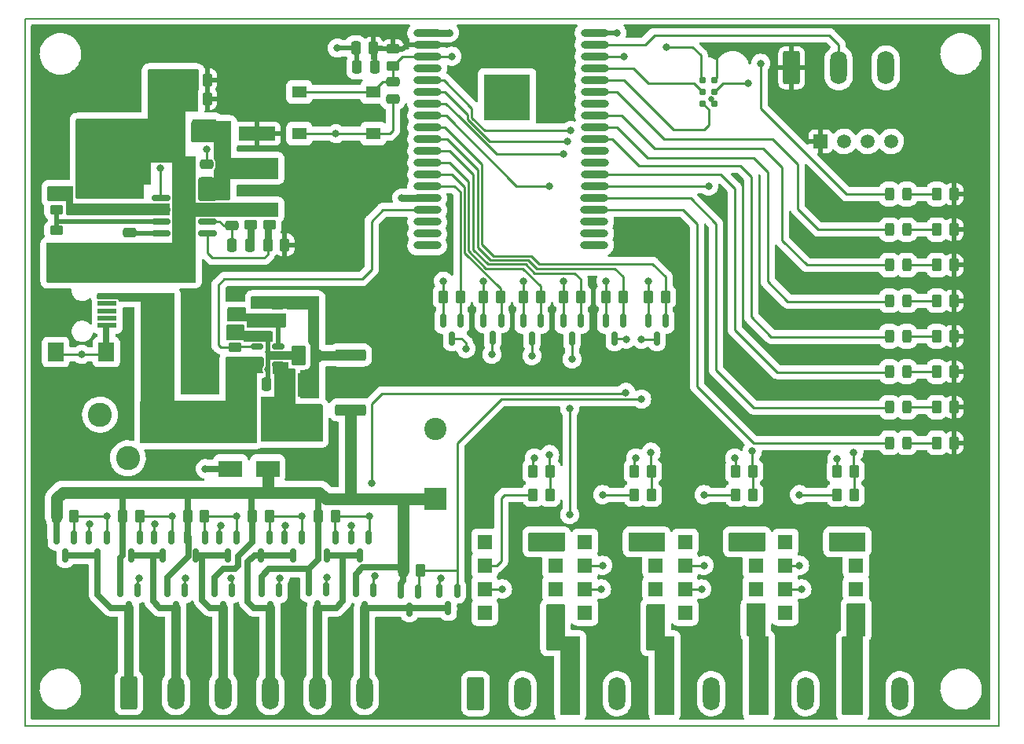
<source format=gbr>
G04 #@! TF.GenerationSoftware,KiCad,Pcbnew,(6.0.4-0)*
G04 #@! TF.CreationDate,2022-05-03T20:04:36-04:00*
G04 #@! TF.ProjectId,green_house_controller,67726565-6e5f-4686-9f75-73655f636f6e,rev?*
G04 #@! TF.SameCoordinates,Original*
G04 #@! TF.FileFunction,Copper,L1,Top*
G04 #@! TF.FilePolarity,Positive*
%FSLAX46Y46*%
G04 Gerber Fmt 4.6, Leading zero omitted, Abs format (unit mm)*
G04 Created by KiCad (PCBNEW (6.0.4-0)) date 2022-05-03 20:04:36*
%MOMM*%
%LPD*%
G01*
G04 APERTURE LIST*
G04 Aperture macros list*
%AMRoundRect*
0 Rectangle with rounded corners*
0 $1 Rounding radius*
0 $2 $3 $4 $5 $6 $7 $8 $9 X,Y pos of 4 corners*
0 Add a 4 corners polygon primitive as box body*
4,1,4,$2,$3,$4,$5,$6,$7,$8,$9,$2,$3,0*
0 Add four circle primitives for the rounded corners*
1,1,$1+$1,$2,$3*
1,1,$1+$1,$4,$5*
1,1,$1+$1,$6,$7*
1,1,$1+$1,$8,$9*
0 Add four rect primitives between the rounded corners*
20,1,$1+$1,$2,$3,$4,$5,0*
20,1,$1+$1,$4,$5,$6,$7,0*
20,1,$1+$1,$6,$7,$8,$9,0*
20,1,$1+$1,$8,$9,$2,$3,0*%
G04 Aperture macros list end*
G04 #@! TA.AperFunction,Profile*
%ADD10C,0.150000*%
G04 #@! TD*
G04 #@! TA.AperFunction,SMDPad,CuDef*
%ADD11R,1.600000X1.600000*%
G04 #@! TD*
G04 #@! TA.AperFunction,SMDPad,CuDef*
%ADD12O,3.000000X0.900000*%
G04 #@! TD*
G04 #@! TA.AperFunction,ComponentPad*
%ADD13C,0.800000*%
G04 #@! TD*
G04 #@! TA.AperFunction,SMDPad,CuDef*
%ADD14R,5.000000X5.000000*%
G04 #@! TD*
G04 #@! TA.AperFunction,SMDPad,CuDef*
%ADD15C,0.787400*%
G04 #@! TD*
G04 #@! TA.AperFunction,SMDPad,CuDef*
%ADD16RoundRect,0.250000X-0.450000X0.262500X-0.450000X-0.262500X0.450000X-0.262500X0.450000X0.262500X0*%
G04 #@! TD*
G04 #@! TA.AperFunction,SMDPad,CuDef*
%ADD17RoundRect,0.250000X0.250000X0.475000X-0.250000X0.475000X-0.250000X-0.475000X0.250000X-0.475000X0*%
G04 #@! TD*
G04 #@! TA.AperFunction,SMDPad,CuDef*
%ADD18RoundRect,0.250000X-0.475000X0.250000X-0.475000X-0.250000X0.475000X-0.250000X0.475000X0.250000X0*%
G04 #@! TD*
G04 #@! TA.AperFunction,SMDPad,CuDef*
%ADD19RoundRect,0.250000X0.450000X-0.262500X0.450000X0.262500X-0.450000X0.262500X-0.450000X-0.262500X0*%
G04 #@! TD*
G04 #@! TA.AperFunction,SMDPad,CuDef*
%ADD20RoundRect,0.250000X0.262500X0.450000X-0.262500X0.450000X-0.262500X-0.450000X0.262500X-0.450000X0*%
G04 #@! TD*
G04 #@! TA.AperFunction,SMDPad,CuDef*
%ADD21RoundRect,0.250000X-0.262500X-0.450000X0.262500X-0.450000X0.262500X0.450000X-0.262500X0.450000X0*%
G04 #@! TD*
G04 #@! TA.AperFunction,SMDPad,CuDef*
%ADD22RoundRect,0.243750X-0.243750X-0.456250X0.243750X-0.456250X0.243750X0.456250X-0.243750X0.456250X0*%
G04 #@! TD*
G04 #@! TA.AperFunction,SMDPad,CuDef*
%ADD23R,2.000000X0.500000*%
G04 #@! TD*
G04 #@! TA.AperFunction,SMDPad,CuDef*
%ADD24R,1.700000X2.000000*%
G04 #@! TD*
G04 #@! TA.AperFunction,SMDPad,CuDef*
%ADD25RoundRect,0.250000X-0.250000X-0.475000X0.250000X-0.475000X0.250000X0.475000X-0.250000X0.475000X0*%
G04 #@! TD*
G04 #@! TA.AperFunction,SMDPad,CuDef*
%ADD26RoundRect,0.250000X0.475000X-0.250000X0.475000X0.250000X-0.475000X0.250000X-0.475000X-0.250000X0*%
G04 #@! TD*
G04 #@! TA.AperFunction,SMDPad,CuDef*
%ADD27RoundRect,0.150000X-0.150000X0.587500X-0.150000X-0.587500X0.150000X-0.587500X0.150000X0.587500X0*%
G04 #@! TD*
G04 #@! TA.AperFunction,SMDPad,CuDef*
%ADD28RoundRect,0.150000X-0.825000X-0.150000X0.825000X-0.150000X0.825000X0.150000X-0.825000X0.150000X0*%
G04 #@! TD*
G04 #@! TA.AperFunction,ComponentPad*
%ADD29R,2.600000X2.600000*%
G04 #@! TD*
G04 #@! TA.AperFunction,ComponentPad*
%ADD30C,2.600000*%
G04 #@! TD*
G04 #@! TA.AperFunction,SMDPad,CuDef*
%ADD31R,1.550000X1.300000*%
G04 #@! TD*
G04 #@! TA.AperFunction,SMDPad,CuDef*
%ADD32R,1.500000X4.000000*%
G04 #@! TD*
G04 #@! TA.AperFunction,SMDPad,CuDef*
%ADD33R,2.300000X2.500000*%
G04 #@! TD*
G04 #@! TA.AperFunction,ComponentPad*
%ADD34R,2.400000X2.400000*%
G04 #@! TD*
G04 #@! TA.AperFunction,ComponentPad*
%ADD35C,2.400000*%
G04 #@! TD*
G04 #@! TA.AperFunction,ComponentPad*
%ADD36RoundRect,0.250000X-0.650000X-1.550000X0.650000X-1.550000X0.650000X1.550000X-0.650000X1.550000X0*%
G04 #@! TD*
G04 #@! TA.AperFunction,ComponentPad*
%ADD37O,1.800000X3.600000*%
G04 #@! TD*
G04 #@! TA.AperFunction,SMDPad,CuDef*
%ADD38R,2.500000X1.800000*%
G04 #@! TD*
G04 #@! TA.AperFunction,SMDPad,CuDef*
%ADD39R,4.000000X1.500000*%
G04 #@! TD*
G04 #@! TA.AperFunction,SMDPad,CuDef*
%ADD40R,2.500000X2.300000*%
G04 #@! TD*
G04 #@! TA.AperFunction,SMDPad,CuDef*
%ADD41RoundRect,0.250000X-1.425000X0.362500X-1.425000X-0.362500X1.425000X-0.362500X1.425000X0.362500X0*%
G04 #@! TD*
G04 #@! TA.AperFunction,SMDPad,CuDef*
%ADD42RoundRect,0.150000X0.512500X0.150000X-0.512500X0.150000X-0.512500X-0.150000X0.512500X-0.150000X0*%
G04 #@! TD*
G04 #@! TA.AperFunction,ComponentPad*
%ADD43R,1.500000X1.500000*%
G04 #@! TD*
G04 #@! TA.AperFunction,ComponentPad*
%ADD44C,1.500000*%
G04 #@! TD*
G04 #@! TA.AperFunction,ViaPad*
%ADD45C,0.800000*%
G04 #@! TD*
G04 #@! TA.AperFunction,ViaPad*
%ADD46C,0.660400*%
G04 #@! TD*
G04 #@! TA.AperFunction,Conductor*
%ADD47C,0.250000*%
G04 #@! TD*
G04 #@! TA.AperFunction,Conductor*
%ADD48C,0.635000*%
G04 #@! TD*
G04 #@! TA.AperFunction,Conductor*
%ADD49C,0.508000*%
G04 #@! TD*
G04 #@! TA.AperFunction,Conductor*
%ADD50C,0.762000*%
G04 #@! TD*
G04 #@! TA.AperFunction,Conductor*
%ADD51C,0.254000*%
G04 #@! TD*
G04 #@! TA.AperFunction,Conductor*
%ADD52C,1.016000*%
G04 #@! TD*
G04 #@! TA.AperFunction,Conductor*
%ADD53C,0.200000*%
G04 #@! TD*
G04 #@! TA.AperFunction,Conductor*
%ADD54C,1.270000*%
G04 #@! TD*
G04 APERTURE END LIST*
D10*
X100076000Y-133985000D02*
X203454000Y-133985000D01*
X100076000Y-57785000D02*
X98552000Y-57785000D01*
X203454000Y-133985000D02*
X203454000Y-57785000D01*
X100076000Y-133985000D02*
X98552000Y-133985000D01*
X98552000Y-57785000D02*
X98552000Y-133985000D01*
X203454000Y-57785000D02*
X100076000Y-57785000D01*
D11*
X148082000Y-114173000D03*
X148082000Y-116713000D03*
X148082000Y-119253000D03*
X148082000Y-121793000D03*
X155702000Y-121793000D03*
X155702000Y-119253000D03*
X155702000Y-116713000D03*
X155702000Y-114173000D03*
X180467000Y-114173000D03*
X180467000Y-116713000D03*
X180467000Y-119253000D03*
X180467000Y-121793000D03*
X188087000Y-121793000D03*
X188087000Y-119253000D03*
X188087000Y-116713000D03*
X188087000Y-114173000D03*
X169672000Y-114173000D03*
X169672000Y-116713000D03*
X169672000Y-119253000D03*
X169672000Y-121793000D03*
X177292000Y-121793000D03*
X177292000Y-119253000D03*
X177292000Y-116713000D03*
X177292000Y-114173000D03*
X158877000Y-114173000D03*
X158877000Y-116713000D03*
X158877000Y-119253000D03*
X158877000Y-121793000D03*
X166497000Y-121793000D03*
X166497000Y-119253000D03*
X166497000Y-116713000D03*
X166497000Y-114173000D03*
D12*
X141876000Y-59330000D03*
X141876000Y-60600000D03*
X141876000Y-61870000D03*
X141876000Y-63140000D03*
X141876000Y-64410000D03*
X141876000Y-65680000D03*
X141876000Y-66950000D03*
X141876000Y-68220000D03*
X141876000Y-69490000D03*
X141876000Y-70760000D03*
X141876000Y-72030000D03*
X141876000Y-73300000D03*
X141876000Y-74570000D03*
X141876000Y-75840000D03*
X141876000Y-77140000D03*
X141876000Y-78410000D03*
X141876000Y-79680000D03*
X141876000Y-80950000D03*
X141876000Y-82220000D03*
X159876000Y-82220000D03*
X159876000Y-80950000D03*
X159876000Y-79680000D03*
X159876000Y-78410000D03*
X159876000Y-77140000D03*
X159906000Y-75840000D03*
X159906000Y-74570000D03*
X159906000Y-73300000D03*
X159906000Y-72030000D03*
X159906000Y-70760000D03*
X159906000Y-69490000D03*
X159906000Y-68220000D03*
X159906000Y-66950000D03*
X159906000Y-65680000D03*
X159906000Y-64410000D03*
X159906000Y-63140000D03*
X159906000Y-61870000D03*
X159906000Y-60600000D03*
X159906000Y-59330000D03*
D13*
X152476000Y-67240000D03*
X152476000Y-64240000D03*
X150476000Y-65240000D03*
X151476000Y-68240000D03*
X151476000Y-64240000D03*
X148476000Y-68240000D03*
X151476000Y-65240000D03*
X149476000Y-67240000D03*
D14*
X150476000Y-66250000D03*
D13*
X148476000Y-67240000D03*
X149476000Y-66240000D03*
X149476000Y-64240000D03*
X148476000Y-65240000D03*
X150476000Y-68240000D03*
X149476000Y-68240000D03*
X148476000Y-66240000D03*
X152476000Y-68240000D03*
X150476000Y-64240000D03*
X152476000Y-65240000D03*
X150476000Y-66240000D03*
X149476000Y-65240000D03*
X152476000Y-66240000D03*
X151476000Y-66240000D03*
X148476000Y-64240000D03*
X150476000Y-67240000D03*
X151476000Y-67240000D03*
D15*
X171577000Y-64389000D03*
X172847000Y-64389000D03*
X171577000Y-65659000D03*
X172847000Y-65659000D03*
X171577000Y-66929000D03*
X172847000Y-66929000D03*
D16*
X138176000Y-61063500D03*
X138176000Y-62888500D03*
D17*
X136205000Y-62992000D03*
X134305000Y-62992000D03*
X136078000Y-60960000D03*
X134178000Y-60960000D03*
D18*
X138176000Y-64582000D03*
X138176000Y-66482000D03*
D16*
X101945500Y-80621500D03*
X101945500Y-82446500D03*
D19*
X122832500Y-80033500D03*
X122832500Y-78208500D03*
D16*
X101945500Y-76557500D03*
X101945500Y-78382500D03*
D20*
X198603000Y-95848710D03*
X196778000Y-95848710D03*
D21*
X186031500Y-109093000D03*
X187856500Y-109093000D03*
X175109500Y-109093000D03*
X176934500Y-109093000D03*
X153265500Y-109093000D03*
X155090500Y-109093000D03*
X164187500Y-109093000D03*
X166012500Y-109093000D03*
D20*
X187856500Y-106553000D03*
X186031500Y-106553000D03*
X176934500Y-106553000D03*
X175109500Y-106553000D03*
X155090500Y-106553000D03*
X153265500Y-106553000D03*
X166012500Y-106553000D03*
X164187500Y-106553000D03*
D19*
X124864500Y-80033500D03*
X124864500Y-78208500D03*
D20*
X198603000Y-99676852D03*
X196778000Y-99676852D03*
X198603000Y-103505000D03*
X196778000Y-103505000D03*
X198603000Y-92020568D03*
X196778000Y-92020568D03*
X198603000Y-88192426D03*
X196778000Y-88192426D03*
X198603000Y-76708000D03*
X196778000Y-76708000D03*
X198603000Y-80536142D03*
X196778000Y-80536142D03*
X198603000Y-84364284D03*
X196778000Y-84364284D03*
X126539000Y-82169000D03*
X124714000Y-82169000D03*
D22*
X191673000Y-76708000D03*
X193548000Y-76708000D03*
X191673000Y-95848710D03*
X193548000Y-95848710D03*
X191673000Y-99676852D03*
X193548000Y-99676852D03*
X191673000Y-103505000D03*
X193548000Y-103505000D03*
X191673000Y-92020568D03*
X193548000Y-92020568D03*
X191673000Y-88192426D03*
X193548000Y-88192426D03*
X191673000Y-84364284D03*
X193548000Y-84364284D03*
X191673000Y-80536142D03*
X193548000Y-80536142D03*
D23*
X107407000Y-87681000D03*
X107407000Y-88481000D03*
X107407000Y-89281000D03*
X107407000Y-90081000D03*
X107407000Y-90881000D03*
D24*
X107307000Y-93731000D03*
X107307000Y-84831000D03*
X101857000Y-84831000D03*
X101857000Y-93731000D03*
D17*
X118194500Y-64389000D03*
X116294500Y-64389000D03*
X118194500Y-66421000D03*
X116294500Y-66421000D03*
D18*
X118110000Y-73472000D03*
X118110000Y-75372000D03*
X109855000Y-80838000D03*
X109855000Y-82738000D03*
D25*
X120866500Y-82169000D03*
X122766500Y-82169000D03*
D26*
X120800500Y-80071000D03*
X120800500Y-78171000D03*
X109311500Y-78420000D03*
X109311500Y-76520000D03*
X107025500Y-78354000D03*
X107025500Y-76454000D03*
X104739500Y-78420000D03*
X104739500Y-76520000D03*
D21*
X116054500Y-111379000D03*
X117879500Y-111379000D03*
X139295500Y-117221000D03*
X141120500Y-117221000D03*
D27*
X121369090Y-113743500D03*
X119469090Y-113743500D03*
X120419090Y-115618500D03*
D19*
X121158000Y-91463500D03*
X121158000Y-89638500D03*
D28*
X113245500Y-77089000D03*
X113245500Y-78359000D03*
X113245500Y-79629000D03*
X113245500Y-80899000D03*
X118195500Y-80899000D03*
X118195500Y-79629000D03*
X118195500Y-78359000D03*
X118195500Y-77089000D03*
D20*
X149756500Y-87757000D03*
X147931500Y-87757000D03*
D27*
X114349454Y-113743500D03*
X112449454Y-113743500D03*
X113399454Y-115618500D03*
X130998000Y-119331500D03*
X129098000Y-119331500D03*
X130048000Y-121206500D03*
D29*
X112626000Y-100469000D03*
D30*
X106626000Y-100469000D03*
X109626000Y-105169000D03*
D26*
X123698000Y-90485000D03*
X123698000Y-88585000D03*
D27*
X158430000Y-90375500D03*
X156530000Y-90375500D03*
X157480000Y-92250500D03*
D19*
X121158000Y-95019500D03*
X121158000Y-93194500D03*
D27*
X167574000Y-90375500D03*
X165674000Y-90375500D03*
X166624000Y-92250500D03*
X110678000Y-119410000D03*
X108778000Y-119410000D03*
X109728000Y-121285000D03*
X125918000Y-119410000D03*
X124018000Y-119410000D03*
X124968000Y-121285000D03*
D17*
X129982000Y-94107000D03*
X128082000Y-94107000D03*
D27*
X120838000Y-119410000D03*
X118938000Y-119410000D03*
X119888000Y-121285000D03*
X107329818Y-113743500D03*
X105429818Y-113743500D03*
X106379818Y-115618500D03*
X163002000Y-90375500D03*
X161102000Y-90375500D03*
X162052000Y-92250500D03*
X140904000Y-119585500D03*
X139004000Y-119585500D03*
X139954000Y-121460500D03*
D31*
X136055000Y-70195000D03*
X128105000Y-70195000D03*
X136055000Y-65695000D03*
X128105000Y-65695000D03*
D25*
X122621000Y-97155000D03*
X124521000Y-97155000D03*
D27*
X124902000Y-113743500D03*
X123002000Y-113743500D03*
X123952000Y-115618500D03*
D20*
X158392500Y-87757000D03*
X156567500Y-87757000D03*
X154074500Y-87757000D03*
X152249500Y-87757000D03*
D32*
X121390000Y-101219000D03*
X124990000Y-101219000D03*
D21*
X101957500Y-111379000D03*
X103782500Y-111379000D03*
X130151500Y-111379000D03*
X131976500Y-111379000D03*
D33*
X129032000Y-97291000D03*
X129032000Y-101591000D03*
D34*
X142748000Y-109557755D03*
D35*
X142748000Y-102057755D03*
D36*
X181119500Y-63099500D03*
D37*
X186199500Y-63099500D03*
X191279500Y-63099500D03*
D20*
X167536500Y-87757000D03*
X165711500Y-87757000D03*
D38*
X124682000Y-106299000D03*
X120682000Y-106299000D03*
D36*
X147083500Y-130546500D03*
D37*
X152163500Y-130546500D03*
X157243500Y-130546500D03*
X162323500Y-130546500D03*
X167403500Y-130546500D03*
X172483500Y-130546500D03*
X177563500Y-130546500D03*
X182643500Y-130546500D03*
X187723500Y-130546500D03*
X192803500Y-130546500D03*
D27*
X145095000Y-119468500D03*
X143195000Y-119468500D03*
X144145000Y-121343500D03*
X117917000Y-113743500D03*
X116017000Y-113743500D03*
X116967000Y-115618500D03*
D21*
X109069500Y-111379000D03*
X110894500Y-111379000D03*
D27*
X135570000Y-113743500D03*
X133670000Y-113743500D03*
X134620000Y-115618500D03*
X136078000Y-119410000D03*
X134178000Y-119410000D03*
X135128000Y-121285000D03*
X154112000Y-90375500D03*
X152212000Y-90375500D03*
X153162000Y-92250500D03*
X115758000Y-119410000D03*
X113858000Y-119410000D03*
X114808000Y-121285000D03*
D39*
X123571000Y-73809000D03*
X123571000Y-70209000D03*
D27*
X128388726Y-113743500D03*
X126488726Y-113743500D03*
X127438726Y-115618500D03*
D40*
X117870500Y-69723000D03*
X113570500Y-69723000D03*
D36*
X109728000Y-130429000D03*
D37*
X114808000Y-130429000D03*
X119888000Y-130429000D03*
X124968000Y-130429000D03*
X130048000Y-130429000D03*
X135128000Y-130429000D03*
D27*
X110932000Y-113743500D03*
X109032000Y-113743500D03*
X109982000Y-115618500D03*
D41*
X133604000Y-94040100D03*
X133604000Y-99965100D03*
D19*
X125730000Y-90447500D03*
X125730000Y-88622500D03*
D27*
X132014000Y-113743500D03*
X130114000Y-113743500D03*
X131064000Y-115618500D03*
D20*
X162964500Y-87757000D03*
X161139500Y-87757000D03*
D27*
X145476000Y-90375500D03*
X143576000Y-90375500D03*
X144526000Y-92250500D03*
D21*
X123039500Y-111379000D03*
X124864500Y-111379000D03*
D20*
X145438500Y-87757000D03*
X143613500Y-87757000D03*
D42*
X125851500Y-95057000D03*
X125851500Y-94107000D03*
X125851500Y-93157000D03*
X123576500Y-93157000D03*
X123576500Y-95057000D03*
D27*
X149860000Y-90297000D03*
X147960000Y-90297000D03*
X148910000Y-92172000D03*
X103820000Y-113743500D03*
X101920000Y-113743500D03*
X102870000Y-115618500D03*
D43*
X184247500Y-71022500D03*
D44*
X186787500Y-71022500D03*
X189327500Y-71022500D03*
X191867500Y-71022500D03*
D45*
X182245000Y-119253000D03*
X171704000Y-116713000D03*
X181991000Y-116713000D03*
X160782000Y-116713000D03*
X185674000Y-114681000D03*
X185674000Y-113665000D03*
X174879000Y-114681000D03*
X174879000Y-113665000D03*
X164084000Y-114681000D03*
X164084000Y-113665000D03*
X153289000Y-114681000D03*
X153289000Y-113665000D03*
X171450000Y-119253000D03*
X149987000Y-119253000D03*
D46*
X124663200Y-95580200D03*
D45*
X152249500Y-86129500D03*
X136271000Y-117856000D03*
D46*
X127000000Y-94107000D03*
D45*
X153416000Y-105156000D03*
X139141000Y-77140000D03*
X165711500Y-86129500D03*
X161139500Y-86082500D03*
X109347000Y-69342000D03*
X133731000Y-112395000D03*
X112776000Y-83820000D03*
X105029000Y-69342000D03*
X131064000Y-117983000D03*
X115062000Y-78105000D03*
X160655000Y-119253000D03*
X113792000Y-83820000D03*
X119634000Y-112395000D03*
X116205000Y-76962000D03*
X164338000Y-105156000D03*
X110871000Y-118110000D03*
X186031500Y-105259500D03*
X143613500Y-86082500D03*
X114935000Y-82550000D03*
X132044000Y-70195000D03*
X175006000Y-105156000D03*
X176440971Y-64732029D03*
X116205000Y-83820000D03*
X109347000Y-71755000D03*
X126619000Y-112395000D03*
X117983000Y-106299000D03*
X116205000Y-78105000D03*
X115062000Y-80391000D03*
X132207000Y-60960000D03*
X105537000Y-112268000D03*
D46*
X124714000Y-93700600D03*
D45*
X115062000Y-79248000D03*
X116205000Y-79248000D03*
X112522000Y-112268000D03*
X105029000Y-71755000D03*
X115062000Y-76962000D03*
X114935000Y-83820000D03*
X143383000Y-118110000D03*
X112776000Y-82550000D03*
X115824000Y-118110000D03*
X107188000Y-69342000D03*
X162285000Y-59330000D03*
X116205000Y-80391000D03*
X156567500Y-86129500D03*
X125984000Y-118110000D03*
D46*
X124714000Y-91871800D03*
X123596400Y-91871800D03*
D45*
X144272000Y-59309000D03*
X120777000Y-118110000D03*
X113792000Y-82550000D03*
X147931500Y-86129500D03*
X104521000Y-85090000D03*
X104648000Y-93985000D03*
X116205000Y-82550000D03*
X107188000Y-71755000D03*
X172212000Y-75819000D03*
D46*
X172434042Y-66484917D03*
D45*
X107329818Y-111379000D03*
X146050000Y-93345000D03*
X144526000Y-61849000D03*
X167640000Y-60833000D03*
X177800000Y-62611000D03*
X163068000Y-61849000D03*
X135636000Y-111379000D03*
X135890000Y-107823000D03*
X163273283Y-98081500D03*
X163322000Y-92329000D03*
X155067000Y-75819000D03*
X155067000Y-104775000D03*
X165989000Y-104521000D03*
X156591000Y-72390000D03*
X156972000Y-70993000D03*
X176911000Y-104394000D03*
X187833000Y-104521000D03*
X157353000Y-69850000D03*
X181991000Y-109093000D03*
X171704000Y-109093000D03*
X153162000Y-94107000D03*
X121369090Y-111379000D03*
X118110000Y-71882000D03*
X113157000Y-73914000D03*
X111506000Y-78359000D03*
X110490000Y-78359000D03*
X109347000Y-87757000D03*
X111506000Y-87757000D03*
X110363000Y-87757000D03*
X108204000Y-78359000D03*
X114427000Y-111379000D03*
X148844000Y-93980000D03*
X164973000Y-98806000D03*
X164973000Y-92329000D03*
X128397000Y-111379000D03*
X157480000Y-94488000D03*
X157226000Y-99822000D03*
X157226000Y-111252000D03*
X160782000Y-109093000D03*
D47*
X155067000Y-75819000D02*
X151511000Y-75819000D01*
X151511000Y-75819000D02*
X143912000Y-68220000D01*
X143912000Y-68220000D02*
X141876000Y-68220000D01*
X169672000Y-116713000D02*
X171704000Y-116713000D01*
X180467000Y-116713000D02*
X181991000Y-116713000D01*
X158877000Y-116713000D02*
X160782000Y-116713000D01*
X180467000Y-119253000D02*
X182245000Y-119253000D01*
X171323000Y-119253000D02*
X171450000Y-119253000D01*
X169672000Y-119253000D02*
X171323000Y-119253000D01*
X149860000Y-119253000D02*
X149987000Y-119253000D01*
X148082000Y-119253000D02*
X149860000Y-119253000D01*
X160655000Y-119253000D02*
X158877000Y-119253000D01*
X148082000Y-116713000D02*
X149352000Y-116713000D01*
X149352000Y-116713000D02*
X149860000Y-116205000D01*
X149860000Y-116205000D02*
X149860000Y-109474000D01*
X149860000Y-109474000D02*
X150241000Y-109093000D01*
X150241000Y-109093000D02*
X153265500Y-109093000D01*
X164187500Y-109093000D02*
X160782000Y-109093000D01*
X145095000Y-117282000D02*
X145095000Y-103571000D01*
X145095000Y-103571000D02*
X149860000Y-98806000D01*
X149860000Y-98806000D02*
X163449000Y-98806000D01*
X144251000Y-59330000D02*
X144272000Y-59309000D01*
X161139500Y-87757000D02*
X161139500Y-86082500D01*
X124714000Y-96962000D02*
X124521000Y-97155000D01*
X156567500Y-87757000D02*
X156567500Y-86129500D01*
X136078000Y-118176000D02*
X136271000Y-117983000D01*
D48*
X107307000Y-93985000D02*
X107307000Y-91235000D01*
D47*
X143613500Y-87757000D02*
X143613500Y-86082500D01*
X138176000Y-69850000D02*
X137831000Y-70195000D01*
X119469090Y-112559910D02*
X119634000Y-112395000D01*
X126488726Y-113743500D02*
X126488726Y-112525274D01*
X161102000Y-90375500D02*
X161102000Y-87794500D01*
X165674000Y-90375500D02*
X165674000Y-87794500D01*
X112449454Y-112340546D02*
X112522000Y-112268000D01*
X175109500Y-106553000D02*
X175109500Y-105259500D01*
X153265500Y-105306500D02*
X153265500Y-106553000D01*
X107307000Y-91235000D02*
X107407000Y-91135000D01*
X119469090Y-113743500D02*
X119469090Y-112559910D01*
X101857000Y-85085000D02*
X107307000Y-85085000D01*
D49*
X124714000Y-95478600D02*
X124714000Y-96962000D01*
D47*
X147931500Y-87757000D02*
X147931500Y-86129500D01*
D50*
X141876000Y-77140000D02*
X139141000Y-77140000D01*
D47*
X152212000Y-90375500D02*
X152212000Y-87794500D01*
X152212000Y-87794500D02*
X152249500Y-87757000D01*
X101857000Y-93985000D02*
X107307000Y-93985000D01*
X124815600Y-94107000D02*
X124714000Y-94208600D01*
X137831000Y-70195000D02*
X136055000Y-70195000D01*
X133731000Y-112395000D02*
X133670000Y-112456000D01*
D49*
X159906000Y-59330000D02*
X162285000Y-59330000D01*
D47*
X136271000Y-117983000D02*
X136271000Y-117856000D01*
X130998000Y-119331500D02*
X130998000Y-118049000D01*
X120838000Y-119410000D02*
X120838000Y-118303000D01*
X125918000Y-119410000D02*
X125918000Y-118176000D01*
X130998000Y-118049000D02*
X131064000Y-117983000D01*
X125918000Y-118176000D02*
X125984000Y-118110000D01*
X133670000Y-112456000D02*
X133670000Y-113743500D01*
D49*
X134305000Y-62992000D02*
X134305000Y-61087000D01*
X124714000Y-94208600D02*
X124714000Y-95478600D01*
D47*
X173773971Y-64732029D02*
X176440971Y-64732029D01*
X126488726Y-112525274D02*
X126619000Y-112395000D01*
X136078000Y-119410000D02*
X136078000Y-118176000D01*
X172847000Y-65659000D02*
X173773971Y-64732029D01*
X143576000Y-87794500D02*
X143613500Y-87757000D01*
X153416000Y-105156000D02*
X153265500Y-105306500D01*
X161102000Y-87794500D02*
X161139500Y-87757000D01*
X105429818Y-112375182D02*
X105537000Y-112268000D01*
X147960000Y-90297000D02*
X147960000Y-87785500D01*
X186031500Y-106553000D02*
X186031500Y-105259500D01*
X156530000Y-90375500D02*
X156530000Y-87794500D01*
X115758000Y-119410000D02*
X115758000Y-118176000D01*
X120904000Y-118237000D02*
X120777000Y-118110000D01*
X136055000Y-70195000D02*
X128105000Y-70195000D01*
X165674000Y-87794500D02*
X165711500Y-87757000D01*
X165711500Y-87757000D02*
X165711500Y-86129500D01*
X143195000Y-119468500D02*
X143195000Y-118298000D01*
X143195000Y-118298000D02*
X143383000Y-118110000D01*
X147960000Y-87785500D02*
X147931500Y-87757000D01*
X143576000Y-90375500D02*
X143576000Y-87794500D01*
D48*
X120682000Y-106299000D02*
X117983000Y-106299000D01*
D47*
X164187500Y-105306500D02*
X164338000Y-105156000D01*
X112449454Y-113743500D02*
X112449454Y-112340546D01*
X138176000Y-66482000D02*
X138176000Y-69850000D01*
X152249500Y-87757000D02*
X152249500Y-86129500D01*
X164187500Y-106553000D02*
X164187500Y-105306500D01*
X110678000Y-118303000D02*
X110871000Y-118110000D01*
X134305000Y-61087000D02*
X134178000Y-60960000D01*
X175109500Y-105259500D02*
X175006000Y-105156000D01*
X110678000Y-119410000D02*
X110678000Y-118303000D01*
X105429818Y-113743500D02*
X105429818Y-112375182D01*
X115758000Y-118176000D02*
X115824000Y-118110000D01*
X120838000Y-118303000D02*
X120904000Y-118237000D01*
D50*
X141876000Y-59330000D02*
X144251000Y-59330000D01*
D49*
X134178000Y-60960000D02*
X132207000Y-60960000D01*
D47*
X156530000Y-87794500D02*
X156567500Y-87757000D01*
D49*
X124714000Y-95478600D02*
X124714000Y-92633800D01*
D47*
X171577000Y-65659000D02*
X170650029Y-64732029D01*
X164105000Y-63140000D02*
X159906000Y-63140000D01*
X170650029Y-64732029D02*
X165697029Y-64732029D01*
X165697029Y-64732029D02*
X164105000Y-63140000D01*
X172212000Y-67564000D02*
X172212000Y-69215000D01*
X172212000Y-69215000D02*
X171704000Y-69723000D01*
X168402000Y-69723000D02*
X163089000Y-64410000D01*
X171704000Y-69723000D02*
X168402000Y-69723000D01*
X171577000Y-66929000D02*
X172212000Y-67564000D01*
X163089000Y-64410000D02*
X159906000Y-64410000D01*
X172191000Y-75840000D02*
X159906000Y-75840000D01*
X172847000Y-66929000D02*
X172434042Y-66516042D01*
X172434042Y-66516042D02*
X172434042Y-66484917D01*
X172212000Y-75819000D02*
X172191000Y-75840000D01*
X145476000Y-90375500D02*
X145476000Y-87794500D01*
X145438500Y-87757000D02*
X145438500Y-76477500D01*
X145476000Y-87794500D02*
X145438500Y-87757000D01*
X145438500Y-76477500D02*
X144801000Y-75840000D01*
X144801000Y-75840000D02*
X141876000Y-75840000D01*
X107329818Y-111379000D02*
X107329818Y-113743500D01*
X146050000Y-92710000D02*
X145590500Y-92250500D01*
X146050000Y-93345000D02*
X146050000Y-92710000D01*
X103782500Y-111379000D02*
X103782500Y-113706000D01*
X103782500Y-111379000D02*
X107329818Y-111379000D01*
X103782500Y-113706000D02*
X103820000Y-113743500D01*
X145590500Y-92250500D02*
X144526000Y-92250500D01*
X162964500Y-85621500D02*
X162052000Y-84709000D01*
X153670000Y-84709000D02*
X152770960Y-83809960D01*
X144039000Y-70760000D02*
X141876000Y-70760000D01*
X152770960Y-83809960D02*
X148706960Y-83809960D01*
X162964500Y-87757000D02*
X162964500Y-85621500D01*
X162052000Y-84709000D02*
X153670000Y-84709000D01*
X147320000Y-74041000D02*
X144039000Y-70760000D01*
X163002000Y-87794500D02*
X162964500Y-87757000D01*
X163002000Y-90375500D02*
X163002000Y-87794500D01*
X147320000Y-82423000D02*
X147320000Y-74041000D01*
X148706960Y-83809960D02*
X147320000Y-82423000D01*
X144505000Y-61870000D02*
X141876000Y-61870000D01*
X136055000Y-65621000D02*
X137094000Y-64582000D01*
X136055000Y-65695000D02*
X136055000Y-65621000D01*
X139194500Y-61870000D02*
X138176000Y-62888500D01*
X171342179Y-64154179D02*
X171342179Y-61741179D01*
X128105000Y-65695000D02*
X136055000Y-65695000D01*
X138176000Y-64582000D02*
X138176000Y-62888500D01*
X144526000Y-61849000D02*
X144505000Y-61870000D01*
X171577000Y-64389000D02*
X171342179Y-64154179D01*
X170434000Y-60833000D02*
X167640000Y-60833000D01*
X141876000Y-61870000D02*
X139194500Y-61870000D01*
X137094000Y-64582000D02*
X138176000Y-64582000D01*
X171342179Y-61741179D02*
X170434000Y-60833000D01*
D49*
X138176000Y-61063500D02*
X136181500Y-61063500D01*
X141876000Y-60600000D02*
X139679000Y-60600000D01*
D47*
X173101000Y-62484000D02*
X173101000Y-61976000D01*
X136205000Y-61087000D02*
X136078000Y-60960000D01*
X138199500Y-61087000D02*
X138176000Y-61063500D01*
X136181500Y-61063500D02*
X136078000Y-60960000D01*
D49*
X139192000Y-61087000D02*
X138199500Y-61087000D01*
X139679000Y-60600000D02*
X139192000Y-61087000D01*
X136205000Y-62992000D02*
X136205000Y-61087000D01*
D47*
X172847000Y-64389000D02*
X173101000Y-64135000D01*
X173101000Y-64135000D02*
X173101000Y-62484000D01*
X172974000Y-79883000D02*
X170231000Y-77140000D01*
X191654852Y-99695000D02*
X177038000Y-99695000D01*
X191654852Y-99695000D02*
X191673000Y-99676852D01*
X170231000Y-77140000D02*
X159876000Y-77140000D01*
X172974000Y-95631000D02*
X172974000Y-79883000D01*
X177038000Y-99695000D02*
X172974000Y-95631000D01*
X162327000Y-69490000D02*
X159906000Y-69490000D01*
X191600426Y-88265000D02*
X180721000Y-88265000D01*
X177038000Y-72771000D02*
X165608000Y-72771000D01*
X178562000Y-86106000D02*
X178562000Y-74295000D01*
X180721000Y-88265000D02*
X178562000Y-86106000D01*
X178562000Y-74295000D02*
X177038000Y-72771000D01*
X191600426Y-88265000D02*
X191673000Y-88192426D01*
X165608000Y-72771000D02*
X162327000Y-69490000D01*
X191636710Y-95885000D02*
X179578000Y-95885000D01*
X175006000Y-91313000D02*
X175006000Y-76073000D01*
X175006000Y-76073000D02*
X173503000Y-74570000D01*
X179578000Y-95885000D02*
X175006000Y-91313000D01*
X173503000Y-74570000D02*
X159906000Y-74570000D01*
X191673000Y-95848710D02*
X191636710Y-95885000D01*
X170942000Y-97409000D02*
X170942000Y-79883000D01*
X169418000Y-78359000D02*
X159927000Y-78359000D01*
X159927000Y-78359000D02*
X159876000Y-78410000D01*
X177038000Y-103505000D02*
X170942000Y-97409000D01*
X170942000Y-79883000D02*
X169418000Y-78359000D01*
X191673000Y-103505000D02*
X177038000Y-103505000D01*
X191618568Y-92075000D02*
X178943000Y-92075000D01*
X176784000Y-74803000D02*
X176784000Y-86487000D01*
X175641000Y-73660000D02*
X176784000Y-74803000D01*
X159906000Y-70760000D02*
X161819000Y-70760000D01*
X161819000Y-70760000D02*
X164719000Y-73660000D01*
X191673000Y-92020568D02*
X191618568Y-92075000D01*
X178943000Y-92075000D02*
X176784000Y-89916000D01*
X164719000Y-73660000D02*
X175641000Y-73660000D01*
X176784000Y-86487000D02*
X176784000Y-87503000D01*
X176784000Y-89916000D02*
X176784000Y-87376000D01*
X177800000Y-62611000D02*
X177800000Y-67437000D01*
X177800000Y-67437000D02*
X187071000Y-76708000D01*
X163068000Y-61849000D02*
X163047000Y-61870000D01*
X191673000Y-76708000D02*
X187960000Y-76708000D01*
X187071000Y-76708000D02*
X187960000Y-76708000D01*
X163047000Y-61870000D02*
X159906000Y-61870000D01*
X162327000Y-65680000D02*
X167386000Y-70739000D01*
X189738000Y-80518000D02*
X184658000Y-80518000D01*
X159906000Y-65680000D02*
X162327000Y-65680000D01*
X181800500Y-78295500D02*
X184023000Y-80518000D01*
X191673000Y-80536142D02*
X189756142Y-80536142D01*
X167386000Y-70739000D02*
X179070000Y-70739000D01*
X181800500Y-73469500D02*
X181800500Y-78295500D01*
X184023000Y-80518000D02*
X184658000Y-80518000D01*
X179070000Y-70739000D02*
X181800500Y-73469500D01*
X189756142Y-80536142D02*
X189738000Y-80518000D01*
X159906000Y-68220000D02*
X162835000Y-68220000D01*
X166370000Y-71755000D02*
X178054000Y-71755000D01*
X162835000Y-68220000D02*
X166370000Y-71755000D01*
X178054000Y-71755000D02*
X180086000Y-73787000D01*
X182789284Y-84364284D02*
X183224716Y-84364284D01*
X180086000Y-73787000D02*
X180086000Y-81661000D01*
X191673000Y-84364284D02*
X183224716Y-84364284D01*
X180086000Y-81661000D02*
X182789284Y-84364284D01*
X131898544Y-111456956D02*
X131976500Y-111379000D01*
X135636000Y-113515862D02*
X135408362Y-113743500D01*
X163116500Y-92250500D02*
X163195000Y-92329000D01*
X135890000Y-99314000D02*
X135890000Y-107823000D01*
X163195000Y-92329000D02*
X163322000Y-92329000D01*
X137033000Y-98171000D02*
X135890000Y-99314000D01*
X131898544Y-113743500D02*
X131898544Y-111456956D01*
X163273283Y-98081500D02*
X163183783Y-98171000D01*
X162052000Y-92250500D02*
X163116500Y-92250500D01*
X163183783Y-98171000D02*
X137033000Y-98171000D01*
X135636000Y-111379000D02*
X135636000Y-113515862D01*
X131976500Y-111379000D02*
X135636000Y-111379000D01*
X149756500Y-87757000D02*
X149756500Y-86891500D01*
X145888020Y-75911020D02*
X144547000Y-74570000D01*
X144547000Y-74570000D02*
X141876000Y-74570000D01*
X149860000Y-87860500D02*
X149756500Y-87757000D01*
X149756500Y-86891500D02*
X145888020Y-83023020D01*
X149860000Y-90297000D02*
X149860000Y-87860500D01*
X145888020Y-83023020D02*
X145888020Y-75911020D01*
X147769520Y-73474520D02*
X143785000Y-69490000D01*
X167536500Y-85621500D02*
X166116000Y-84201000D01*
X167574000Y-90375500D02*
X167574000Y-87794500D01*
X143785000Y-69490000D02*
X141876000Y-69490000D01*
X149019440Y-83360440D02*
X147769520Y-82110520D01*
X153924000Y-84201000D02*
X153083440Y-83360440D01*
X147769520Y-82110520D02*
X147769520Y-73474520D01*
X166116000Y-84201000D02*
X153924000Y-84201000D01*
X167574000Y-87794500D02*
X167536500Y-87757000D01*
X167536500Y-87757000D02*
X167536500Y-85621500D01*
X153083440Y-83360440D02*
X149019440Y-83360440D01*
X155067000Y-104775000D02*
X155067000Y-106529500D01*
X155090500Y-106553000D02*
X155090500Y-109093000D01*
X155067000Y-106529500D02*
X155090500Y-106553000D01*
X143208480Y-66950000D02*
X143229480Y-66929000D01*
X145288000Y-68327436D02*
X149350564Y-72390000D01*
X149350564Y-72390000D02*
X156591000Y-72390000D01*
X165989000Y-104521000D02*
X165989000Y-106529500D01*
X143891000Y-66929000D02*
X145288000Y-68326000D01*
X145288000Y-68326000D02*
X145288000Y-68327436D01*
X165989000Y-106529500D02*
X166012500Y-106553000D01*
X141876000Y-66950000D02*
X143208480Y-66950000D01*
X143229480Y-66929000D02*
X143891000Y-66929000D01*
X166012500Y-106553000D02*
X166012500Y-109093000D01*
X146235480Y-68130480D02*
X146235480Y-68639198D01*
X146235480Y-68639198D02*
X148589282Y-70993000D01*
X176934500Y-106553000D02*
X176934500Y-109093000D01*
X176911000Y-106529500D02*
X176934500Y-106553000D01*
X148589282Y-70993000D02*
X156972000Y-70993000D01*
X141876000Y-65680000D02*
X143785000Y-65680000D01*
X143785000Y-65680000D02*
X146235480Y-68130480D01*
X176911000Y-104394000D02*
X176911000Y-106529500D01*
X146685000Y-68453000D02*
X148082000Y-69850000D01*
X143658000Y-64410000D02*
X146685000Y-67437000D01*
X187833000Y-104521000D02*
X187833000Y-106529500D01*
X146685000Y-67437000D02*
X146685000Y-68453000D01*
X187856500Y-106553000D02*
X187856500Y-109093000D01*
X187833000Y-106529500D02*
X187856500Y-106553000D01*
X148082000Y-69850000D02*
X157353000Y-69850000D01*
X141876000Y-64410000D02*
X143658000Y-64410000D01*
X186199500Y-60596500D02*
X186199500Y-63099500D01*
X165333000Y-60600000D02*
X166370000Y-59563000D01*
X159906000Y-60600000D02*
X165333000Y-60600000D01*
X166370000Y-59563000D02*
X185166000Y-59563000D01*
X185166000Y-59563000D02*
X186199500Y-60596500D01*
D49*
X113245500Y-79629000D02*
X101981000Y-79629000D01*
D47*
X101981000Y-79629000D02*
X101945500Y-79664500D01*
D49*
X101945500Y-79664500D02*
X101945500Y-78382500D01*
X101945500Y-80621500D02*
X101945500Y-79664500D01*
D47*
X122809000Y-82126500D02*
X122766500Y-82169000D01*
D50*
X122832500Y-80033500D02*
X122832500Y-81891500D01*
D47*
X122809000Y-81915000D02*
X122809000Y-82126500D01*
D50*
X122832500Y-81891500D02*
X122809000Y-81915000D01*
D47*
X196778000Y-95848710D02*
X193548000Y-95848710D01*
X181991000Y-109093000D02*
X186031500Y-109093000D01*
X171704000Y-109093000D02*
X175109500Y-109093000D01*
X146337540Y-75344540D02*
X144293000Y-73300000D01*
X154074500Y-86637500D02*
X152146000Y-84709000D01*
X152146000Y-84709000D02*
X148209718Y-84709000D01*
X148209718Y-84709000D02*
X146337540Y-82836822D01*
X146337540Y-82836822D02*
X146337540Y-75344540D01*
X154112000Y-90375500D02*
X154112000Y-87794500D01*
X154112000Y-87794500D02*
X154074500Y-87757000D01*
X154074500Y-87757000D02*
X154074500Y-86637500D01*
X144293000Y-73300000D02*
X141876000Y-73300000D01*
X117856000Y-111379000D02*
X117856000Y-113445772D01*
X121369090Y-111379000D02*
X121369090Y-113743500D01*
X153162000Y-94107000D02*
X153162000Y-92250500D01*
X121369090Y-111379000D02*
X117856000Y-111379000D01*
X117856000Y-113445772D02*
X118006500Y-113596272D01*
X196778000Y-99676852D02*
X193548000Y-99676852D01*
X196778000Y-103505000D02*
X193548000Y-103505000D01*
X196778000Y-92020568D02*
X193548000Y-92020568D01*
X196778000Y-88192426D02*
X193548000Y-88192426D01*
X128660000Y-101219000D02*
X129032000Y-101591000D01*
X196778000Y-76708000D02*
X193548000Y-76708000D01*
X193548000Y-80536142D02*
X196778000Y-80536142D01*
X193548000Y-84364284D02*
X196778000Y-84364284D01*
X118110000Y-73853000D02*
X118110000Y-71882000D01*
X113157000Y-77000500D02*
X113245500Y-77089000D01*
X113157000Y-73914000D02*
X113157000Y-77000500D01*
D49*
X113245500Y-80899000D02*
X109982000Y-80899000D01*
D47*
X120800500Y-82103000D02*
X120866500Y-82169000D01*
D51*
X120800500Y-80071000D02*
X120800500Y-82103000D01*
X120800500Y-80071000D02*
X119949000Y-80071000D01*
X119949000Y-80071000D02*
X119507000Y-79629000D01*
X119507000Y-79629000D02*
X118195500Y-79629000D01*
D47*
X158430000Y-87794500D02*
X158392500Y-87757000D01*
X157734000Y-85217000D02*
X153416000Y-85217000D01*
X146812000Y-82675564D02*
X146812000Y-74549000D01*
X146812000Y-74549000D02*
X144293000Y-72030000D01*
X158430000Y-90375500D02*
X158430000Y-87794500D01*
X153416000Y-85217000D02*
X152458480Y-84259480D01*
X158392500Y-85875500D02*
X157734000Y-85217000D01*
X144293000Y-72030000D02*
X141876000Y-72030000D01*
X148395916Y-84259480D02*
X146812000Y-82675564D01*
X152458480Y-84259480D02*
X148395916Y-84259480D01*
X158392500Y-87757000D02*
X158392500Y-85875500D01*
D50*
X130319000Y-94107000D02*
X130150500Y-93938500D01*
D47*
X130150500Y-93938500D02*
X129982000Y-94107000D01*
D52*
X133435500Y-94107000D02*
X130319000Y-94107000D01*
D50*
X133604000Y-93938500D02*
X133435500Y-94107000D01*
D48*
X106379818Y-115618500D02*
X106379818Y-119841818D01*
X102870000Y-115618500D02*
X106379818Y-115618500D01*
D52*
X109728000Y-121285000D02*
X109728000Y-130429000D01*
D48*
X107823000Y-121285000D02*
X109728000Y-121285000D01*
X106379818Y-119841818D02*
X107823000Y-121285000D01*
X112346500Y-120601500D02*
X113030000Y-121285000D01*
X112346500Y-115618500D02*
X113399454Y-115618500D01*
X113030000Y-121285000D02*
X114808000Y-121285000D01*
X109982000Y-115618500D02*
X112346500Y-115618500D01*
D52*
X114808000Y-121285000D02*
X114808000Y-130429000D01*
D48*
X112346500Y-115618500D02*
X112346500Y-120601500D01*
X120419090Y-115618500D02*
X117650500Y-115618500D01*
X118491000Y-121285000D02*
X119888000Y-121285000D01*
D52*
X119888000Y-121285000D02*
X119888000Y-130429000D01*
D48*
X117650500Y-115618500D02*
X117094000Y-115618500D01*
X117650500Y-115618500D02*
X117650500Y-120444500D01*
X117650500Y-120444500D02*
X118491000Y-121285000D01*
X122555000Y-120650000D02*
X123190000Y-121285000D01*
X123952000Y-115618500D02*
X123268500Y-115618500D01*
D52*
X124968000Y-121285000D02*
X124968000Y-130429000D01*
D48*
X122555000Y-116332000D02*
X122555000Y-120650000D01*
X127438726Y-115618500D02*
X123952000Y-115618500D01*
X123268500Y-115618500D02*
X122555000Y-116332000D01*
X123190000Y-121285000D02*
X124968000Y-121285000D01*
X132793500Y-115618500D02*
X132793500Y-120571500D01*
X130126500Y-121285000D02*
X130048000Y-121206500D01*
X132080000Y-121285000D02*
X130126500Y-121285000D01*
X132793500Y-120571500D02*
X132080000Y-121285000D01*
D52*
X130048000Y-121285000D02*
X130048000Y-130429000D01*
D48*
X134458362Y-115618500D02*
X132793500Y-115618500D01*
X132793500Y-115618500D02*
X131064000Y-115618500D01*
D53*
X140071000Y-121343500D02*
X139954000Y-121460500D01*
D48*
X140012500Y-121285000D02*
X135128000Y-121285000D01*
D52*
X135128000Y-121285000D02*
X135128000Y-130429000D01*
D53*
X140071000Y-121343500D02*
X140012500Y-121285000D01*
D48*
X144145000Y-121343500D02*
X140071000Y-121343500D01*
D49*
X125851500Y-93157000D02*
X125851500Y-90569000D01*
X125730000Y-90447500D02*
X123735500Y-90447500D01*
D47*
X125851500Y-90569000D02*
X125730000Y-90447500D01*
X123735500Y-90447500D02*
X123698000Y-90485000D01*
X137109000Y-78410000D02*
X141876000Y-78410000D01*
X135890000Y-84836000D02*
X135890000Y-79629000D01*
X134874000Y-85852000D02*
X135890000Y-84836000D01*
X119380000Y-86487000D02*
X120015000Y-85852000D01*
X121195500Y-93157000D02*
X121158000Y-93194500D01*
X120015000Y-85852000D02*
X134874000Y-85852000D01*
X119380000Y-92964000D02*
X119380000Y-86487000D01*
X121158000Y-93194500D02*
X119610500Y-93194500D01*
X119610500Y-93194500D02*
X119380000Y-92964000D01*
X123576500Y-93157000D02*
X121195500Y-93157000D01*
X135890000Y-79629000D02*
X137109000Y-78410000D01*
X124714000Y-82169000D02*
X124714000Y-83185000D01*
X124864500Y-80033500D02*
X124714000Y-80184000D01*
X124714000Y-83185000D02*
X124333000Y-83566000D01*
X124333000Y-83566000D02*
X118745000Y-83566000D01*
X118745000Y-83566000D02*
X118195500Y-83016500D01*
X118195500Y-83016500D02*
X118195500Y-80899000D01*
D50*
X124714000Y-80184000D02*
X124714000Y-82169000D01*
D47*
X114427000Y-113665954D02*
X114349454Y-113743500D01*
X148844000Y-93980000D02*
X148844000Y-92238000D01*
X110894500Y-111379000D02*
X110894500Y-113688636D01*
X148844000Y-92238000D02*
X148910000Y-92172000D01*
X114427000Y-111379000D02*
X114427000Y-113665954D01*
X110894500Y-111379000D02*
X114427000Y-111379000D01*
X163449000Y-98806000D02*
X164592000Y-98806000D01*
X145095000Y-117282000D02*
X145095000Y-119468500D01*
X140950180Y-117391320D02*
X141120500Y-117221000D01*
X145034000Y-117221000D02*
X145095000Y-117282000D01*
X166624000Y-92250500D02*
X166545500Y-92329000D01*
X141120500Y-117221000D02*
X145034000Y-117221000D01*
X140950180Y-119585500D02*
X140950180Y-117391320D01*
X164973000Y-98806000D02*
X163449000Y-98806000D01*
X166545500Y-92329000D02*
X164973000Y-92329000D01*
X124864500Y-111379000D02*
X124864500Y-113729092D01*
X157480000Y-94361000D02*
X157480000Y-92250500D01*
X128397000Y-111379000D02*
X128397000Y-113735226D01*
X124864500Y-111379000D02*
X128397000Y-111379000D01*
X128397000Y-113735226D02*
X128388726Y-113743500D01*
X124864500Y-113729092D02*
X124878908Y-113743500D01*
X157226000Y-111252000D02*
X157226000Y-99822000D01*
X130151500Y-113706000D02*
X130114000Y-113743500D01*
D54*
X124206000Y-108839000D02*
X130175000Y-108839000D01*
X133560755Y-109557755D02*
X130977510Y-109557755D01*
D48*
X130151500Y-111379000D02*
X130151500Y-113706000D01*
D47*
X130175000Y-111355500D02*
X130151500Y-111379000D01*
X139295500Y-109831500D02*
X139021755Y-109557755D01*
D54*
X139295500Y-117221000D02*
X139295500Y-109831500D01*
D48*
X124018000Y-119410000D02*
X124018000Y-117917000D01*
X130175000Y-109474000D02*
X130175000Y-111355500D01*
D47*
X109069500Y-108862500D02*
X109093000Y-108839000D01*
D48*
X116144000Y-113743500D02*
X116078000Y-113677500D01*
D47*
X124682000Y-108363000D02*
X124206000Y-108839000D01*
D48*
X124841000Y-117094000D02*
X129159000Y-117094000D01*
X116078000Y-108966000D02*
X116205000Y-108839000D01*
D54*
X101957500Y-111379000D02*
X101957500Y-109497500D01*
D48*
X134178000Y-119410000D02*
X134178000Y-117663000D01*
X130175000Y-108839000D02*
X130175000Y-109474000D01*
D54*
X102616000Y-108839000D02*
X109093000Y-108839000D01*
D48*
X116078000Y-111482500D02*
X116144000Y-111416500D01*
X134178000Y-117663000D02*
X134902011Y-116938989D01*
D47*
X123039500Y-111379000D02*
X122936000Y-111275500D01*
D54*
X116205000Y-108839000D02*
X122936000Y-108839000D01*
D48*
X122936000Y-111275500D02*
X122936000Y-108839000D01*
D54*
X133604000Y-100660200D02*
X133604000Y-109514510D01*
X122936000Y-108839000D02*
X124206000Y-108839000D01*
D48*
X101920000Y-113743500D02*
X101920000Y-111416500D01*
D47*
X123002000Y-114234000D02*
X123002000Y-113743500D01*
X130258755Y-108839000D02*
X130258755Y-109390245D01*
D48*
X116078000Y-113677500D02*
X116078000Y-111482500D01*
D47*
X116181500Y-111379000D02*
X116205000Y-111355500D01*
D48*
X108778000Y-119410000D02*
X108778000Y-115885000D01*
X130175000Y-113729500D02*
X130175000Y-116078000D01*
X118938000Y-119410000D02*
X118938000Y-118044000D01*
X123002000Y-113743500D02*
X123002000Y-111416500D01*
X109032000Y-115631000D02*
X109032000Y-113743500D01*
X121539000Y-116713000D02*
X121539000Y-115697000D01*
D54*
X130977510Y-109557755D02*
X130258755Y-108839000D01*
D47*
X123002000Y-111416500D02*
X123039500Y-111379000D01*
D48*
X130175000Y-116078000D02*
X129159000Y-117094000D01*
X139004000Y-118679000D02*
X139319000Y-118364000D01*
X109069500Y-111379000D02*
X109069500Y-108862500D01*
D54*
X142748000Y-109557755D02*
X139021755Y-109557755D01*
D48*
X124018000Y-117917000D02*
X124841000Y-117094000D01*
X109032000Y-113743500D02*
X109032000Y-111416500D01*
D47*
X133604000Y-109514510D02*
X133560755Y-109557755D01*
D48*
X139004000Y-119585500D02*
X139004000Y-118679000D01*
X129159000Y-117094000D02*
X129159000Y-119270500D01*
X118938000Y-118044000D02*
X119888000Y-117094000D01*
D47*
X130151500Y-113706000D02*
X130175000Y-113729500D01*
D48*
X116078000Y-111228500D02*
X116078000Y-108966000D01*
D47*
X139319000Y-117244500D02*
X139295500Y-117221000D01*
D48*
X134902011Y-116938989D02*
X139013489Y-116938989D01*
X108778000Y-115885000D02*
X109032000Y-115631000D01*
D47*
X129159000Y-119270500D02*
X129098000Y-119331500D01*
D48*
X121539000Y-115697000D02*
X123002000Y-114234000D01*
X113858000Y-118044000D02*
X116144000Y-115758000D01*
D47*
X101920000Y-111416500D02*
X101957500Y-111379000D01*
D54*
X109093000Y-108839000D02*
X116205000Y-108839000D01*
D48*
X139013489Y-116938989D02*
X139168500Y-117094000D01*
D54*
X139021755Y-109557755D02*
X133560755Y-109557755D01*
D48*
X113858000Y-119410000D02*
X113858000Y-118044000D01*
D47*
X130258755Y-109390245D02*
X130175000Y-109474000D01*
X139168500Y-117094000D02*
X139295500Y-117221000D01*
D48*
X116144000Y-115758000D02*
X116144000Y-113743500D01*
D54*
X124682000Y-106299000D02*
X124682000Y-108363000D01*
D47*
X109032000Y-111416500D02*
X109069500Y-111379000D01*
D48*
X139319000Y-118364000D02*
X139319000Y-117244500D01*
X121158000Y-117094000D02*
X121539000Y-116713000D01*
D47*
X116144000Y-111416500D02*
X116181500Y-111379000D01*
D48*
X119888000Y-117094000D02*
X121158000Y-117094000D01*
D54*
X101957500Y-109497500D02*
X102616000Y-108839000D01*
D48*
X116205000Y-111355500D02*
X116078000Y-111228500D01*
G04 #@! TA.AperFunction,Conductor*
G36*
X124198421Y-94279402D02*
G01*
X124244914Y-94333058D01*
X124256300Y-94385400D01*
X124256300Y-95190685D01*
X124236298Y-95258806D01*
X124230271Y-95267378D01*
X124196839Y-95310947D01*
X124143042Y-95440824D01*
X124124693Y-95580200D01*
X124143042Y-95719576D01*
X124196839Y-95849453D01*
X124198142Y-95851152D01*
X124214214Y-95917391D01*
X124190996Y-95984484D01*
X124135190Y-96028373D01*
X124088357Y-96037400D01*
X123545600Y-96037400D01*
X123545600Y-103429800D01*
X123525598Y-103497921D01*
X123471942Y-103544414D01*
X123419600Y-103555800D01*
X120142000Y-103555800D01*
X120142000Y-94385400D01*
X120162002Y-94317279D01*
X120215658Y-94270786D01*
X120268000Y-94259400D01*
X124130300Y-94259400D01*
X124198421Y-94279402D01*
G37*
G04 #@! TD.AperFunction*
G04 #@! TA.AperFunction,Conductor*
G36*
X122319321Y-88945402D02*
G01*
X122365814Y-88999058D01*
X122377200Y-89051400D01*
X122377200Y-89585800D01*
X126569200Y-89585800D01*
X126637321Y-89605802D01*
X126683814Y-89659458D01*
X126695200Y-89711800D01*
X126695200Y-90933000D01*
X126675198Y-91001121D01*
X126621542Y-91047614D01*
X126569200Y-91059000D01*
X122528600Y-91059000D01*
X122460479Y-91038998D01*
X122413986Y-90985342D01*
X122402600Y-90933000D01*
X122402600Y-90449400D01*
X120471200Y-90449400D01*
X120403079Y-90429398D01*
X120356586Y-90375742D01*
X120345200Y-90323400D01*
X120345200Y-89051400D01*
X120365202Y-88983279D01*
X120418858Y-88936786D01*
X120471200Y-88925400D01*
X122251200Y-88925400D01*
X122319321Y-88945402D01*
G37*
G04 #@! TD.AperFunction*
G04 #@! TA.AperFunction,Conductor*
G36*
X117185972Y-63266002D02*
G01*
X117232465Y-63319658D01*
X117243849Y-63372648D01*
X117221644Y-67692648D01*
X117201292Y-67760665D01*
X117147398Y-67806881D01*
X117095646Y-67818000D01*
X115824000Y-67818000D01*
X115824000Y-72644000D01*
X116841000Y-72644000D01*
X116909121Y-72664002D01*
X116955614Y-72717658D01*
X116967000Y-72770000D01*
X116967000Y-86107000D01*
X116946998Y-86175121D01*
X116893342Y-86221614D01*
X116841000Y-86233000D01*
X100964000Y-86233000D01*
X100895879Y-86212998D01*
X100849386Y-86159342D01*
X100838000Y-86107000D01*
X100838000Y-82041000D01*
X100858002Y-81972879D01*
X100911658Y-81926386D01*
X100964000Y-81915000D01*
X114427000Y-81915000D01*
X114427000Y-73279000D01*
X111760000Y-73279000D01*
X111760000Y-63372000D01*
X111780002Y-63303879D01*
X111833658Y-63257386D01*
X111886000Y-63246000D01*
X117117851Y-63246000D01*
X117185972Y-63266002D01*
G37*
G04 #@! TD.AperFunction*
G04 #@! TA.AperFunction,Conductor*
G36*
X122732800Y-103555800D02*
G01*
X111073200Y-103555800D01*
X111005079Y-103535798D01*
X110958586Y-103482142D01*
X110947200Y-103429800D01*
X110947200Y-99059000D01*
X110967202Y-98990879D01*
X111020858Y-98944386D01*
X111073200Y-98933000D01*
X122732800Y-98933000D01*
X122732800Y-103555800D01*
G37*
G04 #@! TD.AperFunction*
G04 #@! TA.AperFunction,Conductor*
G36*
X126891321Y-94812802D02*
G01*
X126937814Y-94866458D01*
X126949200Y-94918800D01*
X126949200Y-95478600D01*
X127534400Y-95478600D01*
X127602521Y-95498602D01*
X127649014Y-95552258D01*
X127660400Y-95604600D01*
X127660400Y-99339400D01*
X130480800Y-99339400D01*
X130548921Y-99359402D01*
X130595414Y-99413058D01*
X130606800Y-99465400D01*
X130606800Y-103277400D01*
X130586798Y-103345521D01*
X130533142Y-103392014D01*
X130480800Y-103403400D01*
X124078000Y-103403400D01*
X124009879Y-103383398D01*
X123963386Y-103329742D01*
X123952000Y-103277400D01*
X123952000Y-98652600D01*
X123972002Y-98584479D01*
X124025658Y-98537986D01*
X124078000Y-98526600D01*
X125374400Y-98526600D01*
X125425200Y-96088200D01*
X125348000Y-96088200D01*
X125279879Y-96068198D01*
X125233386Y-96014542D01*
X125222000Y-95962200D01*
X125222000Y-94918800D01*
X125242002Y-94850679D01*
X125295658Y-94804186D01*
X125348000Y-94792800D01*
X126823200Y-94792800D01*
X126891321Y-94812802D01*
G37*
G04 #@! TD.AperFunction*
G04 #@! TA.AperFunction,Conductor*
G36*
X122116121Y-90774202D02*
G01*
X122162614Y-90827858D01*
X122174000Y-90880200D01*
X122174000Y-91465400D01*
X125096000Y-91465400D01*
X125164121Y-91485402D01*
X125210614Y-91539058D01*
X125222000Y-91591400D01*
X125222000Y-92507800D01*
X125201998Y-92575921D01*
X125148342Y-92622414D01*
X125096000Y-92633800D01*
X122249200Y-92633800D01*
X122181079Y-92613798D01*
X122134586Y-92560142D01*
X122123200Y-92507800D01*
X122123200Y-92430600D01*
X120369600Y-92430600D01*
X120301479Y-92410598D01*
X120254986Y-92356942D01*
X120243600Y-92304600D01*
X120243600Y-90880200D01*
X120263602Y-90812079D01*
X120317258Y-90765586D01*
X120369600Y-90754200D01*
X122048000Y-90754200D01*
X122116121Y-90774202D01*
G37*
G04 #@! TD.AperFunction*
G04 #@! TA.AperFunction,Conductor*
G36*
X120717226Y-68854002D02*
G01*
X120763719Y-68907658D01*
X120775091Y-68961880D01*
X120742856Y-71121671D01*
X120684135Y-75056000D01*
X120651853Y-77218880D01*
X120630837Y-77286695D01*
X120576493Y-77332382D01*
X120525867Y-77343000D01*
X117347000Y-77343000D01*
X117278879Y-77322998D01*
X117232386Y-77269342D01*
X117221000Y-77217000D01*
X117221000Y-75056000D01*
X117241002Y-74987879D01*
X117294658Y-74941386D01*
X117347000Y-74930000D01*
X118872000Y-74930000D01*
X118872000Y-74134087D01*
X118892002Y-74065966D01*
X118905242Y-74049537D01*
X118909438Y-74046438D01*
X118923889Y-74026873D01*
X118984901Y-73944271D01*
X118984902Y-73944268D01*
X118990494Y-73936698D01*
X119035698Y-73807975D01*
X119038700Y-73776217D01*
X119038699Y-73167784D01*
X119035698Y-73136025D01*
X118990494Y-73007302D01*
X118984902Y-72999732D01*
X118984901Y-72999729D01*
X118915030Y-72905133D01*
X118909438Y-72897562D01*
X118907221Y-72895925D01*
X118874879Y-72836696D01*
X118872000Y-72809913D01*
X118872000Y-71120000D01*
X116585000Y-71120000D01*
X116516879Y-71099998D01*
X116470386Y-71046342D01*
X116459000Y-70994000D01*
X116459000Y-68960000D01*
X116479002Y-68891879D01*
X116532658Y-68845386D01*
X116585000Y-68834000D01*
X120649105Y-68834000D01*
X120717226Y-68854002D01*
G37*
G04 #@! TD.AperFunction*
G04 #@! TA.AperFunction,Conductor*
G36*
X125799121Y-72791002D02*
G01*
X125845614Y-72844658D01*
X125857000Y-72897000D01*
X125857000Y-74931000D01*
X125836998Y-74999121D01*
X125783342Y-75045614D01*
X125731000Y-75057000D01*
X118999000Y-75057000D01*
X118999000Y-73912475D01*
X119033153Y-73815222D01*
X119035698Y-73807975D01*
X119038700Y-73776217D01*
X119038699Y-73167784D01*
X119035698Y-73136025D01*
X118999000Y-73031524D01*
X118999000Y-72771000D01*
X125731000Y-72771000D01*
X125799121Y-72791002D01*
G37*
G04 #@! TD.AperFunction*
G04 #@! TA.AperFunction,Conductor*
G36*
X103701121Y-75839002D02*
G01*
X103747614Y-75892658D01*
X103759000Y-75945000D01*
X103759000Y-77724000D01*
X114047000Y-77724000D01*
X114115121Y-77744002D01*
X114161614Y-77797658D01*
X114173000Y-77850000D01*
X114173000Y-78868000D01*
X114152998Y-78936121D01*
X114099342Y-78982614D01*
X114047000Y-78994000D01*
X103123000Y-78994000D01*
X103054879Y-78973998D01*
X103008386Y-78920342D01*
X102997000Y-78868000D01*
X102997000Y-77470000D01*
X101091000Y-77470000D01*
X101022879Y-77449998D01*
X100976386Y-77396342D01*
X100965000Y-77344000D01*
X100965000Y-75945000D01*
X100985002Y-75876879D01*
X101038658Y-75830386D01*
X101091000Y-75819000D01*
X103633000Y-75819000D01*
X103701121Y-75839002D01*
G37*
G04 #@! TD.AperFunction*
G04 #@! TA.AperFunction,Conductor*
G36*
X114623121Y-87396002D02*
G01*
X114669614Y-87449658D01*
X114681000Y-87502000D01*
X114681000Y-102108000D01*
X110998000Y-102108000D01*
X110998000Y-88265000D01*
X108724859Y-88265000D01*
X108656738Y-88244998D01*
X108610245Y-88191342D01*
X108601366Y-88163845D01*
X108601302Y-88163690D01*
X108598881Y-88151520D01*
X108553860Y-88084140D01*
X108486480Y-88039119D01*
X108427064Y-88027300D01*
X106425000Y-88027300D01*
X106356879Y-88007298D01*
X106310386Y-87953642D01*
X106299000Y-87901300D01*
X106299000Y-87502000D01*
X106319002Y-87433879D01*
X106372658Y-87387386D01*
X106425000Y-87376000D01*
X114555000Y-87376000D01*
X114623121Y-87396002D01*
G37*
G04 #@! TD.AperFunction*
G04 #@! TA.AperFunction,Conductor*
G36*
X125799121Y-77617002D02*
G01*
X125845614Y-77670658D01*
X125857000Y-77723000D01*
X125857000Y-78995000D01*
X125836998Y-79063121D01*
X125783342Y-79109614D01*
X125731000Y-79121000D01*
X116840000Y-79121000D01*
X116840000Y-77597000D01*
X125731000Y-77597000D01*
X125799121Y-77617002D01*
G37*
G04 #@! TD.AperFunction*
G04 #@! TA.AperFunction,Conductor*
G36*
X112141000Y-75566000D02*
G01*
X112120998Y-75634121D01*
X112067342Y-75680614D01*
X112015000Y-75692000D01*
X111379000Y-75692000D01*
X111379000Y-77090000D01*
X111358998Y-77158121D01*
X111305342Y-77204614D01*
X111253000Y-77216000D01*
X104139000Y-77216000D01*
X104070879Y-77195998D01*
X104024386Y-77142342D01*
X104013000Y-77090000D01*
X104013000Y-68706000D01*
X104033002Y-68637879D01*
X104086658Y-68591386D01*
X104139000Y-68580000D01*
X112141000Y-68580000D01*
X112141000Y-75566000D01*
G37*
G04 #@! TD.AperFunction*
G04 #@! TA.AperFunction,Conductor*
G36*
X130193321Y-87726202D02*
G01*
X130239814Y-87779858D01*
X130251200Y-87832200D01*
X130251200Y-98603800D01*
X130231198Y-98671921D01*
X130177542Y-98718414D01*
X130125200Y-98729800D01*
X128299900Y-98729800D01*
X128231779Y-98709798D01*
X128185286Y-98656142D01*
X128173900Y-98603800D01*
X128173900Y-95762500D01*
X128193902Y-95694379D01*
X128247558Y-95647886D01*
X128299900Y-95636500D01*
X128652000Y-95636500D01*
X128655346Y-95636140D01*
X128655351Y-95636140D01*
X128757785Y-95625128D01*
X128757792Y-95625127D01*
X128761149Y-95624766D01*
X128764450Y-95624048D01*
X128810210Y-95614094D01*
X128810215Y-95614093D01*
X128813491Y-95613380D01*
X128917657Y-95578710D01*
X129040612Y-95499692D01*
X129094268Y-95453199D01*
X129102297Y-95443933D01*
X129184081Y-95349550D01*
X129184083Y-95349547D01*
X129189982Y-95342739D01*
X129250698Y-95209790D01*
X129270700Y-95141669D01*
X129291500Y-94997000D01*
X129291500Y-93166200D01*
X129279766Y-93057051D01*
X129268380Y-93004709D01*
X129233710Y-92900543D01*
X129154692Y-92777588D01*
X129108199Y-92723932D01*
X129075488Y-92695588D01*
X129037104Y-92635862D01*
X129032000Y-92600363D01*
X129032000Y-89179400D01*
X126954572Y-89179400D01*
X126902230Y-89168014D01*
X126781990Y-89113102D01*
X126758236Y-89106127D01*
X126718192Y-89094369D01*
X126718188Y-89094368D01*
X126713869Y-89093100D01*
X126709420Y-89092460D01*
X126709414Y-89092459D01*
X126573647Y-89072939D01*
X126573642Y-89072939D01*
X126569200Y-89072300D01*
X123011200Y-89072300D01*
X122943079Y-89052298D01*
X122896586Y-88998642D01*
X122885200Y-88946300D01*
X122885200Y-87832200D01*
X122905202Y-87764079D01*
X122958858Y-87717586D01*
X123011200Y-87706200D01*
X130125200Y-87706200D01*
X130193321Y-87726202D01*
G37*
G04 #@! TD.AperFunction*
G04 #@! TA.AperFunction,Conductor*
G36*
X139969959Y-58440502D02*
G01*
X140016452Y-58494158D01*
X140026556Y-58564432D01*
X139997004Y-58629080D01*
X139938258Y-58696779D01*
X139834534Y-58876072D01*
X139805801Y-58958816D01*
X139779976Y-59033185D01*
X139766586Y-59071743D01*
X139765725Y-59077678D01*
X139765725Y-59077680D01*
X139760600Y-59113030D01*
X139736864Y-59276732D01*
X139746441Y-59483644D01*
X139747845Y-59489469D01*
X139747845Y-59489470D01*
X139792252Y-59673728D01*
X139794971Y-59685012D01*
X139797453Y-59690470D01*
X139797454Y-59690474D01*
X139831722Y-59765842D01*
X139880703Y-59873570D01*
X139970432Y-60000065D01*
X139976061Y-60008000D01*
X139999159Y-60075134D01*
X139986346Y-60136530D01*
X139926268Y-60258625D01*
X139921845Y-60270519D01*
X139906749Y-60328470D01*
X139907183Y-60342564D01*
X139915364Y-60346000D01*
X140418581Y-60346000D01*
X140465679Y-60355133D01*
X140478761Y-60360405D01*
X140516299Y-60375533D01*
X140522181Y-60376682D01*
X140522182Y-60376682D01*
X140715146Y-60414366D01*
X140715149Y-60414366D01*
X140719592Y-60415234D01*
X140725031Y-60415500D01*
X142977756Y-60415500D01*
X143132197Y-60400765D01*
X143245832Y-60367428D01*
X143299802Y-60351595D01*
X143335272Y-60346500D01*
X144219390Y-60346500D01*
X144234309Y-60347386D01*
X144250209Y-60349282D01*
X144256344Y-60348810D01*
X144256346Y-60348810D01*
X144281542Y-60346871D01*
X144291209Y-60346500D01*
X144301157Y-60346500D01*
X144304210Y-60346201D01*
X144304223Y-60346200D01*
X144353784Y-60341340D01*
X144356412Y-60341110D01*
X144446541Y-60334175D01*
X144446545Y-60334174D01*
X144452683Y-60333702D01*
X144648274Y-60279092D01*
X144653778Y-60276312D01*
X144653780Y-60276311D01*
X144824032Y-60190311D01*
X144824034Y-60190310D01*
X144829533Y-60187532D01*
X144967081Y-60080068D01*
X144984700Y-60066302D01*
X144989556Y-60062508D01*
X144997541Y-60053257D01*
X145118218Y-59913452D01*
X145118219Y-59913450D01*
X145122247Y-59908784D01*
X145222553Y-59732214D01*
X145286653Y-59539523D01*
X145312104Y-59338053D01*
X145312510Y-59309000D01*
X145292694Y-59106897D01*
X145233999Y-58912492D01*
X145177500Y-58806233D01*
X145141557Y-58738633D01*
X145141555Y-58738630D01*
X145138663Y-58733191D01*
X145134773Y-58728421D01*
X145134770Y-58728417D01*
X145051351Y-58626136D01*
X145023797Y-58560704D01*
X145035992Y-58490763D01*
X145084065Y-58438518D01*
X145148994Y-58420500D01*
X157931838Y-58420500D01*
X157999959Y-58440502D01*
X158046452Y-58494158D01*
X158056556Y-58564432D01*
X158027004Y-58629080D01*
X157968258Y-58696779D01*
X157864534Y-58876072D01*
X157835801Y-58958816D01*
X157809976Y-59033185D01*
X157796586Y-59071743D01*
X157795725Y-59077678D01*
X157795725Y-59077680D01*
X157790600Y-59113030D01*
X157766864Y-59276732D01*
X157776441Y-59483644D01*
X157777845Y-59489469D01*
X157777845Y-59489470D01*
X157822252Y-59673728D01*
X157824971Y-59685012D01*
X157827453Y-59690470D01*
X157827454Y-59690474D01*
X157908221Y-59868112D01*
X157910703Y-59873570D01*
X157914170Y-59878457D01*
X157914173Y-59878462D01*
X157925304Y-59894154D01*
X157948402Y-59961288D01*
X157931598Y-60030148D01*
X157864534Y-60146072D01*
X157857643Y-60165917D01*
X157802810Y-60323821D01*
X157796586Y-60341743D01*
X157795725Y-60347678D01*
X157795725Y-60347680D01*
X157777079Y-60476283D01*
X157766864Y-60546732D01*
X157776441Y-60753644D01*
X157777845Y-60759469D01*
X157777845Y-60759470D01*
X157822980Y-60946749D01*
X157824971Y-60955012D01*
X157827453Y-60960470D01*
X157827454Y-60960474D01*
X157908221Y-61138112D01*
X157910703Y-61143570D01*
X157914173Y-61148461D01*
X157914173Y-61148462D01*
X157925304Y-61164154D01*
X157948402Y-61231288D01*
X157931598Y-61300148D01*
X157864534Y-61416072D01*
X157853777Y-61447050D01*
X157799460Y-61603468D01*
X157796586Y-61611743D01*
X157795725Y-61617678D01*
X157795725Y-61617680D01*
X157768842Y-61803092D01*
X157766864Y-61816732D01*
X157776441Y-62023644D01*
X157777845Y-62029469D01*
X157777845Y-62029470D01*
X157822436Y-62214492D01*
X157824971Y-62225012D01*
X157827453Y-62230470D01*
X157827454Y-62230474D01*
X157908221Y-62408112D01*
X157910703Y-62413570D01*
X157914173Y-62418461D01*
X157914173Y-62418462D01*
X157925304Y-62434154D01*
X157948402Y-62501288D01*
X157931598Y-62570148D01*
X157864534Y-62686072D01*
X157837026Y-62765288D01*
X157802065Y-62865966D01*
X157796586Y-62881743D01*
X157795725Y-62887678D01*
X157795725Y-62887680D01*
X157777282Y-63014883D01*
X157766864Y-63086732D01*
X157776441Y-63293644D01*
X157777845Y-63299469D01*
X157777845Y-63299470D01*
X157813206Y-63446193D01*
X157824971Y-63495012D01*
X157827453Y-63500470D01*
X157827454Y-63500474D01*
X157906994Y-63675413D01*
X157910703Y-63683570D01*
X157914173Y-63688461D01*
X157914173Y-63688462D01*
X157925304Y-63704154D01*
X157948402Y-63771288D01*
X157931598Y-63840148D01*
X157864534Y-63956072D01*
X157846838Y-64007032D01*
X157802346Y-64135157D01*
X157796586Y-64151743D01*
X157795725Y-64157678D01*
X157795725Y-64157680D01*
X157768360Y-64346416D01*
X157766864Y-64356732D01*
X157776441Y-64563644D01*
X157777845Y-64569469D01*
X157777845Y-64569470D01*
X157795969Y-64644671D01*
X157824971Y-64765012D01*
X157827453Y-64770470D01*
X157827454Y-64770474D01*
X157908221Y-64948112D01*
X157910703Y-64953570D01*
X157914173Y-64958461D01*
X157914173Y-64958462D01*
X157925304Y-64974154D01*
X157948402Y-65041288D01*
X157931598Y-65110148D01*
X157864534Y-65226072D01*
X157862566Y-65231740D01*
X157802113Y-65405828D01*
X157796586Y-65421743D01*
X157795725Y-65427678D01*
X157795725Y-65427680D01*
X157768415Y-65616038D01*
X157766864Y-65626732D01*
X157776441Y-65833644D01*
X157777845Y-65839469D01*
X157777845Y-65839470D01*
X157794128Y-65907032D01*
X157824971Y-66035012D01*
X157827453Y-66040470D01*
X157827454Y-66040474D01*
X157894110Y-66187076D01*
X157910703Y-66223570D01*
X157914173Y-66228461D01*
X157914173Y-66228462D01*
X157925304Y-66244154D01*
X157948402Y-66311288D01*
X157931598Y-66380148D01*
X157864534Y-66496072D01*
X157831299Y-66591780D01*
X157804043Y-66670270D01*
X157796586Y-66691743D01*
X157795725Y-66697678D01*
X157795725Y-66697680D01*
X157780615Y-66801896D01*
X157766864Y-66896732D01*
X157776441Y-67103644D01*
X157777845Y-67109469D01*
X157777845Y-67109470D01*
X157810365Y-67244405D01*
X157824971Y-67305012D01*
X157827453Y-67310470D01*
X157827454Y-67310474D01*
X157903957Y-67478734D01*
X157910703Y-67493570D01*
X157914173Y-67498461D01*
X157914173Y-67498462D01*
X157925304Y-67514154D01*
X157948402Y-67581288D01*
X157931598Y-67650148D01*
X157864534Y-67766072D01*
X157837859Y-67842888D01*
X157802754Y-67943982D01*
X157796586Y-67961743D01*
X157795725Y-67967678D01*
X157795725Y-67967680D01*
X157776412Y-68100883D01*
X157766864Y-68166732D01*
X157776441Y-68373644D01*
X157777845Y-68379469D01*
X157777845Y-68379470D01*
X157822075Y-68562994D01*
X157824971Y-68575012D01*
X157827453Y-68580470D01*
X157827454Y-68580474D01*
X157887150Y-68711768D01*
X157897136Y-68782059D01*
X157867536Y-68846590D01*
X157807746Y-68884874D01*
X157735190Y-68884284D01*
X157568111Y-68832564D01*
X157568108Y-68832563D01*
X157562224Y-68830742D01*
X157556099Y-68830098D01*
X157556098Y-68830098D01*
X157366392Y-68810159D01*
X157366391Y-68810159D01*
X157360264Y-68809515D01*
X157281996Y-68816638D01*
X157164167Y-68827361D01*
X157164164Y-68827362D01*
X157158028Y-68827920D01*
X157152122Y-68829658D01*
X157152118Y-68829659D01*
X157038239Y-68863176D01*
X156963218Y-68885256D01*
X156783255Y-68979338D01*
X156778455Y-68983198D01*
X156778454Y-68983198D01*
X156680821Y-69061697D01*
X156615199Y-69088793D01*
X156601869Y-69089500D01*
X153706959Y-69089500D01*
X153638838Y-69069498D01*
X153592345Y-69015842D01*
X153582241Y-68945568D01*
X153585962Y-68928347D01*
X153590093Y-68914131D01*
X153600780Y-68877343D01*
X153606871Y-68856380D01*
X153606871Y-68856377D01*
X153608665Y-68850204D01*
X153611500Y-68814181D01*
X153611499Y-63685820D01*
X153608665Y-63649796D01*
X153594354Y-63600535D01*
X153566081Y-63503220D01*
X153566080Y-63503218D01*
X153563869Y-63495607D01*
X153482135Y-63357402D01*
X153368598Y-63243865D01*
X153355348Y-63236029D01*
X153237216Y-63166166D01*
X153237215Y-63166166D01*
X153230393Y-63162131D01*
X153222782Y-63159920D01*
X153222780Y-63159919D01*
X153082381Y-63119129D01*
X153082376Y-63119128D01*
X153076204Y-63117335D01*
X153054581Y-63115633D01*
X153042638Y-63114693D01*
X153042629Y-63114693D01*
X153040181Y-63114500D01*
X150478076Y-63114500D01*
X147911820Y-63114501D01*
X147892577Y-63116015D01*
X147882214Y-63116830D01*
X147882213Y-63116830D01*
X147875796Y-63117335D01*
X147869616Y-63119130D01*
X147869613Y-63119131D01*
X147729220Y-63159919D01*
X147729218Y-63159920D01*
X147721607Y-63162131D01*
X147714785Y-63166166D01*
X147714784Y-63166166D01*
X147596652Y-63236029D01*
X147583402Y-63243865D01*
X147469865Y-63357402D01*
X147388131Y-63495607D01*
X147385920Y-63503218D01*
X147385919Y-63503220D01*
X147345129Y-63643619D01*
X147345128Y-63643624D01*
X147343335Y-63649796D01*
X147342831Y-63656206D01*
X147340694Y-63683356D01*
X147340500Y-63685819D01*
X147340501Y-65347656D01*
X147340501Y-66712801D01*
X147320499Y-66780922D01*
X147266843Y-66827415D01*
X147196569Y-66837519D01*
X147131989Y-66808025D01*
X147125406Y-66801896D01*
X144243284Y-63919774D01*
X144230897Y-63905361D01*
X144222318Y-63893704D01*
X144217981Y-63887810D01*
X144177591Y-63853496D01*
X144170076Y-63846566D01*
X144164356Y-63840846D01*
X144161480Y-63838571D01*
X144161476Y-63838567D01*
X144141999Y-63823157D01*
X144138600Y-63820370D01*
X144093051Y-63781674D01*
X144082832Y-63772992D01*
X144076315Y-63769664D01*
X144071255Y-63766290D01*
X144066085Y-63763097D01*
X144060342Y-63758553D01*
X143994024Y-63727559D01*
X143990078Y-63725630D01*
X143987283Y-63724203D01*
X143935707Y-63675413D01*
X143918697Y-63606484D01*
X143925549Y-63570650D01*
X143930958Y-63555076D01*
X143985414Y-63398257D01*
X143986275Y-63392320D01*
X144014275Y-63199208D01*
X144014275Y-63199205D01*
X144015136Y-63193268D01*
X144005559Y-62986356D01*
X144001424Y-62969199D01*
X144004907Y-62898288D01*
X144046175Y-62840517D01*
X144112125Y-62814228D01*
X144162851Y-62819842D01*
X144254704Y-62849686D01*
X144302566Y-62865237D01*
X144504209Y-62889282D01*
X144510344Y-62888810D01*
X144510346Y-62888810D01*
X144700541Y-62874175D01*
X144700545Y-62874174D01*
X144706683Y-62873702D01*
X144902274Y-62819092D01*
X144907778Y-62816312D01*
X144907780Y-62816311D01*
X145078032Y-62730311D01*
X145078034Y-62730310D01*
X145083533Y-62727532D01*
X145243556Y-62602508D01*
X145265949Y-62576566D01*
X145372218Y-62453452D01*
X145372219Y-62453450D01*
X145376247Y-62448784D01*
X145476553Y-62272214D01*
X145540653Y-62079523D01*
X145566104Y-61878053D01*
X145566382Y-61858175D01*
X145566461Y-61852523D01*
X145566461Y-61852519D01*
X145566510Y-61849000D01*
X145546694Y-61646897D01*
X145487999Y-61452492D01*
X145430980Y-61345254D01*
X145395557Y-61278633D01*
X145395555Y-61278630D01*
X145392663Y-61273191D01*
X145388773Y-61268421D01*
X145388770Y-61268417D01*
X145268210Y-61120596D01*
X145268207Y-61120593D01*
X145264315Y-61115821D01*
X145256675Y-61109500D01*
X145183527Y-61048987D01*
X145107846Y-60986378D01*
X144929214Y-60889792D01*
X144784085Y-60844867D01*
X144741111Y-60831564D01*
X144741108Y-60831563D01*
X144735224Y-60829742D01*
X144729099Y-60829098D01*
X144729098Y-60829098D01*
X144539392Y-60809159D01*
X144539391Y-60809159D01*
X144533264Y-60808515D01*
X144448817Y-60816200D01*
X144337167Y-60826361D01*
X144337164Y-60826362D01*
X144331028Y-60826920D01*
X144325122Y-60828658D01*
X144325118Y-60828659D01*
X144208816Y-60862889D01*
X144136218Y-60884256D01*
X144028374Y-60940635D01*
X143958740Y-60954469D01*
X143892679Y-60928459D01*
X143851167Y-60870863D01*
X143849656Y-60862778D01*
X143846459Y-60858126D01*
X143836636Y-60854000D01*
X143333419Y-60854000D01*
X143286321Y-60844867D01*
X143262621Y-60835316D01*
X143235701Y-60824467D01*
X143229819Y-60823318D01*
X143229818Y-60823318D01*
X143036854Y-60785634D01*
X143036851Y-60785634D01*
X143032408Y-60784766D01*
X143026969Y-60784500D01*
X140774244Y-60784500D01*
X140619803Y-60799235D01*
X140582318Y-60810232D01*
X140450493Y-60848905D01*
X140415024Y-60854000D01*
X139916771Y-60854000D01*
X139903240Y-60857973D01*
X139902363Y-60864075D01*
X139930295Y-60939993D01*
X139935045Y-61010830D01*
X139900744Y-61072991D01*
X139838281Y-61106738D01*
X139812045Y-61109500D01*
X139261721Y-61109500D01*
X139242770Y-61108067D01*
X139228456Y-61105889D01*
X139228453Y-61105889D01*
X139221223Y-61104789D01*
X139213931Y-61105382D01*
X139213928Y-61105382D01*
X139168403Y-61109085D01*
X139158189Y-61109500D01*
X139150095Y-61109500D01*
X139146461Y-61109924D01*
X139146455Y-61109924D01*
X139133346Y-61111453D01*
X139121799Y-61112799D01*
X139117447Y-61113229D01*
X139044469Y-61119165D01*
X139037509Y-61121420D01*
X139031575Y-61122605D01*
X139025625Y-61124011D01*
X139018356Y-61124859D01*
X139011479Y-61127355D01*
X139011476Y-61127356D01*
X138949560Y-61149831D01*
X138945400Y-61151259D01*
X138882724Y-61171563D01*
X138882722Y-61171564D01*
X138875764Y-61173818D01*
X138869508Y-61177614D01*
X138863998Y-61180137D01*
X138858540Y-61182870D01*
X138851661Y-61185367D01*
X138790417Y-61225521D01*
X138786754Y-61227831D01*
X138758462Y-61244999D01*
X138729771Y-61262409D01*
X138724156Y-61265816D01*
X138715755Y-61273235D01*
X138715731Y-61273207D01*
X138712766Y-61275837D01*
X138709478Y-61278586D01*
X138703357Y-61282599D01*
X138698325Y-61287911D01*
X138698021Y-61288165D01*
X138632930Y-61316514D01*
X138617201Y-61317500D01*
X137047393Y-61317500D01*
X136979272Y-61297498D01*
X136932779Y-61243842D01*
X136926497Y-61226997D01*
X136923525Y-61216876D01*
X136922135Y-61215671D01*
X136914452Y-61214000D01*
X136350115Y-61214000D01*
X136334876Y-61218475D01*
X136333671Y-61219865D01*
X136332000Y-61227548D01*
X136332000Y-61700885D01*
X136336475Y-61716124D01*
X136337865Y-61717329D01*
X136358783Y-61721879D01*
X136357824Y-61726289D01*
X136401121Y-61739002D01*
X136447614Y-61792658D01*
X136459000Y-61845000D01*
X136459000Y-63120000D01*
X136438998Y-63188121D01*
X136385342Y-63234614D01*
X136333000Y-63246000D01*
X136077000Y-63246000D01*
X136008879Y-63225998D01*
X135962386Y-63172342D01*
X135951000Y-63120000D01*
X135951000Y-62251115D01*
X135946525Y-62235876D01*
X135945135Y-62234671D01*
X135924217Y-62230121D01*
X135925176Y-62225711D01*
X135881879Y-62212998D01*
X135835386Y-62159342D01*
X135824000Y-62107000D01*
X135824000Y-60687885D01*
X136332000Y-60687885D01*
X136336475Y-60703124D01*
X136337865Y-60704329D01*
X136345548Y-60706000D01*
X137006607Y-60706000D01*
X137074728Y-60726002D01*
X137121221Y-60779658D01*
X137127503Y-60796503D01*
X137130475Y-60806624D01*
X137131865Y-60807829D01*
X137139548Y-60809500D01*
X137903885Y-60809500D01*
X137919124Y-60805025D01*
X137920329Y-60803635D01*
X137922000Y-60795952D01*
X137922000Y-60791385D01*
X138430000Y-60791385D01*
X138434475Y-60806624D01*
X138435865Y-60807829D01*
X138443548Y-60809500D01*
X139365884Y-60809500D01*
X139381123Y-60805025D01*
X139382328Y-60803635D01*
X139383999Y-60795952D01*
X139383999Y-60753905D01*
X139383662Y-60747386D01*
X139373743Y-60651794D01*
X139370851Y-60638400D01*
X139319412Y-60484216D01*
X139313239Y-60471038D01*
X139227937Y-60333193D01*
X139218901Y-60321792D01*
X139104171Y-60207261D01*
X139092760Y-60198249D01*
X138954757Y-60113184D01*
X138941576Y-60107037D01*
X138787290Y-60055862D01*
X138773914Y-60052995D01*
X138679562Y-60043328D01*
X138673145Y-60043000D01*
X138448115Y-60043000D01*
X138432876Y-60047475D01*
X138431671Y-60048865D01*
X138430000Y-60056548D01*
X138430000Y-60791385D01*
X137922000Y-60791385D01*
X137922000Y-60061116D01*
X137917525Y-60045877D01*
X137916135Y-60044672D01*
X137908452Y-60043001D01*
X137678905Y-60043001D01*
X137672386Y-60043338D01*
X137576794Y-60053257D01*
X137563400Y-60056149D01*
X137409216Y-60107588D01*
X137396038Y-60113761D01*
X137258193Y-60199063D01*
X137246787Y-60208103D01*
X137231973Y-60222943D01*
X137169691Y-60257023D01*
X137098871Y-60252020D01*
X137041998Y-60209523D01*
X137023277Y-60173805D01*
X137021413Y-60168217D01*
X137015239Y-60155038D01*
X136929937Y-60017193D01*
X136920901Y-60005792D01*
X136806171Y-59891261D01*
X136794760Y-59882249D01*
X136656757Y-59797184D01*
X136643576Y-59791037D01*
X136489290Y-59739862D01*
X136475914Y-59736995D01*
X136381562Y-59727328D01*
X136375145Y-59727000D01*
X136350115Y-59727000D01*
X136334876Y-59731475D01*
X136333671Y-59732865D01*
X136332000Y-59740548D01*
X136332000Y-60687885D01*
X135824000Y-60687885D01*
X135824000Y-59745116D01*
X135819525Y-59729877D01*
X135818135Y-59728672D01*
X135810452Y-59727001D01*
X135780905Y-59727001D01*
X135774386Y-59727338D01*
X135678794Y-59737257D01*
X135665400Y-59740149D01*
X135511216Y-59791588D01*
X135498038Y-59797761D01*
X135360193Y-59883063D01*
X135348792Y-59892099D01*
X135303370Y-59937600D01*
X135241087Y-59971679D01*
X135170267Y-59966676D01*
X135116277Y-59927877D01*
X135061743Y-59860534D01*
X135057592Y-59855408D01*
X135052466Y-59851257D01*
X134918064Y-59742419D01*
X134918061Y-59742417D01*
X134912935Y-59738266D01*
X134747083Y-59653761D01*
X134740708Y-59652053D01*
X134740706Y-59652052D01*
X134676543Y-59634860D01*
X134567286Y-59605584D01*
X134561535Y-59605131D01*
X134561533Y-59605131D01*
X134492438Y-59599693D01*
X134492429Y-59599693D01*
X134489981Y-59599500D01*
X134178127Y-59599500D01*
X133866020Y-59599501D01*
X133830555Y-59602292D01*
X133794465Y-59605131D01*
X133794460Y-59605132D01*
X133788714Y-59605584D01*
X133738821Y-59618953D01*
X133615294Y-59652052D01*
X133615292Y-59652053D01*
X133608917Y-59653761D01*
X133443065Y-59738266D01*
X133437939Y-59742417D01*
X133437936Y-59742419D01*
X133303534Y-59851257D01*
X133298408Y-59855408D01*
X133294257Y-59860534D01*
X133186569Y-59993517D01*
X133181266Y-60000065D01*
X133178270Y-60005946D01*
X133174672Y-60011486D01*
X133172514Y-60010085D01*
X133131689Y-60053315D01*
X133068165Y-60070500D01*
X132771020Y-60070500D01*
X132711091Y-60055336D01*
X132688901Y-60043338D01*
X132610214Y-60000792D01*
X132493943Y-59964800D01*
X132422111Y-59942564D01*
X132422108Y-59942563D01*
X132416224Y-59940742D01*
X132410099Y-59940098D01*
X132410098Y-59940098D01*
X132220392Y-59920159D01*
X132220391Y-59920159D01*
X132214264Y-59919515D01*
X132129817Y-59927200D01*
X132018167Y-59937361D01*
X132018164Y-59937362D01*
X132012028Y-59937920D01*
X132006122Y-59939658D01*
X132006118Y-59939659D01*
X131931081Y-59961744D01*
X131817218Y-59995256D01*
X131637255Y-60089338D01*
X131478993Y-60216584D01*
X131348461Y-60372146D01*
X131345497Y-60377538D01*
X131345494Y-60377542D01*
X131291211Y-60476283D01*
X131250630Y-60550100D01*
X131189228Y-60743666D01*
X131188542Y-60749785D01*
X131188541Y-60749788D01*
X131173041Y-60887970D01*
X131166591Y-60945472D01*
X131167684Y-60958488D01*
X131181865Y-61127356D01*
X131183584Y-61147832D01*
X131239558Y-61343037D01*
X131242376Y-61348519D01*
X131242377Y-61348523D01*
X131329562Y-61518167D01*
X131329565Y-61518171D01*
X131332382Y-61523653D01*
X131458520Y-61682799D01*
X131463214Y-61686793D01*
X131463214Y-61686794D01*
X131599864Y-61803092D01*
X131613167Y-61814414D01*
X131691468Y-61858175D01*
X131765666Y-61899643D01*
X131790433Y-61913485D01*
X131983566Y-61976237D01*
X132185209Y-62000282D01*
X132191344Y-61999810D01*
X132191346Y-61999810D01*
X132381541Y-61985175D01*
X132381545Y-61985174D01*
X132387683Y-61984702D01*
X132583274Y-61930092D01*
X132588778Y-61927312D01*
X132588780Y-61927311D01*
X132716027Y-61863034D01*
X132772837Y-61849500D01*
X133068165Y-61849500D01*
X133136286Y-61869502D01*
X133172724Y-61909779D01*
X133174672Y-61908514D01*
X133178269Y-61914052D01*
X133181266Y-61919935D01*
X133185421Y-61925066D01*
X133185423Y-61925069D01*
X133242791Y-61995913D01*
X133270117Y-62061440D01*
X133257139Y-62132408D01*
X133223761Y-62197917D01*
X133222053Y-62204292D01*
X133222052Y-62204294D01*
X133213913Y-62234671D01*
X133175584Y-62377714D01*
X133175131Y-62383465D01*
X133175131Y-62383467D01*
X133169991Y-62448784D01*
X133169500Y-62455019D01*
X133169501Y-63528980D01*
X133172292Y-63564445D01*
X133174612Y-63593928D01*
X133175584Y-63606286D01*
X133186432Y-63646771D01*
X133221765Y-63778633D01*
X133223761Y-63786083D01*
X133308266Y-63951935D01*
X133312417Y-63957061D01*
X133312419Y-63957064D01*
X133403672Y-64069751D01*
X133425408Y-64096592D01*
X133430534Y-64100743D01*
X133564936Y-64209581D01*
X133564939Y-64209583D01*
X133570065Y-64213734D01*
X133735917Y-64298239D01*
X133742292Y-64299947D01*
X133742294Y-64299948D01*
X133776051Y-64308993D01*
X133915714Y-64346416D01*
X133921465Y-64346869D01*
X133921467Y-64346869D01*
X133990562Y-64352307D01*
X133990571Y-64352307D01*
X133993019Y-64352500D01*
X134304873Y-64352500D01*
X134616980Y-64352499D01*
X134652445Y-64349708D01*
X134688535Y-64346869D01*
X134688540Y-64346868D01*
X134694286Y-64346416D01*
X134699854Y-64344924D01*
X134699860Y-64344923D01*
X134767234Y-64326870D01*
X134838210Y-64328560D01*
X134897006Y-64368354D01*
X134924954Y-64433619D01*
X134913180Y-64503632D01*
X134885851Y-64537314D01*
X134887402Y-64538865D01*
X134773865Y-64652402D01*
X134769831Y-64659223D01*
X134704038Y-64770474D01*
X134692131Y-64790607D01*
X134689920Y-64798218D01*
X134689918Y-64798222D01*
X134676720Y-64843652D01*
X134638508Y-64903488D01*
X134574011Y-64933166D01*
X134555723Y-64934500D01*
X129604277Y-64934500D01*
X129536156Y-64914498D01*
X129489663Y-64860842D01*
X129483280Y-64843652D01*
X129470082Y-64798222D01*
X129470080Y-64798218D01*
X129467869Y-64790607D01*
X129455963Y-64770474D01*
X129390169Y-64659223D01*
X129386135Y-64652402D01*
X129272598Y-64538865D01*
X129190675Y-64490416D01*
X129141216Y-64461166D01*
X129141215Y-64461166D01*
X129134393Y-64457131D01*
X129126782Y-64454920D01*
X129126780Y-64454919D01*
X128986381Y-64414129D01*
X128986376Y-64414128D01*
X128980204Y-64412335D01*
X128958581Y-64410633D01*
X128946638Y-64409693D01*
X128946629Y-64409693D01*
X128944181Y-64409500D01*
X128105680Y-64409500D01*
X127265820Y-64409501D01*
X127246577Y-64411015D01*
X127236214Y-64411830D01*
X127236213Y-64411830D01*
X127229796Y-64412335D01*
X127223616Y-64414130D01*
X127223613Y-64414131D01*
X127083220Y-64454919D01*
X127083218Y-64454920D01*
X127075607Y-64457131D01*
X127068785Y-64461166D01*
X127068784Y-64461166D01*
X127019325Y-64490416D01*
X126937402Y-64538865D01*
X126823865Y-64652402D01*
X126819831Y-64659223D01*
X126754038Y-64770474D01*
X126742131Y-64790607D01*
X126739920Y-64798218D01*
X126739919Y-64798220D01*
X126699129Y-64938619D01*
X126699128Y-64938624D01*
X126697335Y-64944796D01*
X126695739Y-64965076D01*
X126694702Y-64978257D01*
X126694500Y-64980819D01*
X126694501Y-66409180D01*
X126697335Y-66445204D01*
X126699130Y-66451384D01*
X126699131Y-66451387D01*
X126739919Y-66591780D01*
X126742131Y-66599393D01*
X126823865Y-66737598D01*
X126937402Y-66851135D01*
X126944223Y-66855169D01*
X127014503Y-66896732D01*
X127075607Y-66932869D01*
X127083218Y-66935080D01*
X127083220Y-66935081D01*
X127223619Y-66975871D01*
X127223624Y-66975872D01*
X127229796Y-66977665D01*
X127251419Y-66979367D01*
X127263362Y-66980307D01*
X127263371Y-66980307D01*
X127265819Y-66980500D01*
X128104320Y-66980500D01*
X128944180Y-66980499D01*
X128965726Y-66978804D01*
X128973786Y-66978170D01*
X128973787Y-66978170D01*
X128980204Y-66977665D01*
X128986384Y-66975870D01*
X128986387Y-66975869D01*
X129126780Y-66935081D01*
X129126782Y-66935080D01*
X129134393Y-66932869D01*
X129195498Y-66896732D01*
X129265777Y-66855169D01*
X129272598Y-66851135D01*
X129386135Y-66737598D01*
X129467869Y-66599393D01*
X129470081Y-66591780D01*
X129470082Y-66591778D01*
X129483280Y-66546348D01*
X129521492Y-66486512D01*
X129585989Y-66456834D01*
X129604277Y-66455500D01*
X134555723Y-66455500D01*
X134623844Y-66475502D01*
X134670337Y-66529158D01*
X134676720Y-66546348D01*
X134689918Y-66591778D01*
X134689919Y-66591780D01*
X134692131Y-66599393D01*
X134773865Y-66737598D01*
X134887402Y-66851135D01*
X134894223Y-66855169D01*
X134964503Y-66896732D01*
X135025607Y-66932869D01*
X135033218Y-66935080D01*
X135033220Y-66935081D01*
X135173619Y-66975871D01*
X135173624Y-66975872D01*
X135179796Y-66977665D01*
X135201419Y-66979367D01*
X135213362Y-66980307D01*
X135213371Y-66980307D01*
X135215819Y-66980500D01*
X135257648Y-66980500D01*
X136756808Y-66980499D01*
X136824929Y-67000501D01*
X136869065Y-67051437D01*
X136869761Y-67051083D01*
X136954266Y-67216935D01*
X136958417Y-67222061D01*
X136958419Y-67222064D01*
X136976511Y-67244405D01*
X137071408Y-67361592D01*
X137076534Y-67365743D01*
X137210936Y-67474581D01*
X137210939Y-67474583D01*
X137216065Y-67478734D01*
X137285582Y-67514154D01*
X137346702Y-67545296D01*
X137398318Y-67594044D01*
X137415500Y-67657563D01*
X137415500Y-68932554D01*
X137395498Y-69000675D01*
X137341842Y-69047168D01*
X137271568Y-69057272D01*
X137223718Y-69036971D01*
X137222598Y-69038865D01*
X137091216Y-68961166D01*
X137091215Y-68961166D01*
X137084393Y-68957131D01*
X137076782Y-68954920D01*
X137076780Y-68954919D01*
X136936381Y-68914129D01*
X136936376Y-68914128D01*
X136930204Y-68912335D01*
X136908581Y-68910633D01*
X136896638Y-68909693D01*
X136896629Y-68909693D01*
X136894181Y-68909500D01*
X136055680Y-68909500D01*
X135215820Y-68909501D01*
X135196577Y-68911015D01*
X135186214Y-68911830D01*
X135186213Y-68911830D01*
X135179796Y-68912335D01*
X135173616Y-68914130D01*
X135173613Y-68914131D01*
X135033220Y-68954919D01*
X135033218Y-68954920D01*
X135025607Y-68957131D01*
X135018785Y-68961166D01*
X135018784Y-68961166D01*
X135005341Y-68969116D01*
X134887402Y-69038865D01*
X134773865Y-69152402D01*
X134769831Y-69159223D01*
X134726135Y-69233110D01*
X134692131Y-69290607D01*
X134689920Y-69298218D01*
X134689918Y-69298222D01*
X134676720Y-69343652D01*
X134638508Y-69403488D01*
X134574011Y-69433166D01*
X134555723Y-69434500D01*
X132794654Y-69434500D01*
X132726533Y-69414498D01*
X132714339Y-69405585D01*
X132630596Y-69336306D01*
X132630586Y-69336299D01*
X132625846Y-69332378D01*
X132618961Y-69328655D01*
X132535973Y-69283784D01*
X132447214Y-69235792D01*
X132348875Y-69205351D01*
X132259111Y-69177564D01*
X132259108Y-69177563D01*
X132253224Y-69175742D01*
X132247099Y-69175098D01*
X132247098Y-69175098D01*
X132057392Y-69155159D01*
X132057391Y-69155159D01*
X132051264Y-69154515D01*
X131966817Y-69162200D01*
X131855167Y-69172361D01*
X131855164Y-69172362D01*
X131849028Y-69172920D01*
X131843122Y-69174658D01*
X131843118Y-69174659D01*
X131738837Y-69205351D01*
X131654218Y-69230256D01*
X131474255Y-69324338D01*
X131469455Y-69328198D01*
X131469454Y-69328198D01*
X131371821Y-69406697D01*
X131306199Y-69433793D01*
X131292869Y-69434500D01*
X129604277Y-69434500D01*
X129536156Y-69414498D01*
X129489663Y-69360842D01*
X129483280Y-69343652D01*
X129470082Y-69298222D01*
X129470080Y-69298218D01*
X129467869Y-69290607D01*
X129433866Y-69233110D01*
X129390169Y-69159223D01*
X129386135Y-69152402D01*
X129272598Y-69038865D01*
X129154659Y-68969116D01*
X129141216Y-68961166D01*
X129141215Y-68961166D01*
X129134393Y-68957131D01*
X129126782Y-68954920D01*
X129126780Y-68954919D01*
X128986381Y-68914129D01*
X128986376Y-68914128D01*
X128980204Y-68912335D01*
X128958581Y-68910633D01*
X128946638Y-68909693D01*
X128946629Y-68909693D01*
X128944181Y-68909500D01*
X128105680Y-68909500D01*
X127265820Y-68909501D01*
X127246577Y-68911015D01*
X127236214Y-68911830D01*
X127236213Y-68911830D01*
X127229796Y-68912335D01*
X127223616Y-68914130D01*
X127223613Y-68914131D01*
X127083220Y-68954919D01*
X127083218Y-68954920D01*
X127075607Y-68957131D01*
X127068785Y-68961166D01*
X127068784Y-68961166D01*
X127055341Y-68969116D01*
X126937402Y-69038865D01*
X126823865Y-69152402D01*
X126819831Y-69159223D01*
X126776135Y-69233110D01*
X126742131Y-69290607D01*
X126739920Y-69298218D01*
X126739919Y-69298220D01*
X126699129Y-69438619D01*
X126699128Y-69438624D01*
X126697335Y-69444796D01*
X126694500Y-69480819D01*
X126694501Y-70909180D01*
X126697335Y-70945204D01*
X126699130Y-70951384D01*
X126699131Y-70951387D01*
X126739919Y-71091780D01*
X126742131Y-71099393D01*
X126746166Y-71106215D01*
X126746166Y-71106216D01*
X126780985Y-71165092D01*
X126823865Y-71237598D01*
X126937402Y-71351135D01*
X127075607Y-71432869D01*
X127083218Y-71435080D01*
X127083220Y-71435081D01*
X127223619Y-71475871D01*
X127223624Y-71475872D01*
X127229796Y-71477665D01*
X127251419Y-71479367D01*
X127263362Y-71480307D01*
X127263371Y-71480307D01*
X127265819Y-71480500D01*
X128104320Y-71480500D01*
X128944180Y-71480499D01*
X128963423Y-71478985D01*
X128973786Y-71478170D01*
X128973787Y-71478170D01*
X128980204Y-71477665D01*
X128986384Y-71475870D01*
X128986387Y-71475869D01*
X129126780Y-71435081D01*
X129126782Y-71435080D01*
X129134393Y-71432869D01*
X129272598Y-71351135D01*
X129386135Y-71237598D01*
X129429015Y-71165092D01*
X129463834Y-71106216D01*
X129463834Y-71106215D01*
X129467869Y-71099393D01*
X129470081Y-71091780D01*
X129470082Y-71091778D01*
X129483280Y-71046348D01*
X129521492Y-70986512D01*
X129585989Y-70956834D01*
X129604277Y-70955500D01*
X131293459Y-70955500D01*
X131361580Y-70975502D01*
X131375123Y-70985546D01*
X131450167Y-71049414D01*
X131627433Y-71148485D01*
X131820566Y-71211237D01*
X132022209Y-71235282D01*
X132028344Y-71234810D01*
X132028346Y-71234810D01*
X132218541Y-71220175D01*
X132218545Y-71220174D01*
X132224683Y-71219702D01*
X132420274Y-71165092D01*
X132425778Y-71162312D01*
X132425780Y-71162311D01*
X132596032Y-71076311D01*
X132596034Y-71076310D01*
X132601533Y-71073532D01*
X132718420Y-70982210D01*
X132784412Y-70956033D01*
X132795991Y-70955500D01*
X134555723Y-70955500D01*
X134623844Y-70975502D01*
X134670337Y-71029158D01*
X134676720Y-71046348D01*
X134689918Y-71091778D01*
X134689919Y-71091780D01*
X134692131Y-71099393D01*
X134696166Y-71106215D01*
X134696166Y-71106216D01*
X134730985Y-71165092D01*
X134773865Y-71237598D01*
X134887402Y-71351135D01*
X135025607Y-71432869D01*
X135033218Y-71435080D01*
X135033220Y-71435081D01*
X135173619Y-71475871D01*
X135173624Y-71475872D01*
X135179796Y-71477665D01*
X135201419Y-71479367D01*
X135213362Y-71480307D01*
X135213371Y-71480307D01*
X135215819Y-71480500D01*
X136054320Y-71480500D01*
X136894180Y-71480499D01*
X136913423Y-71478985D01*
X136923786Y-71478170D01*
X136923787Y-71478170D01*
X136930204Y-71477665D01*
X136936384Y-71475870D01*
X136936387Y-71475869D01*
X137076780Y-71435081D01*
X137076782Y-71435080D01*
X137084393Y-71432869D01*
X137222598Y-71351135D01*
X137336135Y-71237598D01*
X137379015Y-71165092D01*
X137413834Y-71106216D01*
X137413834Y-71106215D01*
X137417869Y-71099393D01*
X137420081Y-71091780D01*
X137420082Y-71091778D01*
X137433280Y-71046348D01*
X137471492Y-70986512D01*
X137535989Y-70956834D01*
X137554277Y-70955500D01*
X137763787Y-70955500D01*
X137782737Y-70956933D01*
X137797044Y-70959110D01*
X137797048Y-70959110D01*
X137804278Y-70960210D01*
X137811570Y-70959617D01*
X137811573Y-70959617D01*
X137857085Y-70955915D01*
X137867299Y-70955500D01*
X137875405Y-70955500D01*
X137903727Y-70952198D01*
X137908075Y-70951768D01*
X137981031Y-70945834D01*
X137987993Y-70943578D01*
X137993961Y-70942386D01*
X137999871Y-70940989D01*
X138007144Y-70940141D01*
X138075971Y-70915158D01*
X138080102Y-70913740D01*
X138149736Y-70891181D01*
X138155993Y-70887384D01*
X138161538Y-70884845D01*
X138166962Y-70882129D01*
X138173839Y-70879633D01*
X138235047Y-70839504D01*
X138238765Y-70837158D01*
X138301344Y-70799184D01*
X138309745Y-70791764D01*
X138309770Y-70791792D01*
X138312749Y-70789149D01*
X138316014Y-70786419D01*
X138322143Y-70782401D01*
X138375563Y-70726010D01*
X138377940Y-70723569D01*
X138666222Y-70435287D01*
X138680635Y-70422900D01*
X138692291Y-70414322D01*
X138698190Y-70409981D01*
X138732514Y-70369579D01*
X138739434Y-70362075D01*
X138745154Y-70356355D01*
X138747433Y-70353475D01*
X138762832Y-70334012D01*
X138765619Y-70330613D01*
X138808269Y-70280410D01*
X138813008Y-70274832D01*
X138816337Y-70268313D01*
X138819706Y-70263261D01*
X138822905Y-70258082D01*
X138827447Y-70252341D01*
X138858435Y-70186038D01*
X138860363Y-70182092D01*
X138866323Y-70170420D01*
X138893655Y-70116894D01*
X138895394Y-70109785D01*
X138897509Y-70104099D01*
X138899431Y-70098321D01*
X138902533Y-70091685D01*
X138917441Y-70020009D01*
X138918410Y-70015728D01*
X138919920Y-70009560D01*
X138935806Y-69944639D01*
X138936500Y-69933452D01*
X138936536Y-69933454D01*
X138936774Y-69929513D01*
X138937157Y-69925224D01*
X138938646Y-69918064D01*
X138936546Y-69840443D01*
X138936500Y-69837035D01*
X138936500Y-67657563D01*
X138956502Y-67589442D01*
X139005298Y-67545296D01*
X139066419Y-67514154D01*
X139135935Y-67478734D01*
X139141061Y-67474583D01*
X139141064Y-67474581D01*
X139275466Y-67365743D01*
X139280592Y-67361592D01*
X139375489Y-67244405D01*
X139393581Y-67222064D01*
X139393583Y-67222061D01*
X139397734Y-67216935D01*
X139482239Y-67051083D01*
X139483947Y-67044710D01*
X139483949Y-67044704D01*
X139495402Y-67001959D01*
X139532354Y-66941336D01*
X139596214Y-66910315D01*
X139666709Y-66918743D01*
X139721456Y-66963946D01*
X139742974Y-67028744D01*
X139746441Y-67103644D01*
X139747845Y-67109469D01*
X139747845Y-67109470D01*
X139780365Y-67244405D01*
X139794971Y-67305012D01*
X139797453Y-67310470D01*
X139797454Y-67310474D01*
X139873957Y-67478734D01*
X139880703Y-67493570D01*
X139884173Y-67498461D01*
X139884173Y-67498462D01*
X139895304Y-67514154D01*
X139918402Y-67581288D01*
X139901598Y-67650148D01*
X139834534Y-67766072D01*
X139807859Y-67842888D01*
X139772754Y-67943982D01*
X139766586Y-67961743D01*
X139765725Y-67967678D01*
X139765725Y-67967680D01*
X139746412Y-68100883D01*
X139736864Y-68166732D01*
X139746441Y-68373644D01*
X139747845Y-68379469D01*
X139747845Y-68379470D01*
X139792075Y-68562994D01*
X139794971Y-68575012D01*
X139797453Y-68580470D01*
X139797454Y-68580474D01*
X139856329Y-68709963D01*
X139880703Y-68763570D01*
X139884173Y-68768461D01*
X139884173Y-68768462D01*
X139895304Y-68784154D01*
X139918402Y-68851288D01*
X139901598Y-68920148D01*
X139834534Y-69036072D01*
X139830681Y-69047168D01*
X139792314Y-69157655D01*
X139766586Y-69231743D01*
X139765725Y-69237678D01*
X139765725Y-69237680D01*
X139744671Y-69382890D01*
X139736864Y-69436732D01*
X139746441Y-69643644D01*
X139747845Y-69649469D01*
X139747845Y-69649470D01*
X139793049Y-69837035D01*
X139794971Y-69845012D01*
X139797453Y-69850470D01*
X139797454Y-69850474D01*
X139878221Y-70028112D01*
X139880703Y-70033570D01*
X139884173Y-70038461D01*
X139884173Y-70038462D01*
X139895304Y-70054154D01*
X139918402Y-70121288D01*
X139901598Y-70190148D01*
X139834534Y-70306072D01*
X139766586Y-70501743D01*
X139736864Y-70706732D01*
X139746441Y-70913644D01*
X139747845Y-70919469D01*
X139747845Y-70919470D01*
X139789372Y-71091778D01*
X139794971Y-71115012D01*
X139797453Y-71120470D01*
X139797454Y-71120474D01*
X139872682Y-71285929D01*
X139880703Y-71303570D01*
X139884173Y-71308461D01*
X139884173Y-71308462D01*
X139895304Y-71324154D01*
X139918402Y-71391288D01*
X139901598Y-71460148D01*
X139834534Y-71576072D01*
X139766586Y-71771743D01*
X139765725Y-71777678D01*
X139765725Y-71777680D01*
X139740934Y-71948664D01*
X139736864Y-71976732D01*
X139746441Y-72183644D01*
X139747845Y-72189469D01*
X139747845Y-72189470D01*
X139791927Y-72372380D01*
X139794971Y-72385012D01*
X139797453Y-72390470D01*
X139797454Y-72390474D01*
X139878221Y-72568112D01*
X139880703Y-72573570D01*
X139884173Y-72578461D01*
X139884173Y-72578462D01*
X139895304Y-72594154D01*
X139918402Y-72661288D01*
X139901598Y-72730148D01*
X139834534Y-72846072D01*
X139766586Y-73041743D01*
X139765725Y-73047678D01*
X139765725Y-73047680D01*
X139746461Y-73180546D01*
X139736864Y-73246732D01*
X139746441Y-73453644D01*
X139747845Y-73459469D01*
X139747845Y-73459470D01*
X139790623Y-73636969D01*
X139794971Y-73655012D01*
X139797453Y-73660470D01*
X139797454Y-73660474D01*
X139853850Y-73784510D01*
X139880703Y-73843570D01*
X139884173Y-73848461D01*
X139884173Y-73848462D01*
X139895304Y-73864154D01*
X139918402Y-73931288D01*
X139901598Y-74000148D01*
X139834534Y-74116072D01*
X139766586Y-74311743D01*
X139765725Y-74317678D01*
X139765725Y-74317680D01*
X139741572Y-74484264D01*
X139736864Y-74516732D01*
X139746441Y-74723644D01*
X139747845Y-74729469D01*
X139747845Y-74729470D01*
X139779468Y-74860683D01*
X139794971Y-74925012D01*
X139797453Y-74930470D01*
X139797454Y-74930474D01*
X139878221Y-75108112D01*
X139880703Y-75113570D01*
X139884173Y-75118461D01*
X139884173Y-75118462D01*
X139895304Y-75134154D01*
X139918402Y-75201288D01*
X139901598Y-75270148D01*
X139834534Y-75386072D01*
X139811184Y-75453314D01*
X139770400Y-75570761D01*
X139766586Y-75581743D01*
X139765725Y-75587678D01*
X139765725Y-75587680D01*
X139738846Y-75773065D01*
X139736864Y-75786732D01*
X139744252Y-75946356D01*
X139746350Y-75991674D01*
X139729519Y-76060647D01*
X139678071Y-76109571D01*
X139620485Y-76123500D01*
X139373468Y-76123500D01*
X139352132Y-76121333D01*
X139350224Y-76120742D01*
X139212542Y-76106271D01*
X139154392Y-76100159D01*
X139154391Y-76100159D01*
X139148264Y-76099515D01*
X139066502Y-76106956D01*
X138952167Y-76117361D01*
X138952164Y-76117362D01*
X138946028Y-76117920D01*
X138940122Y-76119658D01*
X138940118Y-76119659D01*
X138870283Y-76140213D01*
X138751218Y-76175256D01*
X138571255Y-76269338D01*
X138412993Y-76396584D01*
X138282461Y-76552146D01*
X138279497Y-76557538D01*
X138279494Y-76557542D01*
X138204621Y-76693736D01*
X138184630Y-76730100D01*
X138123228Y-76923666D01*
X138122542Y-76929785D01*
X138122541Y-76929788D01*
X138104264Y-77092729D01*
X138100591Y-77125472D01*
X138105781Y-77187271D01*
X138116867Y-77319290D01*
X138117584Y-77327832D01*
X138119283Y-77333757D01*
X138163732Y-77488770D01*
X138163281Y-77559765D01*
X138124519Y-77619246D01*
X138059753Y-77648329D01*
X138042613Y-77649500D01*
X137176213Y-77649500D01*
X137157263Y-77648067D01*
X137157244Y-77648064D01*
X137156299Y-77647920D01*
X137142956Y-77645890D01*
X137142952Y-77645890D01*
X137135722Y-77644790D01*
X137128430Y-77645383D01*
X137128427Y-77645383D01*
X137082915Y-77649085D01*
X137072701Y-77649500D01*
X137064595Y-77649500D01*
X137036273Y-77652802D01*
X137031925Y-77653232D01*
X136958969Y-77659166D01*
X136952007Y-77661422D01*
X136946039Y-77662614D01*
X136940129Y-77664011D01*
X136932856Y-77664859D01*
X136864029Y-77689842D01*
X136859898Y-77691260D01*
X136790264Y-77713819D01*
X136784007Y-77717616D01*
X136778462Y-77720155D01*
X136773038Y-77722871D01*
X136766161Y-77725367D01*
X136760043Y-77729378D01*
X136704953Y-77765496D01*
X136701235Y-77767842D01*
X136638656Y-77805816D01*
X136630255Y-77813236D01*
X136630230Y-77813208D01*
X136627251Y-77815851D01*
X136623986Y-77818581D01*
X136617857Y-77822599D01*
X136612821Y-77827915D01*
X136612820Y-77827916D01*
X136564439Y-77878988D01*
X136562061Y-77881430D01*
X135399774Y-79043716D01*
X135385361Y-79056103D01*
X135367810Y-79069019D01*
X135363073Y-79074595D01*
X135333496Y-79109409D01*
X135326566Y-79116924D01*
X135320846Y-79122644D01*
X135318571Y-79125520D01*
X135318567Y-79125524D01*
X135303157Y-79145001D01*
X135300370Y-79148400D01*
X135267988Y-79186517D01*
X135252992Y-79204168D01*
X135249664Y-79210685D01*
X135246290Y-79215745D01*
X135243096Y-79220916D01*
X135238553Y-79226658D01*
X135225353Y-79254903D01*
X135207565Y-79292963D01*
X135205633Y-79296915D01*
X135194087Y-79319526D01*
X135172345Y-79362106D01*
X135170606Y-79369213D01*
X135168491Y-79374900D01*
X135166566Y-79380688D01*
X135163468Y-79387315D01*
X135161978Y-79394477D01*
X135161976Y-79394484D01*
X135148561Y-79458975D01*
X135147591Y-79463263D01*
X135131528Y-79528907D01*
X135131527Y-79528914D01*
X135130194Y-79534361D01*
X135129500Y-79545548D01*
X135129464Y-79545546D01*
X135129226Y-79549486D01*
X135128843Y-79553775D01*
X135127354Y-79560935D01*
X135128117Y-79589116D01*
X135129454Y-79638540D01*
X135129500Y-79641948D01*
X135129500Y-84468800D01*
X135109498Y-84536921D01*
X135092595Y-84557896D01*
X134595894Y-85054596D01*
X134533582Y-85088621D01*
X134506799Y-85091500D01*
X120082221Y-85091500D01*
X120063270Y-85090067D01*
X120048956Y-85087889D01*
X120048953Y-85087889D01*
X120041723Y-85086789D01*
X120034431Y-85087382D01*
X120034428Y-85087382D01*
X119988903Y-85091085D01*
X119978689Y-85091500D01*
X119970595Y-85091500D01*
X119966961Y-85091924D01*
X119966955Y-85091924D01*
X119953846Y-85093453D01*
X119942299Y-85094799D01*
X119937947Y-85095229D01*
X119864969Y-85101165D01*
X119858009Y-85103420D01*
X119852075Y-85104605D01*
X119846125Y-85106011D01*
X119838856Y-85106859D01*
X119831979Y-85109355D01*
X119831976Y-85109356D01*
X119770060Y-85131831D01*
X119765902Y-85133258D01*
X119757029Y-85136133D01*
X119703224Y-85153563D01*
X119703222Y-85153564D01*
X119696264Y-85155818D01*
X119690008Y-85159614D01*
X119684498Y-85162137D01*
X119679040Y-85164870D01*
X119672161Y-85167367D01*
X119610917Y-85207521D01*
X119607254Y-85209831D01*
X119594693Y-85217453D01*
X119549456Y-85244903D01*
X119549454Y-85244905D01*
X119544656Y-85247816D01*
X119536255Y-85255236D01*
X119536230Y-85255208D01*
X119533251Y-85257851D01*
X119529986Y-85260581D01*
X119523857Y-85264599D01*
X119518821Y-85269915D01*
X119518820Y-85269916D01*
X119470458Y-85320968D01*
X119468080Y-85323411D01*
X118889770Y-85901720D01*
X118875358Y-85914105D01*
X118857810Y-85927019D01*
X118853073Y-85932595D01*
X118823496Y-85967409D01*
X118816566Y-85974924D01*
X118810846Y-85980644D01*
X118808571Y-85983520D01*
X118808567Y-85983524D01*
X118793157Y-86003001D01*
X118790370Y-86006400D01*
X118742992Y-86062168D01*
X118739664Y-86068685D01*
X118736290Y-86073745D01*
X118733097Y-86078915D01*
X118728553Y-86084658D01*
X118717248Y-86108847D01*
X118697559Y-86150976D01*
X118695636Y-86154911D01*
X118662345Y-86220106D01*
X118660606Y-86227214D01*
X118658493Y-86232895D01*
X118656567Y-86238684D01*
X118653468Y-86245315D01*
X118651977Y-86252483D01*
X118651976Y-86252486D01*
X118638561Y-86316975D01*
X118637591Y-86321263D01*
X118621528Y-86386907D01*
X118621527Y-86386914D01*
X118620194Y-86392361D01*
X118619500Y-86403548D01*
X118619464Y-86403546D01*
X118619226Y-86407486D01*
X118618843Y-86411775D01*
X118617354Y-86418935D01*
X118618316Y-86454473D01*
X118619454Y-86496540D01*
X118619500Y-86499948D01*
X118619500Y-92896787D01*
X118618067Y-92915737D01*
X118616072Y-92928854D01*
X118614790Y-92937278D01*
X118615383Y-92944570D01*
X118615383Y-92944573D01*
X118619085Y-92990085D01*
X118619500Y-93000299D01*
X118619500Y-93008405D01*
X118622034Y-93030139D01*
X118622800Y-93036710D01*
X118623232Y-93041075D01*
X118629166Y-93114031D01*
X118631422Y-93120993D01*
X118632614Y-93126961D01*
X118634011Y-93132871D01*
X118634859Y-93140144D01*
X118659837Y-93208957D01*
X118661260Y-93213102D01*
X118683819Y-93282736D01*
X118687616Y-93288993D01*
X118690155Y-93294538D01*
X118692871Y-93299962D01*
X118695367Y-93306839D01*
X118699378Y-93312957D01*
X118735496Y-93368047D01*
X118737842Y-93371765D01*
X118775816Y-93434344D01*
X118779531Y-93438550D01*
X118783236Y-93442745D01*
X118783208Y-93442770D01*
X118785851Y-93445749D01*
X118788581Y-93449014D01*
X118792599Y-93455143D01*
X118797915Y-93460179D01*
X118797916Y-93460180D01*
X118848966Y-93508540D01*
X118851409Y-93510918D01*
X119025220Y-93684730D01*
X119037605Y-93699142D01*
X119050519Y-93716690D01*
X119056095Y-93721427D01*
X119090909Y-93751004D01*
X119098424Y-93757934D01*
X119104144Y-93763654D01*
X119107020Y-93765929D01*
X119107024Y-93765933D01*
X119126501Y-93781343D01*
X119129900Y-93784130D01*
X119155137Y-93805570D01*
X119185668Y-93831508D01*
X119192185Y-93834836D01*
X119197245Y-93838210D01*
X119202415Y-93841403D01*
X119208158Y-93845947D01*
X119263211Y-93871676D01*
X119274476Y-93876941D01*
X119278411Y-93878864D01*
X119343606Y-93912155D01*
X119350714Y-93913894D01*
X119356395Y-93916007D01*
X119362184Y-93917933D01*
X119368815Y-93921032D01*
X119375983Y-93922523D01*
X119375986Y-93922524D01*
X119440475Y-93935939D01*
X119444762Y-93936908D01*
X119470952Y-93943317D01*
X119532365Y-93978936D01*
X119564774Y-94042104D01*
X119556498Y-94116075D01*
X119547446Y-94136830D01*
X119527444Y-94204951D01*
X119521622Y-94226114D01*
X119514070Y-94285897D01*
X119503693Y-94368044D01*
X119501500Y-94385400D01*
X119501500Y-98166500D01*
X119481498Y-98234621D01*
X119427842Y-98281114D01*
X119375500Y-98292500D01*
X115447500Y-98292500D01*
X115379379Y-98272498D01*
X115332886Y-98218842D01*
X115321500Y-98166500D01*
X115321500Y-87502000D01*
X115306863Y-87365855D01*
X115305681Y-87360421D01*
X115296309Y-87317336D01*
X115296307Y-87317330D01*
X115295477Y-87313513D01*
X115242775Y-87163779D01*
X115179828Y-87069426D01*
X115158662Y-87001659D01*
X115177493Y-86933206D01*
X115230344Y-86885800D01*
X115284643Y-86873500D01*
X116841000Y-86873500D01*
X116977145Y-86858863D01*
X116980429Y-86858149D01*
X116980433Y-86858148D01*
X117025664Y-86848309D01*
X117025670Y-86848307D01*
X117029487Y-86847477D01*
X117179221Y-86794775D01*
X117209357Y-86774670D01*
X117309481Y-86707873D01*
X117309489Y-86707867D01*
X117312779Y-86705672D01*
X117366435Y-86659179D01*
X117398605Y-86629314D01*
X117470920Y-86536633D01*
X117492496Y-86508981D01*
X117492497Y-86508980D01*
X117497370Y-86502734D01*
X117561554Y-86355570D01*
X117581556Y-86287449D01*
X117587378Y-86266286D01*
X117607500Y-86107000D01*
X117607500Y-83808200D01*
X117627502Y-83740079D01*
X117681158Y-83693586D01*
X117751432Y-83683482D01*
X117816012Y-83712976D01*
X117822591Y-83719101D01*
X118159720Y-84056230D01*
X118172105Y-84070642D01*
X118185019Y-84088190D01*
X118204122Y-84104419D01*
X118225409Y-84122504D01*
X118232924Y-84129434D01*
X118238644Y-84135154D01*
X118241520Y-84137429D01*
X118241524Y-84137433D01*
X118261001Y-84152843D01*
X118264400Y-84155630D01*
X118284958Y-84173095D01*
X118320168Y-84203008D01*
X118326685Y-84206336D01*
X118331745Y-84209710D01*
X118336915Y-84212903D01*
X118342658Y-84217447D01*
X118397711Y-84243176D01*
X118408976Y-84248441D01*
X118412911Y-84250364D01*
X118478106Y-84283655D01*
X118485214Y-84285394D01*
X118490895Y-84287507D01*
X118496684Y-84289433D01*
X118503315Y-84292532D01*
X118510483Y-84294023D01*
X118510486Y-84294024D01*
X118574975Y-84307439D01*
X118579263Y-84308409D01*
X118644907Y-84324472D01*
X118644914Y-84324473D01*
X118650361Y-84325806D01*
X118655958Y-84326153D01*
X118655963Y-84326154D01*
X118661548Y-84326500D01*
X118661546Y-84326536D01*
X118665486Y-84326774D01*
X118669775Y-84327157D01*
X118676935Y-84328646D01*
X118754540Y-84326546D01*
X118757948Y-84326500D01*
X124265787Y-84326500D01*
X124284737Y-84327933D01*
X124299044Y-84330110D01*
X124299048Y-84330110D01*
X124306278Y-84331210D01*
X124313570Y-84330617D01*
X124313573Y-84330617D01*
X124359085Y-84326915D01*
X124369299Y-84326500D01*
X124377405Y-84326500D01*
X124405727Y-84323198D01*
X124410075Y-84322768D01*
X124483031Y-84316834D01*
X124489993Y-84314578D01*
X124495961Y-84313386D01*
X124501871Y-84311989D01*
X124509144Y-84311141D01*
X124577971Y-84286158D01*
X124582102Y-84284740D01*
X124651736Y-84262181D01*
X124657993Y-84258384D01*
X124663538Y-84255845D01*
X124668962Y-84253129D01*
X124675839Y-84250633D01*
X124737047Y-84210504D01*
X124740765Y-84208158D01*
X124749252Y-84203008D01*
X124803344Y-84170184D01*
X124811745Y-84162764D01*
X124811770Y-84162792D01*
X124814749Y-84160149D01*
X124818014Y-84157419D01*
X124824143Y-84153401D01*
X124877560Y-84097013D01*
X124879937Y-84094572D01*
X125204226Y-83770283D01*
X125218632Y-83757901D01*
X125236190Y-83744981D01*
X125270504Y-83704591D01*
X125277434Y-83697076D01*
X125283154Y-83691356D01*
X125289384Y-83683482D01*
X125300843Y-83668999D01*
X125303630Y-83665600D01*
X125346269Y-83615410D01*
X125351008Y-83609832D01*
X125354336Y-83603315D01*
X125357710Y-83598255D01*
X125360903Y-83593085D01*
X125365447Y-83587342D01*
X125396441Y-83521024D01*
X125398373Y-83517071D01*
X125398600Y-83516627D01*
X125431655Y-83451894D01*
X125433394Y-83444786D01*
X125435507Y-83439105D01*
X125437434Y-83433313D01*
X125440532Y-83426685D01*
X125442021Y-83419525D01*
X125442023Y-83419520D01*
X125442396Y-83417725D01*
X125442989Y-83416616D01*
X125444335Y-83412569D01*
X125445028Y-83412799D01*
X125475854Y-83355107D01*
X125486460Y-83345469D01*
X125600966Y-83252743D01*
X125606092Y-83248592D01*
X125620455Y-83230855D01*
X125678868Y-83190504D01*
X125749826Y-83188138D01*
X125796469Y-83211269D01*
X125809744Y-83221753D01*
X125947743Y-83306816D01*
X125960924Y-83312963D01*
X126115210Y-83364138D01*
X126128586Y-83367005D01*
X126222938Y-83376672D01*
X126229354Y-83377000D01*
X126266885Y-83377000D01*
X126282124Y-83372525D01*
X126283329Y-83371135D01*
X126285000Y-83363452D01*
X126285000Y-83358884D01*
X126793000Y-83358884D01*
X126797475Y-83374123D01*
X126798865Y-83375328D01*
X126806548Y-83376999D01*
X126848595Y-83376999D01*
X126855114Y-83376662D01*
X126950706Y-83366743D01*
X126964100Y-83363851D01*
X127118284Y-83312412D01*
X127131462Y-83306239D01*
X127269307Y-83220937D01*
X127280708Y-83211901D01*
X127395239Y-83097171D01*
X127404251Y-83085760D01*
X127489316Y-82947757D01*
X127495463Y-82934576D01*
X127546638Y-82780290D01*
X127549505Y-82766914D01*
X127559172Y-82672562D01*
X127559500Y-82666146D01*
X127559500Y-82441115D01*
X127555025Y-82425876D01*
X127553635Y-82424671D01*
X127545952Y-82423000D01*
X126811115Y-82423000D01*
X126795876Y-82427475D01*
X126794671Y-82428865D01*
X126793000Y-82436548D01*
X126793000Y-83358884D01*
X126285000Y-83358884D01*
X126285000Y-81896885D01*
X126793000Y-81896885D01*
X126797475Y-81912124D01*
X126798865Y-81913329D01*
X126806548Y-81915000D01*
X127541384Y-81915000D01*
X127556623Y-81910525D01*
X127557828Y-81909135D01*
X127559499Y-81901452D01*
X127559499Y-81671905D01*
X127559162Y-81665386D01*
X127549243Y-81569794D01*
X127546351Y-81556400D01*
X127494912Y-81402216D01*
X127488739Y-81389038D01*
X127403437Y-81251193D01*
X127394401Y-81239792D01*
X127279671Y-81125261D01*
X127268260Y-81116249D01*
X127130257Y-81031184D01*
X127117076Y-81025037D01*
X126962790Y-80973862D01*
X126949414Y-80970995D01*
X126855062Y-80961328D01*
X126848645Y-80961000D01*
X126811115Y-80961000D01*
X126795876Y-80965475D01*
X126794671Y-80966865D01*
X126793000Y-80974548D01*
X126793000Y-81896885D01*
X126285000Y-81896885D01*
X126285000Y-80979116D01*
X126280525Y-80963877D01*
X126279135Y-80962672D01*
X126271452Y-80961001D01*
X126229405Y-80961001D01*
X126222884Y-80961339D01*
X126185355Y-80965232D01*
X126115534Y-80952367D01*
X126063753Y-80903795D01*
X126046451Y-80834939D01*
X126063279Y-80781977D01*
X126061234Y-80780935D01*
X126106679Y-80691743D01*
X126145739Y-80615083D01*
X126151124Y-80594988D01*
X126171619Y-80518500D01*
X126193916Y-80435286D01*
X126194369Y-80429533D01*
X126199807Y-80360438D01*
X126199807Y-80360429D01*
X126200000Y-80357981D01*
X126199999Y-79709020D01*
X126196671Y-79666727D01*
X126211268Y-79597247D01*
X126239771Y-79561619D01*
X126256435Y-79547179D01*
X126288605Y-79517314D01*
X126379164Y-79401251D01*
X126382496Y-79396981D01*
X126382497Y-79396980D01*
X126387370Y-79390734D01*
X126451554Y-79243570D01*
X126471556Y-79175449D01*
X126477378Y-79154286D01*
X126497500Y-78995000D01*
X126497500Y-77723000D01*
X126482863Y-77586855D01*
X126471477Y-77534513D01*
X126418775Y-77384779D01*
X126380783Y-77327832D01*
X126331873Y-77254519D01*
X126331867Y-77254511D01*
X126329672Y-77251221D01*
X126283179Y-77197565D01*
X126253314Y-77165395D01*
X126152497Y-77086732D01*
X126132981Y-77071504D01*
X126132980Y-77071503D01*
X126126734Y-77066630D01*
X125979570Y-77002446D01*
X125911449Y-76982444D01*
X125890286Y-76976622D01*
X125787766Y-76963671D01*
X125734928Y-76956996D01*
X125734925Y-76956996D01*
X125731000Y-76956500D01*
X121424236Y-76956500D01*
X121356115Y-76936498D01*
X121309622Y-76882842D01*
X121298250Y-76828620D01*
X121306002Y-76309226D01*
X121313279Y-75821618D01*
X121334295Y-75753805D01*
X121388639Y-75708118D01*
X121439265Y-75697500D01*
X125731000Y-75697500D01*
X125867145Y-75682863D01*
X125870429Y-75682149D01*
X125870433Y-75682148D01*
X125915664Y-75672309D01*
X125915670Y-75672307D01*
X125919487Y-75671477D01*
X126069221Y-75618775D01*
X126100718Y-75597762D01*
X126199481Y-75531873D01*
X126199489Y-75531867D01*
X126202779Y-75529672D01*
X126206947Y-75526061D01*
X126255620Y-75483885D01*
X126256435Y-75483179D01*
X126288605Y-75453314D01*
X126387370Y-75326734D01*
X126451554Y-75179570D01*
X126471556Y-75111449D01*
X126477378Y-75090286D01*
X126484906Y-75030697D01*
X126497004Y-74934928D01*
X126497004Y-74934925D01*
X126497500Y-74931000D01*
X126497500Y-72897000D01*
X126482863Y-72760855D01*
X126482148Y-72757567D01*
X126472309Y-72712336D01*
X126472307Y-72712330D01*
X126471477Y-72708513D01*
X126418775Y-72558779D01*
X126372125Y-72488854D01*
X126331873Y-72428519D01*
X126331867Y-72428511D01*
X126329672Y-72425221D01*
X126324328Y-72419053D01*
X126291253Y-72380883D01*
X126283179Y-72371565D01*
X126253314Y-72339395D01*
X126126734Y-72240630D01*
X125979570Y-72176446D01*
X125911449Y-72156444D01*
X125890286Y-72150622D01*
X125798376Y-72139011D01*
X125734928Y-72130996D01*
X125734925Y-72130996D01*
X125731000Y-72130500D01*
X121496265Y-72130500D01*
X121428144Y-72110498D01*
X121381651Y-72056842D01*
X121370279Y-72002620D01*
X121373636Y-71777680D01*
X121376443Y-71589634D01*
X121397458Y-71521821D01*
X121451802Y-71476134D01*
X121516038Y-71466253D01*
X121519519Y-71466631D01*
X121526328Y-71467000D01*
X123298885Y-71467000D01*
X123314124Y-71462525D01*
X123315329Y-71461135D01*
X123317000Y-71453452D01*
X123317000Y-71448884D01*
X123825000Y-71448884D01*
X123829475Y-71464123D01*
X123830865Y-71465328D01*
X123838548Y-71466999D01*
X125615669Y-71466999D01*
X125622490Y-71466629D01*
X125673352Y-71461105D01*
X125688604Y-71457479D01*
X125809054Y-71412324D01*
X125824649Y-71403786D01*
X125926724Y-71327285D01*
X125939285Y-71314724D01*
X126015786Y-71212649D01*
X126024324Y-71197054D01*
X126069478Y-71076606D01*
X126073105Y-71061351D01*
X126078631Y-71010486D01*
X126079000Y-71003672D01*
X126079000Y-70481115D01*
X126074525Y-70465876D01*
X126073135Y-70464671D01*
X126065452Y-70463000D01*
X123843115Y-70463000D01*
X123827876Y-70467475D01*
X123826671Y-70468865D01*
X123825000Y-70476548D01*
X123825000Y-71448884D01*
X123317000Y-71448884D01*
X123317000Y-69936885D01*
X123825000Y-69936885D01*
X123829475Y-69952124D01*
X123830865Y-69953329D01*
X123838548Y-69955000D01*
X126060884Y-69955000D01*
X126076123Y-69950525D01*
X126077328Y-69949135D01*
X126078999Y-69941452D01*
X126078999Y-69414331D01*
X126078629Y-69407510D01*
X126073105Y-69356648D01*
X126069479Y-69341396D01*
X126024324Y-69220946D01*
X126015786Y-69205351D01*
X125939285Y-69103276D01*
X125926724Y-69090715D01*
X125824649Y-69014214D01*
X125809054Y-69005676D01*
X125688606Y-68960522D01*
X125673351Y-68956895D01*
X125622486Y-68951369D01*
X125615672Y-68951000D01*
X123843115Y-68951000D01*
X123827876Y-68955475D01*
X123826671Y-68956865D01*
X123825000Y-68964548D01*
X123825000Y-69936885D01*
X123317000Y-69936885D01*
X123317000Y-68969116D01*
X123312525Y-68953877D01*
X123311135Y-68952672D01*
X123303452Y-68951001D01*
X121528014Y-68951001D01*
X121459893Y-68930999D01*
X121413400Y-68877343D01*
X121402593Y-68837061D01*
X121401953Y-68830408D01*
X121390581Y-68776186D01*
X121336880Y-68621779D01*
X121320370Y-68597032D01*
X121249978Y-68491519D01*
X121249972Y-68491511D01*
X121247777Y-68488221D01*
X121201284Y-68434565D01*
X121171419Y-68402395D01*
X121044839Y-68303630D01*
X120897675Y-68239446D01*
X120829554Y-68219444D01*
X120808391Y-68213622D01*
X120716481Y-68202011D01*
X120653033Y-68193996D01*
X120653030Y-68193996D01*
X120649105Y-68193500D01*
X119691923Y-68193500D01*
X119623802Y-68173498D01*
X119602828Y-68156595D01*
X119513098Y-68066865D01*
X119374893Y-67985131D01*
X119367282Y-67982920D01*
X119367280Y-67982919D01*
X119226881Y-67942129D01*
X119226876Y-67942128D01*
X119220704Y-67940335D01*
X119199081Y-67938633D01*
X119187138Y-67937693D01*
X119187129Y-67937693D01*
X119184681Y-67937500D01*
X119163516Y-67937500D01*
X117974019Y-67937501D01*
X117905898Y-67917499D01*
X117859405Y-67863843D01*
X117849096Y-67795065D01*
X117854754Y-67752061D01*
X117883471Y-67687131D01*
X117932964Y-67654903D01*
X117938829Y-67648135D01*
X117940500Y-67640452D01*
X117940500Y-67635884D01*
X118448500Y-67635884D01*
X118452975Y-67651123D01*
X118454365Y-67652328D01*
X118462048Y-67653999D01*
X118491595Y-67653999D01*
X118498114Y-67653662D01*
X118593706Y-67643743D01*
X118607100Y-67640851D01*
X118761284Y-67589412D01*
X118774462Y-67583239D01*
X118912307Y-67497937D01*
X118923708Y-67488901D01*
X119038239Y-67374171D01*
X119047251Y-67362760D01*
X119132316Y-67224757D01*
X119138463Y-67211576D01*
X119189638Y-67057290D01*
X119192505Y-67043914D01*
X119202172Y-66949562D01*
X119202500Y-66943146D01*
X119202500Y-66693115D01*
X119198025Y-66677876D01*
X119196635Y-66676671D01*
X119188952Y-66675000D01*
X118466615Y-66675000D01*
X118451376Y-66679475D01*
X118450171Y-66680865D01*
X118448500Y-66688548D01*
X118448500Y-67635884D01*
X117940500Y-67635884D01*
X117940500Y-66148885D01*
X118448500Y-66148885D01*
X118452975Y-66164124D01*
X118454365Y-66165329D01*
X118462048Y-66167000D01*
X119184384Y-66167000D01*
X119199623Y-66162525D01*
X119200828Y-66161135D01*
X119202499Y-66153452D01*
X119202499Y-65898905D01*
X119202162Y-65892386D01*
X119192243Y-65796794D01*
X119189351Y-65783400D01*
X119137912Y-65629216D01*
X119131739Y-65616038D01*
X119042583Y-65471965D01*
X119045214Y-65470337D01*
X119023804Y-65417418D01*
X119036985Y-65347656D01*
X119043708Y-65337175D01*
X119043410Y-65336991D01*
X119132316Y-65192757D01*
X119138463Y-65179576D01*
X119189638Y-65025290D01*
X119192505Y-65011914D01*
X119202172Y-64917562D01*
X119202500Y-64911146D01*
X119202500Y-64661115D01*
X119198025Y-64645876D01*
X119196635Y-64644671D01*
X119188952Y-64643000D01*
X118466615Y-64643000D01*
X118451376Y-64647475D01*
X118450171Y-64648865D01*
X118448500Y-64656548D01*
X118448500Y-66148885D01*
X117940500Y-66148885D01*
X117940500Y-64116885D01*
X118448500Y-64116885D01*
X118452975Y-64132124D01*
X118454365Y-64133329D01*
X118462048Y-64135000D01*
X119184384Y-64135000D01*
X119199623Y-64130525D01*
X119200828Y-64129135D01*
X119202499Y-64121452D01*
X119202499Y-63866905D01*
X119202162Y-63860386D01*
X119192243Y-63764794D01*
X119189351Y-63751400D01*
X119137912Y-63597216D01*
X119131739Y-63584038D01*
X119046437Y-63446193D01*
X119037401Y-63434792D01*
X118922671Y-63320261D01*
X118911260Y-63311249D01*
X118773257Y-63226184D01*
X118760076Y-63220037D01*
X118605790Y-63168862D01*
X118592414Y-63165995D01*
X118498062Y-63156328D01*
X118491645Y-63156000D01*
X118466615Y-63156000D01*
X118451376Y-63160475D01*
X118450171Y-63161865D01*
X118448500Y-63169548D01*
X118448500Y-64116885D01*
X117940500Y-64116885D01*
X117940500Y-63174116D01*
X117936025Y-63158877D01*
X117934635Y-63157672D01*
X117913717Y-63153122D01*
X117914575Y-63149176D01*
X117869697Y-63135999D01*
X117823204Y-63082343D01*
X117818911Y-63071680D01*
X117808248Y-63041258D01*
X117808247Y-63041255D01*
X117805626Y-63033779D01*
X117743254Y-62940288D01*
X117718724Y-62903519D01*
X117718718Y-62903511D01*
X117716523Y-62900221D01*
X117705655Y-62887678D01*
X117670736Y-62847380D01*
X117670732Y-62847375D01*
X117670030Y-62846565D01*
X117640165Y-62814395D01*
X117523974Y-62723736D01*
X117519832Y-62720504D01*
X117519831Y-62720503D01*
X117513585Y-62715630D01*
X117458399Y-62691561D01*
X117370062Y-62653034D01*
X117366421Y-62651446D01*
X117298300Y-62631444D01*
X117277137Y-62625622D01*
X117177799Y-62613073D01*
X117121779Y-62605996D01*
X117121776Y-62605996D01*
X117117851Y-62605500D01*
X111886000Y-62605500D01*
X111749855Y-62620137D01*
X111746571Y-62620851D01*
X111746567Y-62620852D01*
X111701336Y-62630691D01*
X111701330Y-62630693D01*
X111697513Y-62631523D01*
X111547779Y-62684225D01*
X111541223Y-62688599D01*
X111417519Y-62771127D01*
X111417511Y-62771133D01*
X111414221Y-62773328D01*
X111411228Y-62775922D01*
X111411226Y-62775923D01*
X111388114Y-62795950D01*
X111360565Y-62819821D01*
X111328395Y-62849686D01*
X111279989Y-62911725D01*
X111246175Y-62955062D01*
X111229630Y-62976266D01*
X111165446Y-63123430D01*
X111145444Y-63191551D01*
X111139622Y-63212714D01*
X111131212Y-63279285D01*
X111120126Y-63367048D01*
X111119500Y-63372000D01*
X111119500Y-67813500D01*
X111099498Y-67881621D01*
X111045842Y-67928114D01*
X110993500Y-67939500D01*
X104139000Y-67939500D01*
X104135652Y-67939860D01*
X104135651Y-67939860D01*
X104103750Y-67943290D01*
X104002855Y-67954137D01*
X103999571Y-67954851D01*
X103999567Y-67954852D01*
X103954336Y-67964691D01*
X103954330Y-67964693D01*
X103950513Y-67965523D01*
X103800779Y-68018225D01*
X103794223Y-68022599D01*
X103670519Y-68105127D01*
X103670511Y-68105133D01*
X103667221Y-68107328D01*
X103664228Y-68109922D01*
X103664226Y-68109923D01*
X103655139Y-68117797D01*
X103613565Y-68153821D01*
X103581395Y-68183686D01*
X103482630Y-68310266D01*
X103418446Y-68457430D01*
X103398444Y-68525551D01*
X103392622Y-68546714D01*
X103372500Y-68706000D01*
X103372500Y-75052500D01*
X103352498Y-75120621D01*
X103298842Y-75167114D01*
X103246500Y-75178500D01*
X101091000Y-75178500D01*
X100954855Y-75193137D01*
X100951571Y-75193851D01*
X100951567Y-75193852D01*
X100906336Y-75203691D01*
X100906330Y-75203693D01*
X100902513Y-75204523D01*
X100752779Y-75257225D01*
X100722643Y-75277330D01*
X100622519Y-75344127D01*
X100622511Y-75344133D01*
X100619221Y-75346328D01*
X100565565Y-75392821D01*
X100533395Y-75422686D01*
X100486769Y-75482443D01*
X100451779Y-75527288D01*
X100434630Y-75549266D01*
X100431461Y-75556532D01*
X100420416Y-75581857D01*
X100370446Y-75696430D01*
X100350444Y-75764551D01*
X100344622Y-75785714D01*
X100344059Y-75790173D01*
X100328897Y-75910197D01*
X100324500Y-75945000D01*
X100324500Y-77344000D01*
X100339137Y-77480145D01*
X100350523Y-77532487D01*
X100403225Y-77682221D01*
X100421659Y-77709852D01*
X100490127Y-77812481D01*
X100490133Y-77812489D01*
X100492328Y-77815779D01*
X100494922Y-77818772D01*
X100494923Y-77818774D01*
X100502845Y-77827916D01*
X100538821Y-77869435D01*
X100539552Y-77870222D01*
X100539557Y-77870228D01*
X100548817Y-77880203D01*
X100568686Y-77901605D01*
X100572659Y-77904705D01*
X100573510Y-77905486D01*
X100610170Y-77966285D01*
X100613921Y-78008199D01*
X100610239Y-78054988D01*
X100610000Y-78058019D01*
X100610001Y-78706980D01*
X100610195Y-78709440D01*
X100615296Y-78774270D01*
X100616084Y-78784286D01*
X100637424Y-78863928D01*
X100659982Y-78948112D01*
X100664261Y-78964083D01*
X100748766Y-79129935D01*
X100752917Y-79135061D01*
X100752919Y-79135064D01*
X100818254Y-79215745D01*
X100865908Y-79274592D01*
X100871034Y-79278743D01*
X101009295Y-79390706D01*
X101049647Y-79449121D01*
X101056000Y-79488626D01*
X101056000Y-79515374D01*
X101035998Y-79583495D01*
X101009295Y-79613294D01*
X100876791Y-79720595D01*
X100865908Y-79729408D01*
X100861757Y-79734534D01*
X100766793Y-79851804D01*
X100748766Y-79874065D01*
X100664261Y-80039917D01*
X100616084Y-80219714D01*
X100615631Y-80225465D01*
X100615631Y-80225467D01*
X100611171Y-80282142D01*
X100610000Y-80297019D01*
X100610001Y-80945980D01*
X100611969Y-80970995D01*
X100614899Y-81008222D01*
X100616084Y-81023286D01*
X100621295Y-81042734D01*
X100653016Y-81161115D01*
X100664261Y-81203083D01*
X100666810Y-81208087D01*
X100672521Y-81278488D01*
X100639092Y-81341122D01*
X100619078Y-81357695D01*
X100549779Y-81403928D01*
X100492221Y-81442328D01*
X100438565Y-81488821D01*
X100406395Y-81518686D01*
X100357549Y-81581288D01*
X100324665Y-81623434D01*
X100307630Y-81645266D01*
X100243446Y-81792430D01*
X100223444Y-81860551D01*
X100217622Y-81881714D01*
X100197500Y-82041000D01*
X100197500Y-86107000D01*
X100197860Y-86110348D01*
X100197860Y-86110349D01*
X100199919Y-86129500D01*
X100212137Y-86243145D01*
X100212851Y-86246429D01*
X100212852Y-86246433D01*
X100222118Y-86289027D01*
X100223523Y-86295487D01*
X100276225Y-86445221D01*
X100289779Y-86465537D01*
X100363127Y-86575481D01*
X100363133Y-86575489D01*
X100365328Y-86578779D01*
X100367922Y-86581772D01*
X100367923Y-86581774D01*
X100373604Y-86588330D01*
X100411821Y-86632435D01*
X100441686Y-86664605D01*
X100568266Y-86763370D01*
X100715430Y-86827554D01*
X100783551Y-86847556D01*
X100804714Y-86853378D01*
X100880961Y-86863010D01*
X100960072Y-86873004D01*
X100960075Y-86873004D01*
X100964000Y-86873500D01*
X103444117Y-86873500D01*
X103512238Y-86893502D01*
X103558731Y-86947158D01*
X103568205Y-87013321D01*
X103568851Y-87013353D01*
X103568688Y-87016693D01*
X103568814Y-87017575D01*
X103567697Y-87025279D01*
X103577715Y-87241721D01*
X103579119Y-87247546D01*
X103579119Y-87247547D01*
X103626400Y-87443732D01*
X103628480Y-87452364D01*
X103630962Y-87457822D01*
X103630963Y-87457826D01*
X103652579Y-87505367D01*
X103718161Y-87649608D01*
X103843522Y-87826334D01*
X104000040Y-87976167D01*
X104182066Y-88093700D01*
X104187632Y-88095943D01*
X104377465Y-88172448D01*
X104377468Y-88172449D01*
X104383034Y-88174692D01*
X104438394Y-88185503D01*
X104591245Y-88215353D01*
X104591248Y-88215353D01*
X104595691Y-88216221D01*
X104601395Y-88216500D01*
X104761136Y-88216500D01*
X104922695Y-88201086D01*
X105130606Y-88140091D01*
X105235701Y-88085964D01*
X105317902Y-88043628D01*
X105317905Y-88043626D01*
X105323233Y-88040882D01*
X105467423Y-87927619D01*
X105533348Y-87901269D01*
X105603055Y-87914744D01*
X105654410Y-87963765D01*
X105670534Y-88013235D01*
X105673137Y-88037445D01*
X105673851Y-88040729D01*
X105673852Y-88040733D01*
X105673885Y-88040882D01*
X105684523Y-88089787D01*
X105737225Y-88239521D01*
X105741599Y-88246077D01*
X105750315Y-88259142D01*
X105771500Y-88329069D01*
X105771501Y-88795180D01*
X105774335Y-88831204D01*
X105776130Y-88837383D01*
X105776132Y-88837393D01*
X105778589Y-88845849D01*
X105778589Y-88916151D01*
X105776131Y-88924613D01*
X105774335Y-88930796D01*
X105773831Y-88937206D01*
X105771771Y-88963379D01*
X105771500Y-88966819D01*
X105771501Y-89595180D01*
X105774335Y-89631204D01*
X105776130Y-89637383D01*
X105776132Y-89637393D01*
X105778589Y-89645849D01*
X105778589Y-89716151D01*
X105776133Y-89724607D01*
X105774335Y-89730796D01*
X105773831Y-89737206D01*
X105771694Y-89764356D01*
X105771500Y-89766819D01*
X105771501Y-90395180D01*
X105774335Y-90431204D01*
X105776130Y-90437383D01*
X105776132Y-90437393D01*
X105778589Y-90445849D01*
X105778589Y-90516151D01*
X105776133Y-90524607D01*
X105774335Y-90530796D01*
X105773831Y-90537206D01*
X105771694Y-90564356D01*
X105771500Y-90566819D01*
X105771500Y-90633056D01*
X105751498Y-90701177D01*
X105697842Y-90747670D01*
X105627568Y-90757774D01*
X105558370Y-90724074D01*
X105418296Y-90589982D01*
X105418285Y-90589973D01*
X105413960Y-90585833D01*
X105231934Y-90468300D01*
X105170350Y-90443481D01*
X105036535Y-90389552D01*
X105036532Y-90389551D01*
X105030966Y-90387308D01*
X104892892Y-90360344D01*
X104822755Y-90346647D01*
X104822752Y-90346647D01*
X104818309Y-90345779D01*
X104812605Y-90345500D01*
X104652864Y-90345500D01*
X104491305Y-90360914D01*
X104485545Y-90362604D01*
X104485544Y-90362604D01*
X104366105Y-90397644D01*
X104283394Y-90421909D01*
X104208346Y-90460561D01*
X104096098Y-90518372D01*
X104096095Y-90518374D01*
X104090767Y-90521118D01*
X104070286Y-90537206D01*
X103925092Y-90651257D01*
X103925088Y-90651261D01*
X103920375Y-90654963D01*
X103916444Y-90659493D01*
X103916443Y-90659494D01*
X103782298Y-90814081D01*
X103782294Y-90814086D01*
X103778367Y-90818612D01*
X103669866Y-91006163D01*
X103636322Y-91102761D01*
X103605086Y-91192712D01*
X103598788Y-91210847D01*
X103597927Y-91216782D01*
X103597927Y-91216784D01*
X103572800Y-91390086D01*
X103567697Y-91425279D01*
X103577715Y-91641721D01*
X103579119Y-91647546D01*
X103579119Y-91647547D01*
X103618073Y-91809180D01*
X103628480Y-91852364D01*
X103630962Y-91857822D01*
X103630963Y-91857826D01*
X103646728Y-91892499D01*
X103718161Y-92049608D01*
X103843522Y-92226334D01*
X104000040Y-92376167D01*
X104182066Y-92493700D01*
X104187632Y-92495943D01*
X104377465Y-92572448D01*
X104377468Y-92572449D01*
X104383034Y-92574692D01*
X104468058Y-92591296D01*
X104591245Y-92615353D01*
X104591248Y-92615353D01*
X104595691Y-92616221D01*
X104601395Y-92616500D01*
X104761136Y-92616500D01*
X104922695Y-92601086D01*
X104941532Y-92595560D01*
X105124842Y-92541782D01*
X105130606Y-92540091D01*
X105248923Y-92479154D01*
X105317902Y-92443628D01*
X105317905Y-92443626D01*
X105323233Y-92440882D01*
X105377538Y-92398225D01*
X105488908Y-92310743D01*
X105488912Y-92310739D01*
X105493625Y-92307037D01*
X105510044Y-92288116D01*
X105631702Y-92147919D01*
X105631706Y-92147914D01*
X105635633Y-92143388D01*
X105744134Y-91955837D01*
X105800073Y-91794749D01*
X105813245Y-91756818D01*
X105813245Y-91756816D01*
X105815212Y-91751153D01*
X105819341Y-91722677D01*
X105848912Y-91658132D01*
X105908685Y-91619820D01*
X105979681Y-91619906D01*
X106014151Y-91637559D01*
X106014402Y-91637135D01*
X106121476Y-91700458D01*
X106152607Y-91718869D01*
X106160218Y-91721080D01*
X106160220Y-91721081D01*
X106263153Y-91750986D01*
X106322989Y-91789199D01*
X106352666Y-91853696D01*
X106354000Y-91871983D01*
X106354000Y-92004544D01*
X106333998Y-92072665D01*
X106280342Y-92119158D01*
X106263152Y-92125541D01*
X106210222Y-92140918D01*
X106210218Y-92140920D01*
X106202607Y-92143131D01*
X106064402Y-92224865D01*
X105950865Y-92338402D01*
X105946831Y-92345223D01*
X105878430Y-92460884D01*
X105869131Y-92476607D01*
X105866920Y-92484218D01*
X105866919Y-92484220D01*
X105826129Y-92624619D01*
X105826128Y-92624624D01*
X105824335Y-92630796D01*
X105822633Y-92652419D01*
X105821694Y-92664356D01*
X105821500Y-92666819D01*
X105821500Y-93098500D01*
X105801498Y-93166621D01*
X105747842Y-93213114D01*
X105695500Y-93224500D01*
X105398654Y-93224500D01*
X105330533Y-93204498D01*
X105318339Y-93195585D01*
X105234596Y-93126306D01*
X105234586Y-93126299D01*
X105229846Y-93122378D01*
X105051214Y-93025792D01*
X104952345Y-92995187D01*
X104863111Y-92967564D01*
X104863108Y-92967563D01*
X104857224Y-92965742D01*
X104851099Y-92965098D01*
X104851098Y-92965098D01*
X104661392Y-92945159D01*
X104661391Y-92945159D01*
X104655264Y-92944515D01*
X104570817Y-92952200D01*
X104459167Y-92962361D01*
X104459164Y-92962362D01*
X104453028Y-92962920D01*
X104447122Y-92964658D01*
X104447118Y-92964659D01*
X104326026Y-93000299D01*
X104258218Y-93020256D01*
X104078255Y-93114338D01*
X104073455Y-93118198D01*
X104073454Y-93118198D01*
X103975821Y-93196697D01*
X103910199Y-93223793D01*
X103896869Y-93224500D01*
X103468499Y-93224500D01*
X103400378Y-93204498D01*
X103353885Y-93150842D01*
X103342499Y-93098500D01*
X103342499Y-92666820D01*
X103340716Y-92644154D01*
X103340170Y-92637214D01*
X103340169Y-92637206D01*
X103339665Y-92630796D01*
X103336088Y-92618482D01*
X103297081Y-92484220D01*
X103297080Y-92484218D01*
X103294869Y-92476607D01*
X103285571Y-92460884D01*
X103217169Y-92345223D01*
X103213135Y-92338402D01*
X103099598Y-92224865D01*
X102961393Y-92143131D01*
X102953782Y-92140920D01*
X102953780Y-92140919D01*
X102813381Y-92100129D01*
X102813376Y-92100128D01*
X102807204Y-92098335D01*
X102785581Y-92096633D01*
X102773638Y-92095693D01*
X102773629Y-92095693D01*
X102771181Y-92095500D01*
X101857740Y-92095500D01*
X100942820Y-92095501D01*
X100923577Y-92097015D01*
X100913214Y-92097830D01*
X100913213Y-92097830D01*
X100906796Y-92098335D01*
X100900616Y-92100130D01*
X100900613Y-92100131D01*
X100760220Y-92140919D01*
X100760218Y-92140920D01*
X100752607Y-92143131D01*
X100614402Y-92224865D01*
X100500865Y-92338402D01*
X100496831Y-92345223D01*
X100428430Y-92460884D01*
X100419131Y-92476607D01*
X100416920Y-92484218D01*
X100416919Y-92484220D01*
X100376129Y-92624619D01*
X100376128Y-92624624D01*
X100374335Y-92630796D01*
X100372633Y-92652419D01*
X100371694Y-92664356D01*
X100371500Y-92666819D01*
X100371501Y-94795180D01*
X100371695Y-94797644D01*
X100373437Y-94819783D01*
X100374335Y-94831204D01*
X100376130Y-94837381D01*
X100376131Y-94837387D01*
X100405503Y-94938485D01*
X100419131Y-94985393D01*
X100423166Y-94992215D01*
X100423166Y-94992216D01*
X100468427Y-95068748D01*
X100500865Y-95123598D01*
X100614402Y-95237135D01*
X100621223Y-95241169D01*
X100700578Y-95288099D01*
X100752607Y-95318869D01*
X100760218Y-95321080D01*
X100760220Y-95321081D01*
X100900619Y-95361871D01*
X100900624Y-95361872D01*
X100906796Y-95363665D01*
X100928419Y-95365367D01*
X100940362Y-95366307D01*
X100940371Y-95366307D01*
X100942819Y-95366500D01*
X101856260Y-95366500D01*
X102771180Y-95366499D01*
X102790423Y-95364985D01*
X102800786Y-95364170D01*
X102800787Y-95364170D01*
X102807204Y-95363665D01*
X102813384Y-95361870D01*
X102813387Y-95361869D01*
X102953780Y-95321081D01*
X102953782Y-95321080D01*
X102961393Y-95318869D01*
X103013423Y-95288099D01*
X103092777Y-95241169D01*
X103099598Y-95237135D01*
X103213135Y-95123598D01*
X103245573Y-95068748D01*
X103290834Y-94992216D01*
X103290834Y-94992215D01*
X103294869Y-94985393D01*
X103309371Y-94935479D01*
X103338171Y-94836347D01*
X103376384Y-94776512D01*
X103440880Y-94746834D01*
X103459168Y-94745500D01*
X103897459Y-94745500D01*
X103965580Y-94765502D01*
X103979123Y-94775546D01*
X104054167Y-94839414D01*
X104129745Y-94881653D01*
X104222487Y-94933485D01*
X104231433Y-94938485D01*
X104424566Y-95001237D01*
X104626209Y-95025282D01*
X104632344Y-95024810D01*
X104632346Y-95024810D01*
X104822541Y-95010175D01*
X104822545Y-95010174D01*
X104828683Y-95009702D01*
X105024274Y-94955092D01*
X105029778Y-94952312D01*
X105029780Y-94952311D01*
X105200032Y-94866311D01*
X105200034Y-94866310D01*
X105205533Y-94863532D01*
X105322420Y-94772210D01*
X105388412Y-94746033D01*
X105399991Y-94745500D01*
X105704832Y-94745500D01*
X105772953Y-94765502D01*
X105819446Y-94819158D01*
X105825829Y-94836347D01*
X105854630Y-94935479D01*
X105869131Y-94985393D01*
X105873166Y-94992215D01*
X105873166Y-94992216D01*
X105918427Y-95068748D01*
X105950865Y-95123598D01*
X106064402Y-95237135D01*
X106071223Y-95241169D01*
X106150578Y-95288099D01*
X106202607Y-95318869D01*
X106210218Y-95321080D01*
X106210220Y-95321081D01*
X106350619Y-95361871D01*
X106350624Y-95361872D01*
X106356796Y-95363665D01*
X106378419Y-95365367D01*
X106390362Y-95366307D01*
X106390371Y-95366307D01*
X106392819Y-95366500D01*
X107306260Y-95366500D01*
X108221180Y-95366499D01*
X108240423Y-95364985D01*
X108250786Y-95364170D01*
X108250787Y-95364170D01*
X108257204Y-95363665D01*
X108263384Y-95361870D01*
X108263387Y-95361869D01*
X108403780Y-95321081D01*
X108403782Y-95321080D01*
X108411393Y-95318869D01*
X108463423Y-95288099D01*
X108542777Y-95241169D01*
X108549598Y-95237135D01*
X108663135Y-95123598D01*
X108695573Y-95068748D01*
X108740834Y-94992216D01*
X108740834Y-94992215D01*
X108744869Y-94985393D01*
X108752996Y-94957421D01*
X108787871Y-94837381D01*
X108787872Y-94837376D01*
X108789665Y-94831204D01*
X108791730Y-94804971D01*
X108792307Y-94797638D01*
X108792307Y-94797629D01*
X108792500Y-94795181D01*
X108792499Y-92666820D01*
X108790716Y-92644154D01*
X108790170Y-92637214D01*
X108790169Y-92637206D01*
X108789665Y-92630796D01*
X108786088Y-92618482D01*
X108747081Y-92484220D01*
X108747080Y-92484218D01*
X108744869Y-92476607D01*
X108735571Y-92460884D01*
X108667169Y-92345223D01*
X108663135Y-92338402D01*
X108549598Y-92224865D01*
X108411393Y-92143131D01*
X108403782Y-92140920D01*
X108403778Y-92140918D01*
X108350848Y-92125541D01*
X108291012Y-92087328D01*
X108261334Y-92022832D01*
X108260000Y-92004544D01*
X108260000Y-91892499D01*
X108280002Y-91824378D01*
X108333658Y-91777885D01*
X108386000Y-91766499D01*
X108471180Y-91766499D01*
X108491544Y-91764897D01*
X108500786Y-91764170D01*
X108500787Y-91764170D01*
X108507204Y-91763665D01*
X108513384Y-91761870D01*
X108513387Y-91761869D01*
X108653780Y-91721081D01*
X108653782Y-91721080D01*
X108661393Y-91718869D01*
X108692525Y-91700458D01*
X108792777Y-91641169D01*
X108799598Y-91637135D01*
X108913135Y-91523598D01*
X108946975Y-91466378D01*
X108990834Y-91392216D01*
X108990834Y-91392215D01*
X108994869Y-91385393D01*
X109001943Y-91361045D01*
X109037871Y-91237381D01*
X109037872Y-91237376D01*
X109039665Y-91231204D01*
X109042500Y-91195181D01*
X109042499Y-90566820D01*
X109039665Y-90530796D01*
X109037869Y-90524613D01*
X109037868Y-90524607D01*
X109035411Y-90516151D01*
X109035411Y-90445849D01*
X109037869Y-90437387D01*
X109037870Y-90437384D01*
X109039665Y-90431204D01*
X109041559Y-90407143D01*
X109042307Y-90397638D01*
X109042307Y-90397629D01*
X109042500Y-90395181D01*
X109042499Y-89766820D01*
X109039665Y-89730796D01*
X109037869Y-89724613D01*
X109037868Y-89724607D01*
X109035411Y-89716151D01*
X109035411Y-89645849D01*
X109037869Y-89637387D01*
X109037870Y-89637384D01*
X109039665Y-89631204D01*
X109042043Y-89600990D01*
X109042307Y-89597638D01*
X109042307Y-89597629D01*
X109042500Y-89595181D01*
X109042499Y-89031500D01*
X109062501Y-88963379D01*
X109116157Y-88916886D01*
X109168499Y-88905500D01*
X110231500Y-88905500D01*
X110299621Y-88925502D01*
X110346114Y-88979158D01*
X110357500Y-89031500D01*
X110357500Y-98775783D01*
X110352396Y-98811281D01*
X110332644Y-98878551D01*
X110326822Y-98899714D01*
X110306700Y-99059000D01*
X110306700Y-103181318D01*
X110286698Y-103249439D01*
X110233042Y-103295932D01*
X110162768Y-103306036D01*
X110152249Y-103304064D01*
X110037211Y-103277400D01*
X109929552Y-103252446D01*
X109656479Y-103228795D01*
X109652044Y-103229039D01*
X109652040Y-103229039D01*
X109387241Y-103243612D01*
X109387234Y-103243613D01*
X109382798Y-103243857D01*
X109113969Y-103297330D01*
X108855357Y-103388149D01*
X108851406Y-103390202D01*
X108851400Y-103390204D01*
X108761919Y-103436686D01*
X108612121Y-103514500D01*
X108514937Y-103583948D01*
X108392735Y-103671274D01*
X108392731Y-103671277D01*
X108389114Y-103673862D01*
X108190787Y-103863057D01*
X108188031Y-103866552D01*
X108188030Y-103866554D01*
X108045223Y-104047704D01*
X108021096Y-104078309D01*
X107883428Y-104315323D01*
X107881760Y-104319440D01*
X107881757Y-104319447D01*
X107789780Y-104546528D01*
X107780528Y-104569370D01*
X107714451Y-104835381D01*
X107686513Y-105108049D01*
X107688397Y-105156000D01*
X107696375Y-105359043D01*
X107697274Y-105381933D01*
X107698072Y-105386305D01*
X107698073Y-105386310D01*
X107714917Y-105478534D01*
X107746519Y-105651569D01*
X107747924Y-105655781D01*
X107747925Y-105655784D01*
X107790674Y-105783917D01*
X107833264Y-105911576D01*
X107835256Y-105915563D01*
X107835257Y-105915565D01*
X107913886Y-106072926D01*
X107955778Y-106156766D01*
X108111618Y-106382248D01*
X108114640Y-106385517D01*
X108238382Y-106519380D01*
X108297675Y-106583523D01*
X108403955Y-106670048D01*
X108506773Y-106753756D01*
X108506778Y-106753759D01*
X108510235Y-106756574D01*
X108745057Y-106897948D01*
X108843190Y-106939502D01*
X108993353Y-107003089D01*
X108993358Y-107003091D01*
X108997456Y-107004826D01*
X109001753Y-107005965D01*
X109001758Y-107005967D01*
X109076538Y-107025794D01*
X109262397Y-107075073D01*
X109534593Y-107107290D01*
X109808612Y-107100832D01*
X109838075Y-107095928D01*
X110074598Y-107056560D01*
X110074602Y-107056559D01*
X110078988Y-107055829D01*
X110083229Y-107054488D01*
X110083232Y-107054487D01*
X110336079Y-106974522D01*
X110336081Y-106974521D01*
X110340325Y-106973179D01*
X110344336Y-106971253D01*
X110344341Y-106971251D01*
X110583391Y-106856461D01*
X110583392Y-106856460D01*
X110587410Y-106854531D01*
X110730570Y-106758875D01*
X110811604Y-106704730D01*
X110811608Y-106704727D01*
X110815312Y-106702252D01*
X111019484Y-106519380D01*
X111195852Y-106309564D01*
X111340898Y-106076992D01*
X111356802Y-106041019D01*
X111449928Y-105830369D01*
X111451726Y-105826302D01*
X111526127Y-105562497D01*
X111550977Y-105377486D01*
X111562188Y-105294023D01*
X111562189Y-105294015D01*
X111562615Y-105290841D01*
X111562998Y-105278659D01*
X111566343Y-105172222D01*
X111566343Y-105172217D01*
X111566444Y-105169000D01*
X111564718Y-105144616D01*
X111551479Y-104957653D01*
X111547085Y-104895589D01*
X111538449Y-104855473D01*
X111490332Y-104631980D01*
X111490332Y-104631978D01*
X111489396Y-104627633D01*
X111403208Y-104394009D01*
X111396070Y-104374661D01*
X111396069Y-104374659D01*
X111395476Y-104373050D01*
X111394527Y-104370479D01*
X111395291Y-104370197D01*
X111386035Y-104303845D01*
X111415799Y-104239388D01*
X111475686Y-104201256D01*
X111510676Y-104196300D01*
X123419600Y-104196300D01*
X123555745Y-104181663D01*
X123559029Y-104180949D01*
X123559033Y-104180948D01*
X123604264Y-104171109D01*
X123604270Y-104171107D01*
X123608087Y-104170277D01*
X123757821Y-104117575D01*
X123862552Y-104047704D01*
X123930320Y-104026538D01*
X123948270Y-104027512D01*
X124074070Y-104043404D01*
X124074077Y-104043404D01*
X124078000Y-104043900D01*
X130480800Y-104043900D01*
X130616945Y-104029263D01*
X130620229Y-104028549D01*
X130620233Y-104028548D01*
X130665464Y-104018709D01*
X130665470Y-104018707D01*
X130669287Y-104017877D01*
X130819021Y-103965175D01*
X130874102Y-103928428D01*
X130949281Y-103878273D01*
X130949289Y-103878267D01*
X130952579Y-103876072D01*
X130959497Y-103870078D01*
X130986016Y-103847099D01*
X131006235Y-103829579D01*
X131038405Y-103799714D01*
X131120050Y-103695076D01*
X131132296Y-103679381D01*
X131132297Y-103679380D01*
X131137170Y-103673134D01*
X131201354Y-103525970D01*
X131221356Y-103457849D01*
X131227178Y-103436686D01*
X131233050Y-103390204D01*
X131246804Y-103281328D01*
X131246804Y-103281325D01*
X131247300Y-103277400D01*
X131247300Y-100939934D01*
X131267302Y-100871813D01*
X131320958Y-100825320D01*
X131391232Y-100815216D01*
X131455812Y-100844710D01*
X131471220Y-100860639D01*
X131485438Y-100878196D01*
X131549408Y-100957192D01*
X131554534Y-100961343D01*
X131688936Y-101070181D01*
X131688939Y-101070183D01*
X131694065Y-101074334D01*
X131859917Y-101158839D01*
X131866292Y-101160547D01*
X131866294Y-101160548D01*
X131930457Y-101177740D01*
X132039714Y-101207016D01*
X132045465Y-101207469D01*
X132045467Y-101207469D01*
X132114562Y-101212907D01*
X132114571Y-101212907D01*
X132117019Y-101213100D01*
X132207500Y-101213100D01*
X132275621Y-101233102D01*
X132322114Y-101286758D01*
X132333500Y-101339100D01*
X132333500Y-108161255D01*
X132313498Y-108229376D01*
X132259842Y-108275869D01*
X132207500Y-108287255D01*
X131555959Y-108287255D01*
X131487838Y-108267253D01*
X131466864Y-108250350D01*
X131116451Y-107899937D01*
X130986777Y-107791514D01*
X130873473Y-107726886D01*
X130794653Y-107681927D01*
X130794651Y-107681926D01*
X130789777Y-107679146D01*
X130639130Y-107625799D01*
X130581283Y-107605314D01*
X130581280Y-107605313D01*
X130575993Y-107603441D01*
X130364137Y-107568749D01*
X130357719Y-107567698D01*
X130352180Y-107566791D01*
X130346566Y-107566879D01*
X130346564Y-107566879D01*
X130244400Y-107568484D01*
X130242421Y-107568500D01*
X126654244Y-107568500D01*
X126586123Y-107548498D01*
X126539630Y-107494842D01*
X126529526Y-107424568D01*
X126533247Y-107407348D01*
X126562870Y-107305384D01*
X126562871Y-107305380D01*
X126564665Y-107299204D01*
X126567500Y-107263181D01*
X126567499Y-105334820D01*
X126564665Y-105298796D01*
X126561447Y-105287717D01*
X126522081Y-105152220D01*
X126522080Y-105152218D01*
X126519869Y-105144607D01*
X126438135Y-105006402D01*
X126324598Y-104892865D01*
X126317777Y-104888831D01*
X126193216Y-104815166D01*
X126193215Y-104815166D01*
X126186393Y-104811131D01*
X126178782Y-104808920D01*
X126178780Y-104808919D01*
X126038381Y-104768129D01*
X126038376Y-104768128D01*
X126032204Y-104766335D01*
X126010581Y-104764633D01*
X125998638Y-104763693D01*
X125998629Y-104763693D01*
X125996181Y-104763500D01*
X124683064Y-104763500D01*
X123367820Y-104763501D01*
X123348577Y-104765015D01*
X123338214Y-104765830D01*
X123338213Y-104765830D01*
X123331796Y-104766335D01*
X123325616Y-104768130D01*
X123325613Y-104768131D01*
X123185220Y-104808919D01*
X123185218Y-104808920D01*
X123177607Y-104811131D01*
X123170785Y-104815166D01*
X123170784Y-104815166D01*
X123046223Y-104888831D01*
X123039402Y-104892865D01*
X122925865Y-105006402D01*
X122844131Y-105144607D01*
X122841920Y-105152218D01*
X122841919Y-105152220D01*
X122802997Y-105286191D01*
X122764784Y-105346026D01*
X122700288Y-105375704D01*
X122629985Y-105365801D01*
X122576197Y-105319461D01*
X122561003Y-105286191D01*
X122522081Y-105152220D01*
X122522080Y-105152218D01*
X122519869Y-105144607D01*
X122438135Y-105006402D01*
X122324598Y-104892865D01*
X122317777Y-104888831D01*
X122193216Y-104815166D01*
X122193215Y-104815166D01*
X122186393Y-104811131D01*
X122178782Y-104808920D01*
X122178780Y-104808919D01*
X122038381Y-104768129D01*
X122038376Y-104768128D01*
X122032204Y-104766335D01*
X122010581Y-104764633D01*
X121998638Y-104763693D01*
X121998629Y-104763693D01*
X121996181Y-104763500D01*
X120683064Y-104763500D01*
X119367820Y-104763501D01*
X119348577Y-104765015D01*
X119338214Y-104765830D01*
X119338213Y-104765830D01*
X119331796Y-104766335D01*
X119325616Y-104768130D01*
X119325613Y-104768131D01*
X119185220Y-104808919D01*
X119185218Y-104808920D01*
X119177607Y-104811131D01*
X119170785Y-104815166D01*
X119170784Y-104815166D01*
X119046223Y-104888831D01*
X119039402Y-104892865D01*
X118925865Y-105006402D01*
X118844131Y-105144607D01*
X118841920Y-105152218D01*
X118841919Y-105152220D01*
X118812014Y-105255153D01*
X118773801Y-105314989D01*
X118709304Y-105344666D01*
X118691017Y-105346000D01*
X118424836Y-105346000D01*
X118386674Y-105338304D01*
X118386214Y-105339792D01*
X118198111Y-105281564D01*
X118198108Y-105281563D01*
X118192224Y-105279742D01*
X118186099Y-105279098D01*
X118186098Y-105279098D01*
X117996392Y-105259159D01*
X117996391Y-105259159D01*
X117990264Y-105258515D01*
X117905817Y-105266200D01*
X117794167Y-105276361D01*
X117794164Y-105276362D01*
X117788028Y-105276920D01*
X117782122Y-105278658D01*
X117782118Y-105278659D01*
X117658681Y-105314989D01*
X117593218Y-105334256D01*
X117413255Y-105428338D01*
X117254993Y-105555584D01*
X117124461Y-105711146D01*
X117121497Y-105716538D01*
X117121494Y-105716542D01*
X117033541Y-105876529D01*
X117026630Y-105889100D01*
X116965228Y-106082666D01*
X116964542Y-106088785D01*
X116964541Y-106088788D01*
X116943278Y-106278347D01*
X116942591Y-106284472D01*
X116959584Y-106486832D01*
X117015558Y-106682037D01*
X117018376Y-106687519D01*
X117018377Y-106687523D01*
X117105562Y-106857167D01*
X117105565Y-106857171D01*
X117108382Y-106862653D01*
X117234520Y-107021799D01*
X117239214Y-107025793D01*
X117239214Y-107025794D01*
X117382638Y-107147857D01*
X117389167Y-107153414D01*
X117465979Y-107196343D01*
X117556961Y-107247191D01*
X117566433Y-107252485D01*
X117759566Y-107315237D01*
X117777588Y-107317386D01*
X117842861Y-107345313D01*
X117882674Y-107404097D01*
X117884386Y-107475073D01*
X117847454Y-107535707D01*
X117783603Y-107566749D01*
X117762669Y-107568500D01*
X102708181Y-107568500D01*
X102691734Y-107567422D01*
X102690564Y-107567268D01*
X102669418Y-107564484D01*
X102663818Y-107564748D01*
X102663817Y-107564748D01*
X102587225Y-107568360D01*
X102581290Y-107568500D01*
X102558465Y-107568500D01*
X102555682Y-107568748D01*
X102555669Y-107568749D01*
X102532197Y-107570844D01*
X102526933Y-107571203D01*
X102471041Y-107573839D01*
X102442877Y-107575167D01*
X102437413Y-107576419D01*
X102437409Y-107576419D01*
X102425146Y-107579228D01*
X102408216Y-107581910D01*
X102404569Y-107582235D01*
X102395691Y-107583027D01*
X102395686Y-107583028D01*
X102390105Y-107583526D01*
X102384695Y-107585006D01*
X102384689Y-107585007D01*
X102308943Y-107605728D01*
X102303840Y-107607010D01*
X102268979Y-107614995D01*
X102227272Y-107624547D01*
X102227269Y-107624548D01*
X102221807Y-107625799D01*
X102216645Y-107628001D01*
X102216641Y-107628002D01*
X102205074Y-107632935D01*
X102188895Y-107638570D01*
X102171349Y-107643370D01*
X102095384Y-107679604D01*
X102090597Y-107681765D01*
X102070932Y-107690153D01*
X102018353Y-107712579D01*
X102018351Y-107712580D01*
X102013198Y-107714778D01*
X102008513Y-107717855D01*
X102008512Y-107717856D01*
X101997997Y-107724763D01*
X101983064Y-107733178D01*
X101966649Y-107741007D01*
X101962099Y-107744276D01*
X101962088Y-107744283D01*
X101898311Y-107790112D01*
X101893962Y-107793101D01*
X101827504Y-107836756D01*
X101827497Y-107836761D01*
X101823643Y-107839293D01*
X101815277Y-107846747D01*
X101802617Y-107858026D01*
X101792326Y-107866271D01*
X101787029Y-107870077D01*
X101787022Y-107870083D01*
X101782474Y-107873351D01*
X101754777Y-107901932D01*
X101707429Y-107950791D01*
X101706040Y-107952201D01*
X101124306Y-108533935D01*
X101111915Y-108544803D01*
X101094053Y-108558509D01*
X101039651Y-108618296D01*
X101038673Y-108619371D01*
X101034574Y-108623667D01*
X101018437Y-108639804D01*
X101001479Y-108660086D01*
X100998058Y-108664007D01*
X100941419Y-108726252D01*
X100931752Y-108741663D01*
X100921679Y-108755527D01*
X100913607Y-108765180D01*
X100913604Y-108765185D01*
X100910014Y-108769478D01*
X100907240Y-108774341D01*
X100907234Y-108774350D01*
X100868320Y-108842573D01*
X100865610Y-108847101D01*
X100831733Y-108901106D01*
X100820901Y-108918374D01*
X100818810Y-108923576D01*
X100814120Y-108935243D01*
X100806661Y-108950673D01*
X100797646Y-108966478D01*
X100795775Y-108971761D01*
X100795772Y-108971768D01*
X100769547Y-109045827D01*
X100767692Y-109050735D01*
X100736310Y-109128801D01*
X100735172Y-109134296D01*
X100732623Y-109146604D01*
X100728013Y-109163115D01*
X100721941Y-109180262D01*
X100715451Y-109219895D01*
X100708343Y-109263303D01*
X100707381Y-109268494D01*
X100690319Y-109350882D01*
X100690053Y-109355489D01*
X100690053Y-109355492D01*
X100688698Y-109378994D01*
X100687251Y-109392099D01*
X100686199Y-109398527D01*
X100686199Y-109398534D01*
X100685291Y-109404075D01*
X100685379Y-109409688D01*
X100685379Y-109409690D01*
X100686984Y-109511855D01*
X100687000Y-109513834D01*
X100687000Y-111436535D01*
X100702026Y-111604895D01*
X100761870Y-111823651D01*
X100777516Y-111856452D01*
X100802512Y-111908857D01*
X100814399Y-111953221D01*
X100815584Y-111968286D01*
X100817079Y-111973865D01*
X100858813Y-112129616D01*
X100863761Y-112148083D01*
X100947094Y-112311634D01*
X100948266Y-112313935D01*
X100947840Y-112314152D01*
X100967000Y-112378838D01*
X100967000Y-113791888D01*
X100967323Y-113795067D01*
X100980603Y-113925807D01*
X100981650Y-113936116D01*
X100982340Y-113938316D01*
X100984501Y-113959594D01*
X100984501Y-114417188D01*
X100984769Y-114421854D01*
X101024411Y-114593563D01*
X101101110Y-114752223D01*
X101211053Y-114889947D01*
X101348777Y-114999890D01*
X101507437Y-115076589D01*
X101514298Y-115078173D01*
X101519557Y-115079387D01*
X101679146Y-115116231D01*
X101683811Y-115116500D01*
X101808500Y-115116500D01*
X101876621Y-115136502D01*
X101923114Y-115190158D01*
X101934500Y-115242500D01*
X101934500Y-115413050D01*
X101930433Y-115444803D01*
X101923361Y-115471953D01*
X101920069Y-115534779D01*
X101914126Y-115648186D01*
X101913229Y-115665294D01*
X101928819Y-115768376D01*
X101933084Y-115796577D01*
X101934501Y-115815419D01*
X101934501Y-116292188D01*
X101934769Y-116296854D01*
X101974411Y-116468563D01*
X101977477Y-116474905D01*
X102038295Y-116600713D01*
X102051110Y-116627223D01*
X102120341Y-116713948D01*
X102156627Y-116759402D01*
X102161053Y-116764947D01*
X102298777Y-116874890D01*
X102305120Y-116877956D01*
X102305121Y-116877957D01*
X102345265Y-116897363D01*
X102457437Y-116951589D01*
X102464298Y-116953173D01*
X102619002Y-116988889D01*
X102629146Y-116991231D01*
X102633811Y-116991500D01*
X102635635Y-116991500D01*
X102872024Y-116991499D01*
X103106188Y-116991499D01*
X103110854Y-116991231D01*
X103282563Y-116951589D01*
X103394735Y-116897363D01*
X103434879Y-116877957D01*
X103434880Y-116877956D01*
X103441223Y-116874890D01*
X103578947Y-116764947D01*
X103583336Y-116759449D01*
X103684498Y-116632725D01*
X103684499Y-116632724D01*
X103688890Y-116627223D01*
X103689231Y-116627495D01*
X103739215Y-116583373D01*
X103792609Y-116571500D01*
X105300818Y-116571500D01*
X105368939Y-116591502D01*
X105415432Y-116645158D01*
X105426818Y-116697500D01*
X105426818Y-119826368D01*
X105426769Y-119829886D01*
X105424476Y-119911974D01*
X105425585Y-119918262D01*
X105434414Y-119968337D01*
X105435683Y-119977483D01*
X105439017Y-120010302D01*
X105441468Y-120034434D01*
X105443376Y-120040521D01*
X105449551Y-120060226D01*
X105453403Y-120076028D01*
X105456493Y-120093552D01*
X105458095Y-120102639D01*
X105464828Y-120119644D01*
X105479166Y-120155858D01*
X105482247Y-120164560D01*
X105499364Y-120219181D01*
X105502461Y-120224768D01*
X105502464Y-120224775D01*
X105512466Y-120242819D01*
X105519415Y-120257519D01*
X105527012Y-120276707D01*
X105527016Y-120276715D01*
X105529366Y-120282650D01*
X105557018Y-120324905D01*
X105560709Y-120330546D01*
X105565476Y-120338449D01*
X105593227Y-120388513D01*
X105610823Y-120409043D01*
X105620580Y-120422039D01*
X105622012Y-120424227D01*
X105635379Y-120444653D01*
X105639636Y-120449381D01*
X105676528Y-120486273D01*
X105683101Y-120493371D01*
X105719221Y-120535513D01*
X105724258Y-120539420D01*
X105724260Y-120539422D01*
X105742148Y-120553297D01*
X105754017Y-120563762D01*
X106446540Y-121256286D01*
X107138197Y-121947943D01*
X107140650Y-121950465D01*
X107170204Y-121981717D01*
X107197079Y-122010137D01*
X107228437Y-122032094D01*
X107243958Y-122042962D01*
X107251322Y-122048532D01*
X107290740Y-122080680D01*
X107290744Y-122080683D01*
X107295687Y-122084714D01*
X107319641Y-122097237D01*
X107333536Y-122105685D01*
X107350441Y-122117523D01*
X107350447Y-122117526D01*
X107355672Y-122121185D01*
X107361526Y-122123718D01*
X107361529Y-122123720D01*
X107408201Y-122143917D01*
X107416534Y-122147892D01*
X107461606Y-122171455D01*
X107461609Y-122171456D01*
X107467261Y-122174411D01*
X107473393Y-122176169D01*
X107473397Y-122176171D01*
X107493245Y-122181862D01*
X107508547Y-122187341D01*
X107533355Y-122198076D01*
X107589404Y-122209785D01*
X107598327Y-122211993D01*
X107653368Y-122227776D01*
X107677082Y-122229601D01*
X107680320Y-122229850D01*
X107696418Y-122232141D01*
X107718139Y-122236679D01*
X107718145Y-122236680D01*
X107722871Y-122237667D01*
X107729224Y-122238000D01*
X107781400Y-122238000D01*
X107791064Y-122238371D01*
X107804004Y-122239367D01*
X107840045Y-122242140D01*
X107840048Y-122242140D01*
X107846404Y-122242629D01*
X107875193Y-122238992D01*
X107890971Y-122238000D01*
X108458500Y-122238000D01*
X108526621Y-122258002D01*
X108573114Y-122311658D01*
X108584500Y-122364000D01*
X108584500Y-128079103D01*
X108564498Y-128147224D01*
X108537795Y-128177023D01*
X108448408Y-128249408D01*
X108444257Y-128254534D01*
X108338824Y-128384732D01*
X108331266Y-128394065D01*
X108246761Y-128559917D01*
X108245053Y-128566292D01*
X108245052Y-128566294D01*
X108228282Y-128628880D01*
X108198584Y-128739714D01*
X108198131Y-128745465D01*
X108198131Y-128745467D01*
X108192694Y-128814560D01*
X108192500Y-128817019D01*
X108192501Y-132040980D01*
X108198584Y-132118286D01*
X108209816Y-132160205D01*
X108238699Y-132267994D01*
X108246761Y-132298083D01*
X108331266Y-132463935D01*
X108335417Y-132469061D01*
X108335419Y-132469064D01*
X108421653Y-132575553D01*
X108448408Y-132608592D01*
X108453534Y-132612743D01*
X108587936Y-132721581D01*
X108587939Y-132721583D01*
X108593065Y-132725734D01*
X108758917Y-132810239D01*
X108765292Y-132811947D01*
X108765294Y-132811948D01*
X108829457Y-132829140D01*
X108938714Y-132858416D01*
X108944465Y-132858869D01*
X108944467Y-132858869D01*
X109013562Y-132864307D01*
X109013571Y-132864307D01*
X109016019Y-132864500D01*
X109727711Y-132864500D01*
X110439980Y-132864499D01*
X110475445Y-132861708D01*
X110511535Y-132858869D01*
X110511540Y-132858868D01*
X110517286Y-132858416D01*
X110611295Y-132833226D01*
X110690706Y-132811948D01*
X110690708Y-132811947D01*
X110697083Y-132810239D01*
X110862935Y-132725734D01*
X110868061Y-132721583D01*
X110868064Y-132721581D01*
X111002466Y-132612743D01*
X111007592Y-132608592D01*
X111034347Y-132575553D01*
X111120581Y-132469064D01*
X111120583Y-132469061D01*
X111124734Y-132463935D01*
X111209239Y-132298083D01*
X111217302Y-132267994D01*
X111232808Y-132210122D01*
X111257416Y-132118286D01*
X111257945Y-132111566D01*
X111263307Y-132043438D01*
X111263307Y-132043429D01*
X111263500Y-132040981D01*
X111263499Y-128817020D01*
X111257416Y-128739714D01*
X111227718Y-128628880D01*
X111210948Y-128566294D01*
X111210947Y-128566292D01*
X111209239Y-128559917D01*
X111124734Y-128394065D01*
X111117177Y-128384732D01*
X111011743Y-128254534D01*
X111007592Y-128249408D01*
X110918205Y-128177023D01*
X110877853Y-128118608D01*
X110871500Y-128079103D01*
X110871500Y-121231684D01*
X110857169Y-121075721D01*
X110819084Y-120940682D01*
X110819844Y-120869690D01*
X110858865Y-120810378D01*
X110918993Y-120783334D01*
X110918854Y-120782731D01*
X110924056Y-120781530D01*
X110924063Y-120781529D01*
X111083702Y-120744673D01*
X111090563Y-120743089D01*
X111226336Y-120677454D01*
X111296371Y-120665814D01*
X111361582Y-120693886D01*
X111401264Y-120752757D01*
X111406529Y-120778158D01*
X111408150Y-120794116D01*
X111413529Y-120811280D01*
X111416233Y-120819908D01*
X111420085Y-120835710D01*
X111422439Y-120849059D01*
X111424777Y-120862321D01*
X111445848Y-120915540D01*
X111448929Y-120924242D01*
X111466046Y-120978863D01*
X111469143Y-120984450D01*
X111469146Y-120984457D01*
X111479148Y-121002501D01*
X111486097Y-121017201D01*
X111493694Y-121036389D01*
X111493698Y-121036397D01*
X111496048Y-121042332D01*
X111517898Y-121075721D01*
X111527391Y-121090228D01*
X111532158Y-121098131D01*
X111559909Y-121148195D01*
X111577505Y-121168725D01*
X111587262Y-121181721D01*
X111599406Y-121200278D01*
X111602061Y-121204335D01*
X111606318Y-121209063D01*
X111643210Y-121245955D01*
X111649783Y-121253053D01*
X111685903Y-121295195D01*
X111690940Y-121299102D01*
X111690942Y-121299104D01*
X111708830Y-121312979D01*
X111720699Y-121323444D01*
X112345180Y-121947925D01*
X112347633Y-121950447D01*
X112377204Y-121981717D01*
X112404079Y-122010137D01*
X112409309Y-122013799D01*
X112409310Y-122013800D01*
X112450959Y-122042963D01*
X112458324Y-122048533D01*
X112497743Y-122080683D01*
X112497746Y-122080685D01*
X112502686Y-122084714D01*
X112508338Y-122087669D01*
X112508340Y-122087670D01*
X112526641Y-122097237D01*
X112540536Y-122105685D01*
X112562672Y-122121185D01*
X112595641Y-122135452D01*
X112615195Y-122143914D01*
X112623527Y-122147889D01*
X112668601Y-122171453D01*
X112668609Y-122171456D01*
X112674261Y-122174411D01*
X112680393Y-122176169D01*
X112680397Y-122176171D01*
X112700245Y-122181862D01*
X112715547Y-122187341D01*
X112740355Y-122198076D01*
X112796404Y-122209785D01*
X112805327Y-122211993D01*
X112860368Y-122227776D01*
X112884082Y-122229601D01*
X112887320Y-122229850D01*
X112903418Y-122232141D01*
X112925139Y-122236679D01*
X112925145Y-122236680D01*
X112929871Y-122237667D01*
X112936224Y-122238000D01*
X112988400Y-122238000D01*
X112998064Y-122238371D01*
X113011004Y-122239367D01*
X113047045Y-122242140D01*
X113047048Y-122242140D01*
X113053404Y-122242629D01*
X113082193Y-122238992D01*
X113097971Y-122238000D01*
X113538500Y-122238000D01*
X113606621Y-122258002D01*
X113653114Y-122311658D01*
X113664500Y-122364000D01*
X113664500Y-128453844D01*
X113644498Y-128521965D01*
X113638596Y-128530374D01*
X113631382Y-128539810D01*
X113513111Y-128694501D01*
X113510724Y-128698953D01*
X113510720Y-128698959D01*
X113405665Y-128894887D01*
X113396348Y-128912264D01*
X113394702Y-128917045D01*
X113394700Y-128917049D01*
X113353024Y-129038084D01*
X113315902Y-129145894D01*
X113273845Y-129389381D01*
X113273665Y-129393342D01*
X113273665Y-129393343D01*
X113272663Y-129415413D01*
X113272500Y-129419000D01*
X113272500Y-131391080D01*
X113272702Y-131393588D01*
X113272702Y-131393593D01*
X113285810Y-131556500D01*
X113287322Y-131575296D01*
X113288528Y-131580204D01*
X113288528Y-131580207D01*
X113322102Y-131716895D01*
X113346261Y-131815256D01*
X113348239Y-131819915D01*
X113348239Y-131819916D01*
X113440826Y-132038037D01*
X113440829Y-132038042D01*
X113442808Y-132042705D01*
X113574477Y-132251793D01*
X113737882Y-132437139D01*
X113741790Y-132440349D01*
X113741791Y-132440350D01*
X113924913Y-132590768D01*
X113924916Y-132590770D01*
X113928819Y-132593976D01*
X113953932Y-132608592D01*
X114135072Y-132714018D01*
X114142374Y-132718268D01*
X114147097Y-132720081D01*
X114368330Y-132805005D01*
X114368334Y-132805006D01*
X114373054Y-132806818D01*
X114378004Y-132807852D01*
X114378007Y-132807853D01*
X114609974Y-132856314D01*
X114609978Y-132856315D01*
X114614925Y-132857348D01*
X114861763Y-132868557D01*
X114866783Y-132867976D01*
X114866787Y-132867976D01*
X115102187Y-132840739D01*
X115107217Y-132840157D01*
X115112088Y-132838779D01*
X115112091Y-132838778D01*
X115231440Y-132805005D01*
X115344973Y-132772878D01*
X115459767Y-132719349D01*
X115564333Y-132670590D01*
X115564337Y-132670588D01*
X115568915Y-132668453D01*
X115773280Y-132529566D01*
X115952811Y-132359792D01*
X116102889Y-132163499D01*
X116105276Y-132159047D01*
X116105280Y-132159041D01*
X116217260Y-131950197D01*
X116219652Y-131945736D01*
X116224122Y-131932756D01*
X116298449Y-131716895D01*
X116300098Y-131712106D01*
X116321184Y-131590029D01*
X116341480Y-131472529D01*
X116341481Y-131472523D01*
X116342155Y-131468619D01*
X116343500Y-131439000D01*
X116343500Y-129466920D01*
X116339684Y-129419492D01*
X116329084Y-129287746D01*
X116329083Y-129287742D01*
X116328678Y-129282704D01*
X116299806Y-129165157D01*
X116270946Y-129047657D01*
X116270945Y-129047654D01*
X116269739Y-129042744D01*
X116225050Y-128937463D01*
X116175174Y-128819963D01*
X116175171Y-128819958D01*
X116173192Y-128815295D01*
X116041523Y-128606207D01*
X115982986Y-128539810D01*
X115952941Y-128475485D01*
X115951500Y-128456485D01*
X115951500Y-121231684D01*
X115937169Y-121075721D01*
X115899084Y-120940682D01*
X115899844Y-120869690D01*
X115938865Y-120810378D01*
X115998993Y-120783334D01*
X115998854Y-120782731D01*
X116004056Y-120781530D01*
X116004063Y-120781529D01*
X116163702Y-120744673D01*
X116170563Y-120743089D01*
X116253427Y-120703031D01*
X116322879Y-120669457D01*
X116322880Y-120669456D01*
X116329223Y-120666390D01*
X116466947Y-120556447D01*
X116471336Y-120550949D01*
X116471340Y-120550945D01*
X116484577Y-120534363D01*
X116542708Y-120493604D01*
X116613647Y-120490743D01*
X116674871Y-120526688D01*
X116706943Y-120590028D01*
X116708404Y-120600238D01*
X116712150Y-120637116D01*
X116716435Y-120650789D01*
X116720233Y-120662908D01*
X116724085Y-120678710D01*
X116726761Y-120693886D01*
X116728777Y-120705321D01*
X116747558Y-120752757D01*
X116749848Y-120758540D01*
X116752929Y-120767242D01*
X116770046Y-120821863D01*
X116773143Y-120827450D01*
X116773146Y-120827457D01*
X116783148Y-120845501D01*
X116790097Y-120860201D01*
X116797694Y-120879389D01*
X116797698Y-120879397D01*
X116800048Y-120885332D01*
X116831176Y-120932899D01*
X116831391Y-120933228D01*
X116836158Y-120941131D01*
X116863909Y-120991195D01*
X116881505Y-121011725D01*
X116891262Y-121024721D01*
X116898898Y-121036389D01*
X116906061Y-121047335D01*
X116910318Y-121052063D01*
X116947210Y-121088955D01*
X116953783Y-121096053D01*
X116989903Y-121138195D01*
X116994940Y-121142102D01*
X116994942Y-121142104D01*
X117012830Y-121155979D01*
X117024699Y-121166444D01*
X117806195Y-121947940D01*
X117808649Y-121950463D01*
X117865079Y-122010137D01*
X117911974Y-122042973D01*
X117919310Y-122048521D01*
X117963686Y-122084713D01*
X117987642Y-122097237D01*
X118001527Y-122105679D01*
X118023672Y-122121185D01*
X118076192Y-122143912D01*
X118084527Y-122147888D01*
X118129601Y-122171453D01*
X118129610Y-122171456D01*
X118135261Y-122174411D01*
X118161247Y-122181862D01*
X118176548Y-122187341D01*
X118195496Y-122195541D01*
X118195500Y-122195542D01*
X118201355Y-122198076D01*
X118257389Y-122209782D01*
X118266350Y-122211999D01*
X118277746Y-122215267D01*
X118305936Y-122223350D01*
X118321368Y-122227775D01*
X118339039Y-122229135D01*
X118348313Y-122229849D01*
X118364405Y-122232139D01*
X118378977Y-122235182D01*
X118390871Y-122237667D01*
X118397224Y-122238000D01*
X118449401Y-122238000D01*
X118459068Y-122238371D01*
X118508044Y-122242140D01*
X118508047Y-122242140D01*
X118514403Y-122242629D01*
X118543192Y-122238992D01*
X118558970Y-122238000D01*
X118618500Y-122238000D01*
X118686621Y-122258002D01*
X118733114Y-122311658D01*
X118744500Y-122364000D01*
X118744500Y-128453844D01*
X118724498Y-128521965D01*
X118718596Y-128530374D01*
X118711382Y-128539810D01*
X118593111Y-128694501D01*
X118590724Y-128698953D01*
X118590720Y-128698959D01*
X118485665Y-128894887D01*
X118476348Y-128912264D01*
X118474702Y-128917045D01*
X118474700Y-128917049D01*
X118433024Y-129038084D01*
X118395902Y-129145894D01*
X118353845Y-129389381D01*
X118353665Y-129393342D01*
X118353665Y-129393343D01*
X118352663Y-129415413D01*
X118352500Y-129419000D01*
X118352500Y-131391080D01*
X118352702Y-131393588D01*
X118352702Y-131393593D01*
X118365810Y-131556500D01*
X118367322Y-131575296D01*
X118368528Y-131580204D01*
X118368528Y-131580207D01*
X118402102Y-131716895D01*
X118426261Y-131815256D01*
X118428239Y-131819915D01*
X118428239Y-131819916D01*
X118520826Y-132038037D01*
X118520829Y-132038042D01*
X118522808Y-132042705D01*
X118654477Y-132251793D01*
X118817882Y-132437139D01*
X118821790Y-132440349D01*
X118821791Y-132440350D01*
X119004913Y-132590768D01*
X119004916Y-132590770D01*
X119008819Y-132593976D01*
X119033932Y-132608592D01*
X119215072Y-132714018D01*
X119222374Y-132718268D01*
X119227097Y-132720081D01*
X119448330Y-132805005D01*
X119448334Y-132805006D01*
X119453054Y-132806818D01*
X119458004Y-132807852D01*
X119458007Y-132807853D01*
X119689974Y-132856314D01*
X119689978Y-132856315D01*
X119694925Y-132857348D01*
X119941763Y-132868557D01*
X119946783Y-132867976D01*
X119946787Y-132867976D01*
X120182187Y-132840739D01*
X120187217Y-132840157D01*
X120192088Y-132838779D01*
X120192091Y-132838778D01*
X120311440Y-132805005D01*
X120424973Y-132772878D01*
X120539767Y-132719349D01*
X120644333Y-132670590D01*
X120644337Y-132670588D01*
X120648915Y-132668453D01*
X120853280Y-132529566D01*
X121032811Y-132359792D01*
X121182889Y-132163499D01*
X121185276Y-132159047D01*
X121185280Y-132159041D01*
X121297260Y-131950197D01*
X121299652Y-131945736D01*
X121304122Y-131932756D01*
X121378449Y-131716895D01*
X121380098Y-131712106D01*
X121401184Y-131590029D01*
X121421480Y-131472529D01*
X121421481Y-131472523D01*
X121422155Y-131468619D01*
X121423500Y-131439000D01*
X121423500Y-129466920D01*
X121419684Y-129419492D01*
X121409084Y-129287746D01*
X121409083Y-129287742D01*
X121408678Y-129282704D01*
X121379806Y-129165157D01*
X121350946Y-129047657D01*
X121350945Y-129047654D01*
X121349739Y-129042744D01*
X121305050Y-128937463D01*
X121255174Y-128819963D01*
X121255171Y-128819958D01*
X121253192Y-128815295D01*
X121121523Y-128606207D01*
X121062986Y-128539810D01*
X121032941Y-128475485D01*
X121031500Y-128456485D01*
X121031500Y-121231684D01*
X121017169Y-121075721D01*
X120979084Y-120940682D01*
X120979844Y-120869690D01*
X121018865Y-120810378D01*
X121078993Y-120783334D01*
X121078854Y-120782731D01*
X121084056Y-120781530D01*
X121084063Y-120781529D01*
X121243702Y-120744673D01*
X121250563Y-120743089D01*
X121329749Y-120704809D01*
X121402877Y-120669458D01*
X121402879Y-120669457D01*
X121409223Y-120666390D01*
X121413754Y-120662773D01*
X121481581Y-120643534D01*
X121549514Y-120664163D01*
X121595511Y-120718245D01*
X121604506Y-120747651D01*
X121609596Y-120776520D01*
X121610865Y-120785665D01*
X121615949Y-120835710D01*
X121616650Y-120842616D01*
X121624097Y-120866378D01*
X121624733Y-120868408D01*
X121628585Y-120884210D01*
X121631308Y-120899651D01*
X121633277Y-120910821D01*
X121645280Y-120941136D01*
X121654348Y-120964040D01*
X121657429Y-120972742D01*
X121674546Y-121027363D01*
X121677643Y-121032950D01*
X121677646Y-121032957D01*
X121687648Y-121051001D01*
X121694597Y-121065701D01*
X121702194Y-121084889D01*
X121702198Y-121084897D01*
X121704548Y-121090832D01*
X121732372Y-121133350D01*
X121735891Y-121138728D01*
X121740658Y-121146631D01*
X121768409Y-121196695D01*
X121786005Y-121217225D01*
X121795762Y-121230221D01*
X121798616Y-121234582D01*
X121810561Y-121252835D01*
X121814818Y-121257563D01*
X121851710Y-121294455D01*
X121858283Y-121301553D01*
X121894403Y-121343695D01*
X121899440Y-121347602D01*
X121899443Y-121347605D01*
X121917327Y-121361477D01*
X121929196Y-121371941D01*
X122505214Y-121947960D01*
X122507666Y-121950482D01*
X122537204Y-121981717D01*
X122564079Y-122010137D01*
X122595437Y-122032094D01*
X122610958Y-122042962D01*
X122618322Y-122048532D01*
X122657740Y-122080680D01*
X122657744Y-122080683D01*
X122662687Y-122084714D01*
X122686641Y-122097237D01*
X122700536Y-122105685D01*
X122717441Y-122117523D01*
X122717447Y-122117526D01*
X122722672Y-122121185D01*
X122728526Y-122123718D01*
X122728529Y-122123720D01*
X122775201Y-122143917D01*
X122783534Y-122147892D01*
X122828606Y-122171455D01*
X122828609Y-122171456D01*
X122834261Y-122174411D01*
X122840393Y-122176169D01*
X122840397Y-122176171D01*
X122860245Y-122181862D01*
X122875547Y-122187341D01*
X122900355Y-122198076D01*
X122956404Y-122209785D01*
X122965327Y-122211993D01*
X123020368Y-122227776D01*
X123044082Y-122229601D01*
X123047320Y-122229850D01*
X123063418Y-122232141D01*
X123085139Y-122236679D01*
X123085145Y-122236680D01*
X123089871Y-122237667D01*
X123096224Y-122238000D01*
X123148400Y-122238000D01*
X123158064Y-122238371D01*
X123171004Y-122239367D01*
X123207045Y-122242140D01*
X123207048Y-122242140D01*
X123213404Y-122242629D01*
X123242193Y-122238992D01*
X123257971Y-122238000D01*
X123698500Y-122238000D01*
X123766621Y-122258002D01*
X123813114Y-122311658D01*
X123824500Y-122364000D01*
X123824500Y-128453844D01*
X123804498Y-128521965D01*
X123798596Y-128530374D01*
X123791382Y-128539810D01*
X123673111Y-128694501D01*
X123670724Y-128698953D01*
X123670720Y-128698959D01*
X123565665Y-128894887D01*
X123556348Y-128912264D01*
X123554702Y-128917045D01*
X123554700Y-128917049D01*
X123513024Y-129038084D01*
X123475902Y-129145894D01*
X123433845Y-129389381D01*
X123433665Y-129393342D01*
X123433665Y-129393343D01*
X123432663Y-129415413D01*
X123432500Y-129419000D01*
X123432500Y-131391080D01*
X123432702Y-131393588D01*
X123432702Y-131393593D01*
X123445810Y-131556500D01*
X123447322Y-131575296D01*
X123448528Y-131580204D01*
X123448528Y-131580207D01*
X123482102Y-131716895D01*
X123506261Y-131815256D01*
X123508239Y-131819915D01*
X123508239Y-131819916D01*
X123600826Y-132038037D01*
X123600829Y-132038042D01*
X123602808Y-132042705D01*
X123734477Y-132251793D01*
X123897882Y-132437139D01*
X123901790Y-132440349D01*
X123901791Y-132440350D01*
X124084913Y-132590768D01*
X124084916Y-132590770D01*
X124088819Y-132593976D01*
X124113932Y-132608592D01*
X124295072Y-132714018D01*
X124302374Y-132718268D01*
X124307097Y-132720081D01*
X124528330Y-132805005D01*
X124528334Y-132805006D01*
X124533054Y-132806818D01*
X124538004Y-132807852D01*
X124538007Y-132807853D01*
X124769974Y-132856314D01*
X124769978Y-132856315D01*
X124774925Y-132857348D01*
X125021763Y-132868557D01*
X125026783Y-132867976D01*
X125026787Y-132867976D01*
X125262187Y-132840739D01*
X125267217Y-132840157D01*
X125272088Y-132838779D01*
X125272091Y-132838778D01*
X125391440Y-132805005D01*
X125504973Y-132772878D01*
X125619767Y-132719349D01*
X125724333Y-132670590D01*
X125724337Y-132670588D01*
X125728915Y-132668453D01*
X125933280Y-132529566D01*
X126112811Y-132359792D01*
X126262889Y-132163499D01*
X126265276Y-132159047D01*
X126265280Y-132159041D01*
X126377260Y-131950197D01*
X126379652Y-131945736D01*
X126384122Y-131932756D01*
X126458449Y-131716895D01*
X126460098Y-131712106D01*
X126481184Y-131590029D01*
X126501480Y-131472529D01*
X126501481Y-131472523D01*
X126502155Y-131468619D01*
X126503500Y-131439000D01*
X126503500Y-129466920D01*
X126499684Y-129419492D01*
X126489084Y-129287746D01*
X126489083Y-129287742D01*
X126488678Y-129282704D01*
X126459806Y-129165157D01*
X126430946Y-129047657D01*
X126430945Y-129047654D01*
X126429739Y-129042744D01*
X126385050Y-128937463D01*
X126335174Y-128819963D01*
X126335171Y-128819958D01*
X126333192Y-128815295D01*
X126201523Y-128606207D01*
X126142986Y-128539810D01*
X126112941Y-128475485D01*
X126111500Y-128456485D01*
X126111500Y-121231684D01*
X126097169Y-121075721D01*
X126059084Y-120940682D01*
X126059844Y-120869690D01*
X126098865Y-120810378D01*
X126158993Y-120783334D01*
X126158854Y-120782731D01*
X126164056Y-120781530D01*
X126164063Y-120781529D01*
X126323702Y-120744673D01*
X126330563Y-120743089D01*
X126413427Y-120703031D01*
X126482879Y-120669457D01*
X126482880Y-120669456D01*
X126489223Y-120666390D01*
X126626947Y-120556447D01*
X126736890Y-120418723D01*
X126750534Y-120390500D01*
X126783619Y-120322059D01*
X126813589Y-120260063D01*
X126840802Y-120142189D01*
X126852031Y-120093552D01*
X126852031Y-120093551D01*
X126853231Y-120088354D01*
X126853500Y-120083689D01*
X126853499Y-118736312D01*
X126853231Y-118731646D01*
X126852795Y-118729757D01*
X126862799Y-118660501D01*
X126867822Y-118650682D01*
X126916872Y-118564338D01*
X126934553Y-118533214D01*
X126998653Y-118340523D01*
X127005256Y-118288256D01*
X127021811Y-118157208D01*
X127050193Y-118092131D01*
X127109252Y-118052730D01*
X127146817Y-118047000D01*
X128080000Y-118047000D01*
X128148121Y-118067002D01*
X128194614Y-118120658D01*
X128206000Y-118173000D01*
X128206000Y-118452071D01*
X128201034Y-118481119D01*
X128202411Y-118481437D01*
X128170525Y-118619553D01*
X128162769Y-118653146D01*
X128162500Y-118657811D01*
X128162501Y-120005188D01*
X128162769Y-120009854D01*
X128202411Y-120181563D01*
X128223601Y-120225397D01*
X128270056Y-120321493D01*
X128279110Y-120340223D01*
X128389053Y-120477947D01*
X128526777Y-120587890D01*
X128685437Y-120664589D01*
X128857146Y-120704231D01*
X128861811Y-120704500D01*
X128863415Y-120704500D01*
X128864365Y-120704809D01*
X128867752Y-120705294D01*
X128867668Y-120705883D01*
X128930910Y-120726447D01*
X128975840Y-120781418D01*
X128983918Y-120851954D01*
X128980100Y-120867806D01*
X128970297Y-120899378D01*
X128924696Y-121046234D01*
X128904500Y-121216874D01*
X128904500Y-128453844D01*
X128884498Y-128521965D01*
X128878596Y-128530374D01*
X128871382Y-128539810D01*
X128753111Y-128694501D01*
X128750724Y-128698953D01*
X128750720Y-128698959D01*
X128645665Y-128894887D01*
X128636348Y-128912264D01*
X128634702Y-128917045D01*
X128634700Y-128917049D01*
X128593024Y-129038084D01*
X128555902Y-129145894D01*
X128513845Y-129389381D01*
X128513665Y-129393342D01*
X128513665Y-129393343D01*
X128512663Y-129415413D01*
X128512500Y-129419000D01*
X128512500Y-131391080D01*
X128512702Y-131393588D01*
X128512702Y-131393593D01*
X128525810Y-131556500D01*
X128527322Y-131575296D01*
X128528528Y-131580204D01*
X128528528Y-131580207D01*
X128562102Y-131716895D01*
X128586261Y-131815256D01*
X128588239Y-131819915D01*
X128588239Y-131819916D01*
X128680826Y-132038037D01*
X128680829Y-132038042D01*
X128682808Y-132042705D01*
X128814477Y-132251793D01*
X128977882Y-132437139D01*
X128981790Y-132440349D01*
X128981791Y-132440350D01*
X129164913Y-132590768D01*
X129164916Y-132590770D01*
X129168819Y-132593976D01*
X129193932Y-132608592D01*
X129375072Y-132714018D01*
X129382374Y-132718268D01*
X129387097Y-132720081D01*
X129608330Y-132805005D01*
X129608334Y-132805006D01*
X129613054Y-132806818D01*
X129618004Y-132807852D01*
X129618007Y-132807853D01*
X129849974Y-132856314D01*
X129849978Y-132856315D01*
X129854925Y-132857348D01*
X130101763Y-132868557D01*
X130106783Y-132867976D01*
X130106787Y-132867976D01*
X130342187Y-132840739D01*
X130347217Y-132840157D01*
X130352088Y-132838779D01*
X130352091Y-132838778D01*
X130471440Y-132805005D01*
X130584973Y-132772878D01*
X130699767Y-132719349D01*
X130804333Y-132670590D01*
X130804337Y-132670588D01*
X130808915Y-132668453D01*
X131013280Y-132529566D01*
X131192811Y-132359792D01*
X131342889Y-132163499D01*
X131345276Y-132159047D01*
X131345280Y-132159041D01*
X131457260Y-131950197D01*
X131459652Y-131945736D01*
X131464122Y-131932756D01*
X131538449Y-131716895D01*
X131540098Y-131712106D01*
X131561184Y-131590029D01*
X131581480Y-131472529D01*
X131581481Y-131472523D01*
X131582155Y-131468619D01*
X131583500Y-131439000D01*
X131583500Y-129466920D01*
X131579684Y-129419492D01*
X131569084Y-129287746D01*
X131569083Y-129287742D01*
X131568678Y-129282704D01*
X131539806Y-129165157D01*
X131510946Y-129047657D01*
X131510945Y-129047654D01*
X131509739Y-129042744D01*
X131465050Y-128937463D01*
X131415174Y-128819963D01*
X131415171Y-128819958D01*
X131413192Y-128815295D01*
X131281523Y-128606207D01*
X131222986Y-128539810D01*
X131192941Y-128475485D01*
X131191500Y-128456485D01*
X131191500Y-122364000D01*
X131211502Y-122295879D01*
X131265158Y-122249386D01*
X131317500Y-122238000D01*
X132064550Y-122238000D01*
X132068068Y-122238049D01*
X132143773Y-122240164D01*
X132143776Y-122240164D01*
X132150156Y-122240342D01*
X132206517Y-122230404D01*
X132215665Y-122229135D01*
X132266270Y-122223995D01*
X132266274Y-122223994D01*
X132272616Y-122223350D01*
X132298411Y-122215266D01*
X132314210Y-122211415D01*
X132334534Y-122207832D01*
X132334538Y-122207831D01*
X132340821Y-122206723D01*
X132394043Y-122185651D01*
X132402745Y-122182570D01*
X132457363Y-122165454D01*
X132462950Y-122162357D01*
X132462957Y-122162354D01*
X132481001Y-122152352D01*
X132495701Y-122145403D01*
X132514889Y-122137806D01*
X132514897Y-122137802D01*
X132520832Y-122135452D01*
X132568733Y-122104106D01*
X132576636Y-122099339D01*
X132626695Y-122071591D01*
X132647225Y-122053995D01*
X132660221Y-122044238D01*
X132678778Y-122032094D01*
X132678779Y-122032093D01*
X132682835Y-122029439D01*
X132687563Y-122025182D01*
X132724455Y-121988290D01*
X132731553Y-121981717D01*
X132773695Y-121945597D01*
X132777602Y-121940560D01*
X132777605Y-121940557D01*
X132791477Y-121922673D01*
X132801941Y-121910804D01*
X133456460Y-121256286D01*
X133458982Y-121253834D01*
X133513998Y-121201808D01*
X133513999Y-121201807D01*
X133518637Y-121197421D01*
X133523056Y-121191111D01*
X133544255Y-121160834D01*
X133551473Y-121150526D01*
X133557021Y-121143190D01*
X133593213Y-121098814D01*
X133605738Y-121074856D01*
X133614179Y-121060973D01*
X133629685Y-121038828D01*
X133652414Y-120986304D01*
X133656388Y-120977973D01*
X133679953Y-120932899D01*
X133679956Y-120932890D01*
X133682911Y-120927239D01*
X133690362Y-120901253D01*
X133695841Y-120885952D01*
X133704039Y-120867008D01*
X133704040Y-120867006D01*
X133706576Y-120861145D01*
X133707883Y-120854890D01*
X133709697Y-120849170D01*
X133749358Y-120790284D01*
X133814559Y-120762188D01*
X133858144Y-120764492D01*
X133870069Y-120767245D01*
X133931940Y-120781529D01*
X133934790Y-120782187D01*
X133934792Y-120782188D01*
X133937146Y-120782731D01*
X133937035Y-120783210D01*
X133998592Y-120811280D01*
X134037011Y-120870984D01*
X134036467Y-120943916D01*
X134004696Y-121046234D01*
X133984500Y-121216874D01*
X133984500Y-128453844D01*
X133964498Y-128521965D01*
X133958596Y-128530374D01*
X133951382Y-128539810D01*
X133833111Y-128694501D01*
X133830724Y-128698953D01*
X133830720Y-128698959D01*
X133725665Y-128894887D01*
X133716348Y-128912264D01*
X133714702Y-128917045D01*
X133714700Y-128917049D01*
X133673024Y-129038084D01*
X133635902Y-129145894D01*
X133593845Y-129389381D01*
X133593665Y-129393342D01*
X133593665Y-129393343D01*
X133592663Y-129415413D01*
X133592500Y-129419000D01*
X133592500Y-131391080D01*
X133592702Y-131393588D01*
X133592702Y-131393593D01*
X133605810Y-131556500D01*
X133607322Y-131575296D01*
X133608528Y-131580204D01*
X133608528Y-131580207D01*
X133642102Y-131716895D01*
X133666261Y-131815256D01*
X133668239Y-131819915D01*
X133668239Y-131819916D01*
X133760826Y-132038037D01*
X133760829Y-132038042D01*
X133762808Y-132042705D01*
X133894477Y-132251793D01*
X134057882Y-132437139D01*
X134061790Y-132440349D01*
X134061791Y-132440350D01*
X134244913Y-132590768D01*
X134244916Y-132590770D01*
X134248819Y-132593976D01*
X134273932Y-132608592D01*
X134455072Y-132714018D01*
X134462374Y-132718268D01*
X134467097Y-132720081D01*
X134688330Y-132805005D01*
X134688334Y-132805006D01*
X134693054Y-132806818D01*
X134698004Y-132807852D01*
X134698007Y-132807853D01*
X134929974Y-132856314D01*
X134929978Y-132856315D01*
X134934925Y-132857348D01*
X135181763Y-132868557D01*
X135186783Y-132867976D01*
X135186787Y-132867976D01*
X135422187Y-132840739D01*
X135427217Y-132840157D01*
X135432088Y-132838779D01*
X135432091Y-132838778D01*
X135551440Y-132805005D01*
X135664973Y-132772878D01*
X135779767Y-132719349D01*
X135884333Y-132670590D01*
X135884337Y-132670588D01*
X135888915Y-132668453D01*
X136093280Y-132529566D01*
X136272811Y-132359792D01*
X136422889Y-132163499D01*
X136425276Y-132159047D01*
X136425280Y-132159041D01*
X136537260Y-131950197D01*
X136539652Y-131945736D01*
X136544122Y-131932756D01*
X136618449Y-131716895D01*
X136620098Y-131712106D01*
X136641184Y-131590029D01*
X136661480Y-131472529D01*
X136661481Y-131472523D01*
X136662155Y-131468619D01*
X136663500Y-131439000D01*
X136663500Y-129466920D01*
X136659684Y-129419492D01*
X136649084Y-129287746D01*
X136649083Y-129287742D01*
X136648678Y-129282704D01*
X136619806Y-129165157D01*
X136590946Y-129047657D01*
X136590945Y-129047654D01*
X136589739Y-129042744D01*
X136545050Y-128937463D01*
X136543800Y-128934519D01*
X145548000Y-128934519D01*
X145548001Y-132158480D01*
X145548195Y-132160940D01*
X145552130Y-132210949D01*
X145554084Y-132235786D01*
X145566199Y-132280999D01*
X145590874Y-132373085D01*
X145602261Y-132415583D01*
X145686766Y-132581435D01*
X145690917Y-132586561D01*
X145690919Y-132586564D01*
X145754931Y-132665611D01*
X145803908Y-132726092D01*
X145809034Y-132730243D01*
X145943436Y-132839081D01*
X145943439Y-132839083D01*
X145948565Y-132843234D01*
X146114417Y-132927739D01*
X146120792Y-132929447D01*
X146120794Y-132929448D01*
X146184957Y-132946640D01*
X146294214Y-132975916D01*
X146299965Y-132976369D01*
X146299967Y-132976369D01*
X146369062Y-132981807D01*
X146369071Y-132981807D01*
X146371519Y-132982000D01*
X147083211Y-132982000D01*
X147795480Y-132981999D01*
X147830945Y-132979208D01*
X147867035Y-132976369D01*
X147867040Y-132976368D01*
X147872786Y-132975916D01*
X147957229Y-132953289D01*
X148046206Y-132929448D01*
X148046208Y-132929447D01*
X148052583Y-132927739D01*
X148218435Y-132843234D01*
X148223561Y-132839083D01*
X148223564Y-132839081D01*
X148357966Y-132730243D01*
X148363092Y-132726092D01*
X148412069Y-132665611D01*
X148476081Y-132586564D01*
X148476083Y-132586561D01*
X148480234Y-132581435D01*
X148564739Y-132415583D01*
X148576127Y-132373085D01*
X148600801Y-132280999D01*
X148612916Y-132235786D01*
X148618605Y-132163499D01*
X148618807Y-132160938D01*
X148618807Y-132160929D01*
X148619000Y-132158481D01*
X148619000Y-131508580D01*
X150628000Y-131508580D01*
X150628202Y-131511088D01*
X150628202Y-131511093D01*
X150641648Y-131678200D01*
X150642822Y-131692796D01*
X150644028Y-131697704D01*
X150644028Y-131697707D01*
X150686287Y-131869755D01*
X150701761Y-131932756D01*
X150703739Y-131937415D01*
X150703739Y-131937416D01*
X150796326Y-132155537D01*
X150796329Y-132155542D01*
X150798308Y-132160205D01*
X150929977Y-132369293D01*
X151093382Y-132554639D01*
X151097290Y-132557849D01*
X151097291Y-132557850D01*
X151280413Y-132708268D01*
X151280416Y-132708270D01*
X151284319Y-132711476D01*
X151497874Y-132835768D01*
X151502597Y-132837581D01*
X151723830Y-132922505D01*
X151723834Y-132922506D01*
X151728554Y-132924318D01*
X151733504Y-132925352D01*
X151733507Y-132925353D01*
X151965474Y-132973814D01*
X151965478Y-132973815D01*
X151970425Y-132974848D01*
X152217263Y-132986057D01*
X152222283Y-132985476D01*
X152222287Y-132985476D01*
X152457687Y-132958239D01*
X152462717Y-132957657D01*
X152467588Y-132956279D01*
X152467591Y-132956278D01*
X152586940Y-132922505D01*
X152700473Y-132890378D01*
X152813697Y-132837581D01*
X152919833Y-132788090D01*
X152919837Y-132788088D01*
X152924415Y-132785953D01*
X153128780Y-132647066D01*
X153308311Y-132477292D01*
X153458389Y-132280999D01*
X153460776Y-132276547D01*
X153460780Y-132276541D01*
X153572760Y-132067697D01*
X153575152Y-132063236D01*
X153581969Y-132043440D01*
X153653949Y-131834395D01*
X153655598Y-131829606D01*
X153680100Y-131687754D01*
X153696980Y-131590029D01*
X153696981Y-131590023D01*
X153697655Y-131586119D01*
X153697835Y-131582157D01*
X153698936Y-131557919D01*
X153698936Y-131557900D01*
X153699000Y-131556500D01*
X153699000Y-129584420D01*
X153695258Y-129537914D01*
X153684584Y-129405246D01*
X153684583Y-129405242D01*
X153684178Y-129400204D01*
X153681520Y-129389381D01*
X153626446Y-129165157D01*
X153626445Y-129165154D01*
X153625239Y-129160244D01*
X153613678Y-129133009D01*
X153530674Y-128937463D01*
X153530671Y-128937458D01*
X153528692Y-128932795D01*
X153397023Y-128723707D01*
X153384404Y-128709393D01*
X153301809Y-128615708D01*
X153233618Y-128538361D01*
X153229709Y-128535150D01*
X153046587Y-128384732D01*
X153046584Y-128384730D01*
X153042681Y-128381524D01*
X152829126Y-128257232D01*
X152824403Y-128255419D01*
X152603170Y-128170495D01*
X152603166Y-128170494D01*
X152598446Y-128168682D01*
X152593496Y-128167648D01*
X152593493Y-128167647D01*
X152361526Y-128119186D01*
X152361522Y-128119185D01*
X152356575Y-128118152D01*
X152109737Y-128106943D01*
X152104717Y-128107524D01*
X152104713Y-128107524D01*
X151869313Y-128134761D01*
X151864283Y-128135343D01*
X151859412Y-128136721D01*
X151859409Y-128136722D01*
X151764596Y-128163552D01*
X151626527Y-128202622D01*
X151535095Y-128245257D01*
X151407167Y-128304910D01*
X151407163Y-128304912D01*
X151402585Y-128307047D01*
X151198220Y-128445934D01*
X151018689Y-128615708D01*
X150868611Y-128812001D01*
X150866224Y-128816453D01*
X150866220Y-128816459D01*
X150802917Y-128934520D01*
X150751848Y-129029764D01*
X150750202Y-129034545D01*
X150750200Y-129034549D01*
X150683864Y-129227203D01*
X150671402Y-129263394D01*
X150670540Y-129268386D01*
X150644440Y-129419492D01*
X150629345Y-129506881D01*
X150628000Y-129536500D01*
X150628000Y-131508580D01*
X148619000Y-131508580D01*
X148618999Y-128934520D01*
X148614529Y-128877712D01*
X148613369Y-128862965D01*
X148613368Y-128862960D01*
X148612916Y-128857214D01*
X148577143Y-128723707D01*
X148566448Y-128683794D01*
X148566447Y-128683792D01*
X148564739Y-128677417D01*
X148480234Y-128511565D01*
X148468414Y-128496968D01*
X148367243Y-128372034D01*
X148363092Y-128366908D01*
X148292680Y-128309889D01*
X148223564Y-128253919D01*
X148223561Y-128253917D01*
X148218435Y-128249766D01*
X148052583Y-128165261D01*
X148046208Y-128163553D01*
X148046206Y-128163552D01*
X147982043Y-128146360D01*
X147872786Y-128117084D01*
X147867035Y-128116631D01*
X147867033Y-128116631D01*
X147797938Y-128111193D01*
X147797929Y-128111193D01*
X147795481Y-128111000D01*
X147083789Y-128111000D01*
X146371520Y-128111001D01*
X146337677Y-128113664D01*
X146299965Y-128116631D01*
X146299960Y-128116632D01*
X146294214Y-128117084D01*
X146228243Y-128134761D01*
X146120794Y-128163552D01*
X146120792Y-128163553D01*
X146114417Y-128165261D01*
X145948565Y-128249766D01*
X145943439Y-128253917D01*
X145943436Y-128253919D01*
X145874320Y-128309889D01*
X145803908Y-128366908D01*
X145799757Y-128372034D01*
X145698587Y-128496968D01*
X145686766Y-128511565D01*
X145602261Y-128677417D01*
X145600553Y-128683792D01*
X145600552Y-128683794D01*
X145589857Y-128723707D01*
X145554084Y-128857214D01*
X145553631Y-128862965D01*
X145553631Y-128862967D01*
X145548194Y-128932060D01*
X145548000Y-128934519D01*
X136543800Y-128934519D01*
X136495174Y-128819963D01*
X136495171Y-128819958D01*
X136493192Y-128815295D01*
X136361523Y-128606207D01*
X136302986Y-128539810D01*
X136272941Y-128475485D01*
X136271500Y-128456485D01*
X136271500Y-122364000D01*
X136291502Y-122295879D01*
X136345158Y-122249386D01*
X136397500Y-122238000D01*
X138944477Y-122238000D01*
X139012598Y-122258002D01*
X139058222Y-122310655D01*
X139058411Y-122310563D01*
X139059849Y-122313538D01*
X139059852Y-122313545D01*
X139084243Y-122364000D01*
X139135110Y-122469223D01*
X139229669Y-122587676D01*
X139239420Y-122599890D01*
X139245053Y-122606947D01*
X139382777Y-122716890D01*
X139541437Y-122793589D01*
X139713146Y-122833231D01*
X139717811Y-122833500D01*
X139719635Y-122833500D01*
X139956024Y-122833499D01*
X140190188Y-122833499D01*
X140194854Y-122833231D01*
X140366563Y-122793589D01*
X140525223Y-122716890D01*
X140662947Y-122606947D01*
X140668581Y-122599890D01*
X140678331Y-122587676D01*
X140772890Y-122469223D01*
X140821987Y-122367661D01*
X140869643Y-122315036D01*
X140935427Y-122296500D01*
X143222391Y-122296500D01*
X143290512Y-122316502D01*
X143325996Y-122352314D01*
X143326110Y-122352223D01*
X143436053Y-122489947D01*
X143573777Y-122599890D01*
X143732437Y-122676589D01*
X143904146Y-122716231D01*
X143908811Y-122716500D01*
X143910635Y-122716500D01*
X144147024Y-122716499D01*
X144381188Y-122716499D01*
X144385854Y-122716231D01*
X144557563Y-122676589D01*
X144716223Y-122599890D01*
X144853947Y-122489947D01*
X144963890Y-122352223D01*
X144990828Y-122296500D01*
X145022745Y-122230475D01*
X145040589Y-122193563D01*
X145065036Y-122087670D01*
X145079031Y-122027052D01*
X145079031Y-122027051D01*
X145080231Y-122021854D01*
X145080500Y-122017189D01*
X145080500Y-121548950D01*
X145084567Y-121517197D01*
X145091639Y-121490047D01*
X145099309Y-121343695D01*
X145101437Y-121303087D01*
X145101437Y-121303083D01*
X145101771Y-121296706D01*
X145081916Y-121165423D01*
X145080499Y-121146581D01*
X145080499Y-120967499D01*
X145100501Y-120899378D01*
X145154157Y-120852885D01*
X145206497Y-120841499D01*
X145331188Y-120841499D01*
X145335854Y-120841231D01*
X145507563Y-120801589D01*
X145618060Y-120748173D01*
X145659879Y-120727957D01*
X145659880Y-120727956D01*
X145666223Y-120724890D01*
X145803947Y-120614947D01*
X145913890Y-120477223D01*
X145920032Y-120464519D01*
X145987523Y-120324905D01*
X145990589Y-120318563D01*
X146030231Y-120146854D01*
X146030500Y-120142189D01*
X146030499Y-118794812D01*
X146030231Y-118790146D01*
X145990589Y-118618437D01*
X145932300Y-118497859D01*
X145916957Y-118466121D01*
X145916956Y-118466120D01*
X145913890Y-118459777D01*
X145909494Y-118454270D01*
X145909492Y-118454267D01*
X145883029Y-118421117D01*
X145856161Y-118355400D01*
X145855500Y-118342508D01*
X145855500Y-117349213D01*
X145856933Y-117330263D01*
X145859110Y-117315956D01*
X145859110Y-117315952D01*
X145860210Y-117308722D01*
X145859534Y-117300401D01*
X145855915Y-117255915D01*
X145855500Y-117245701D01*
X145855500Y-103938199D01*
X145875502Y-103870078D01*
X145892405Y-103849104D01*
X150138104Y-99603405D01*
X150200416Y-99569379D01*
X150227199Y-99566500D01*
X156071697Y-99566500D01*
X156139818Y-99586502D01*
X156186311Y-99640158D01*
X156196912Y-99706545D01*
X156185591Y-99807472D01*
X156188789Y-99845553D01*
X156196328Y-99935327D01*
X156202584Y-100009832D01*
X156258558Y-100205037D01*
X156261376Y-100210519D01*
X156261377Y-100210523D01*
X156348562Y-100380167D01*
X156348565Y-100380171D01*
X156351382Y-100385653D01*
X156375770Y-100416423D01*
X156438245Y-100495247D01*
X156464883Y-100561057D01*
X156465500Y-100573512D01*
X156465500Y-105876529D01*
X156445498Y-105944650D01*
X156391842Y-105991143D01*
X156321568Y-106001247D01*
X156256988Y-105971753D01*
X156217793Y-105909140D01*
X156185949Y-105790296D01*
X156185947Y-105790290D01*
X156184239Y-105783917D01*
X156099734Y-105618065D01*
X156083227Y-105597680D01*
X155986743Y-105478534D01*
X155982592Y-105473408D01*
X155977466Y-105469257D01*
X155972792Y-105464583D01*
X155974988Y-105462387D01*
X155942224Y-105415138D01*
X155939731Y-105344185D01*
X155952243Y-105313180D01*
X155966708Y-105287717D01*
X156017553Y-105198214D01*
X156081653Y-105005523D01*
X156107104Y-104804053D01*
X156107510Y-104775000D01*
X156087694Y-104572897D01*
X156028999Y-104378492D01*
X155968920Y-104265500D01*
X155936557Y-104204633D01*
X155936555Y-104204630D01*
X155933663Y-104199191D01*
X155929773Y-104194421D01*
X155929770Y-104194417D01*
X155809210Y-104046596D01*
X155809207Y-104046593D01*
X155805315Y-104041821D01*
X155788019Y-104027512D01*
X155727080Y-103977099D01*
X155648846Y-103912378D01*
X155470214Y-103815792D01*
X155334318Y-103773725D01*
X155282111Y-103757564D01*
X155282108Y-103757563D01*
X155276224Y-103755742D01*
X155270099Y-103755098D01*
X155270098Y-103755098D01*
X155080392Y-103735159D01*
X155080391Y-103735159D01*
X155074264Y-103734515D01*
X154989817Y-103742200D01*
X154878167Y-103752361D01*
X154878164Y-103752362D01*
X154872028Y-103752920D01*
X154866122Y-103754658D01*
X154866118Y-103754659D01*
X154753445Y-103787821D01*
X154677218Y-103810256D01*
X154497255Y-103904338D01*
X154492455Y-103908198D01*
X154492454Y-103908198D01*
X154467293Y-103928428D01*
X154338993Y-104031584D01*
X154208461Y-104187146D01*
X154205497Y-104192538D01*
X154205494Y-104192542D01*
X154175070Y-104247884D01*
X154124724Y-104297943D01*
X154055307Y-104312836D01*
X153998061Y-104292981D01*
X153997846Y-104293378D01*
X153819214Y-104196792D01*
X153722219Y-104166767D01*
X153631111Y-104138564D01*
X153631108Y-104138563D01*
X153625224Y-104136742D01*
X153619099Y-104136098D01*
X153619098Y-104136098D01*
X153429392Y-104116159D01*
X153429391Y-104116159D01*
X153423264Y-104115515D01*
X153338817Y-104123200D01*
X153227167Y-104133361D01*
X153227164Y-104133362D01*
X153221028Y-104133920D01*
X153215122Y-104135658D01*
X153215118Y-104135659D01*
X153101915Y-104168977D01*
X153026218Y-104191256D01*
X152846255Y-104285338D01*
X152841455Y-104289198D01*
X152841454Y-104289198D01*
X152827656Y-104300292D01*
X152687993Y-104412584D01*
X152557461Y-104568146D01*
X152554497Y-104573538D01*
X152554494Y-104573542D01*
X152478746Y-104711328D01*
X152459630Y-104746100D01*
X152398228Y-104939666D01*
X152397542Y-104945785D01*
X152397541Y-104945788D01*
X152380495Y-105097757D01*
X152375591Y-105141472D01*
X152376107Y-105147615D01*
X152392020Y-105337110D01*
X152392584Y-105343832D01*
X152396150Y-105356266D01*
X152396946Y-105359043D01*
X152396495Y-105430039D01*
X152371500Y-105471863D01*
X152373408Y-105473408D01*
X152272774Y-105597680D01*
X152256266Y-105618065D01*
X152171761Y-105783917D01*
X152170053Y-105790292D01*
X152170052Y-105790294D01*
X152161551Y-105822019D01*
X152123584Y-105963714D01*
X152123131Y-105969465D01*
X152123131Y-105969467D01*
X152117694Y-106038560D01*
X152117500Y-106041019D01*
X152117501Y-107064980D01*
X152123584Y-107142286D01*
X152125077Y-107147857D01*
X152170052Y-107315704D01*
X152171761Y-107322083D01*
X152256266Y-107487935D01*
X152260417Y-107493061D01*
X152260419Y-107493064D01*
X152352695Y-107607014D01*
X152373408Y-107632592D01*
X152378534Y-107636743D01*
X152487620Y-107725080D01*
X152527972Y-107783494D01*
X152530336Y-107854452D01*
X152493963Y-107915423D01*
X152487620Y-107920920D01*
X152378534Y-108009257D01*
X152373408Y-108013408D01*
X152369257Y-108018534D01*
X152277398Y-108131970D01*
X152256266Y-108158065D01*
X152220914Y-108227449D01*
X152202442Y-108263702D01*
X152153694Y-108315318D01*
X152090175Y-108332500D01*
X150308213Y-108332500D01*
X150289263Y-108331067D01*
X150274956Y-108328890D01*
X150274952Y-108328890D01*
X150267722Y-108327790D01*
X150260430Y-108328383D01*
X150260427Y-108328383D01*
X150214915Y-108332085D01*
X150204701Y-108332500D01*
X150196595Y-108332500D01*
X150168273Y-108335802D01*
X150163925Y-108336232D01*
X150090969Y-108342166D01*
X150084007Y-108344422D01*
X150078039Y-108345614D01*
X150072129Y-108347011D01*
X150064856Y-108347859D01*
X149996029Y-108372842D01*
X149991898Y-108374260D01*
X149922264Y-108396819D01*
X149916007Y-108400616D01*
X149910462Y-108403155D01*
X149905038Y-108405871D01*
X149898161Y-108408367D01*
X149892043Y-108412378D01*
X149836953Y-108448496D01*
X149833235Y-108450842D01*
X149770656Y-108488816D01*
X149762255Y-108496236D01*
X149762230Y-108496208D01*
X149759251Y-108498851D01*
X149755986Y-108501581D01*
X149749857Y-108505599D01*
X149744821Y-108510915D01*
X149744820Y-108510916D01*
X149696441Y-108561986D01*
X149694063Y-108564428D01*
X149369774Y-108888717D01*
X149355368Y-108901099D01*
X149337810Y-108914019D01*
X149333072Y-108919596D01*
X149303496Y-108954409D01*
X149296566Y-108961924D01*
X149290846Y-108967644D01*
X149288571Y-108970520D01*
X149288567Y-108970524D01*
X149273157Y-108990001D01*
X149270370Y-108993400D01*
X149222992Y-109049168D01*
X149219664Y-109055685D01*
X149216290Y-109060745D01*
X149213097Y-109065915D01*
X149208553Y-109071658D01*
X149202498Y-109084615D01*
X149177559Y-109137976D01*
X149175636Y-109141911D01*
X149142345Y-109207106D01*
X149140606Y-109214214D01*
X149138493Y-109219895D01*
X149136567Y-109225684D01*
X149133468Y-109232315D01*
X149131977Y-109239483D01*
X149131976Y-109239486D01*
X149118561Y-109303975D01*
X149117591Y-109308263D01*
X149101528Y-109373907D01*
X149101527Y-109373914D01*
X149100194Y-109379361D01*
X149099500Y-109390548D01*
X149099464Y-109390546D01*
X149099226Y-109394486D01*
X149098843Y-109398775D01*
X149097354Y-109405935D01*
X149097552Y-109413248D01*
X149099454Y-109483540D01*
X149099500Y-109486948D01*
X149099500Y-112613260D01*
X149079498Y-112681381D01*
X149025842Y-112727874D01*
X148963614Y-112738872D01*
X148948638Y-112737693D01*
X148948629Y-112737693D01*
X148946181Y-112737500D01*
X148082700Y-112737500D01*
X147217820Y-112737501D01*
X147200393Y-112738872D01*
X147188214Y-112739830D01*
X147188213Y-112739830D01*
X147181796Y-112740335D01*
X147175616Y-112742130D01*
X147175613Y-112742131D01*
X147035220Y-112782919D01*
X147035218Y-112782920D01*
X147027607Y-112785131D01*
X147020785Y-112789166D01*
X147020784Y-112789166D01*
X146913144Y-112852824D01*
X146889402Y-112866865D01*
X146775865Y-112980402D01*
X146771831Y-112987223D01*
X146718662Y-113077128D01*
X146694131Y-113118607D01*
X146691920Y-113126218D01*
X146691919Y-113126220D01*
X146651129Y-113266619D01*
X146651128Y-113266624D01*
X146649335Y-113272796D01*
X146648831Y-113279206D01*
X146646694Y-113306356D01*
X146646500Y-113308819D01*
X146646501Y-115037180D01*
X146649335Y-115073204D01*
X146651130Y-115079381D01*
X146651131Y-115079387D01*
X146681212Y-115182927D01*
X146694131Y-115227393D01*
X146775865Y-115365598D01*
X146778045Y-115367778D01*
X146803205Y-115431858D01*
X146789305Y-115501481D01*
X146779448Y-115516819D01*
X146775865Y-115520402D01*
X146694131Y-115658607D01*
X146691920Y-115666218D01*
X146691919Y-115666220D01*
X146651129Y-115806619D01*
X146651128Y-115806624D01*
X146649335Y-115812796D01*
X146647633Y-115834419D01*
X146646694Y-115846356D01*
X146646500Y-115848819D01*
X146646501Y-117577180D01*
X146647630Y-117591532D01*
X146648618Y-117604084D01*
X146649335Y-117613204D01*
X146651130Y-117619381D01*
X146651131Y-117619387D01*
X146691919Y-117759780D01*
X146694131Y-117767393D01*
X146775865Y-117905598D01*
X146778045Y-117907778D01*
X146803205Y-117971858D01*
X146789305Y-118041481D01*
X146779448Y-118056819D01*
X146775865Y-118060402D01*
X146694131Y-118198607D01*
X146691920Y-118206218D01*
X146691919Y-118206220D01*
X146651129Y-118346619D01*
X146651128Y-118346624D01*
X146649335Y-118352796D01*
X146647633Y-118374419D01*
X146646694Y-118386356D01*
X146646500Y-118388819D01*
X146646501Y-120117180D01*
X146649335Y-120153204D01*
X146651130Y-120159381D01*
X146651131Y-120159387D01*
X146691919Y-120299780D01*
X146694131Y-120307393D01*
X146698166Y-120314215D01*
X146698166Y-120314216D01*
X146709795Y-120333879D01*
X146775865Y-120445598D01*
X146778045Y-120447778D01*
X146803205Y-120511858D01*
X146789305Y-120581481D01*
X146779448Y-120596819D01*
X146775865Y-120600402D01*
X146694131Y-120738607D01*
X146691920Y-120746218D01*
X146691919Y-120746220D01*
X146651129Y-120886619D01*
X146651128Y-120886624D01*
X146649335Y-120892796D01*
X146647633Y-120914419D01*
X146646694Y-120926356D01*
X146646500Y-120928819D01*
X146646501Y-122657180D01*
X146646695Y-122659644D01*
X146648153Y-122678173D01*
X146649335Y-122693204D01*
X146651130Y-122699381D01*
X146651131Y-122699387D01*
X146691919Y-122839780D01*
X146694131Y-122847393D01*
X146775865Y-122985598D01*
X146889402Y-123099135D01*
X147027607Y-123180869D01*
X147035218Y-123183080D01*
X147035220Y-123183081D01*
X147175619Y-123223871D01*
X147175624Y-123223872D01*
X147181796Y-123225665D01*
X147203419Y-123227367D01*
X147215362Y-123228307D01*
X147215371Y-123228307D01*
X147217819Y-123228500D01*
X148081300Y-123228500D01*
X148946180Y-123228499D01*
X148965423Y-123226985D01*
X148975786Y-123226170D01*
X148975787Y-123226170D01*
X148982204Y-123225665D01*
X148988384Y-123223870D01*
X148988387Y-123223869D01*
X149128780Y-123183081D01*
X149128782Y-123183080D01*
X149136393Y-123180869D01*
X149274598Y-123099135D01*
X149388135Y-122985598D01*
X149469869Y-122847393D01*
X149472081Y-122839780D01*
X149512871Y-122699381D01*
X149512872Y-122699376D01*
X149514665Y-122693204D01*
X149516367Y-122671581D01*
X149517307Y-122659638D01*
X149517307Y-122659629D01*
X149517500Y-122657181D01*
X149517499Y-120928820D01*
X149514665Y-120892796D01*
X149505812Y-120862321D01*
X149472081Y-120746220D01*
X149472080Y-120746218D01*
X149469869Y-120738607D01*
X149388135Y-120600402D01*
X149385955Y-120598222D01*
X149360795Y-120534142D01*
X149374695Y-120464519D01*
X149384552Y-120449181D01*
X149388135Y-120445598D01*
X149447395Y-120345395D01*
X149465833Y-120314218D01*
X149465834Y-120314216D01*
X149469869Y-120307393D01*
X149472082Y-120299776D01*
X149474065Y-120295193D01*
X149519475Y-120240617D01*
X149587182Y-120219255D01*
X149628638Y-120225397D01*
X149763566Y-120269237D01*
X149965209Y-120293282D01*
X149971344Y-120292810D01*
X149971346Y-120292810D01*
X150161541Y-120278175D01*
X150161545Y-120278174D01*
X150167683Y-120277702D01*
X150363274Y-120223092D01*
X150368778Y-120220312D01*
X150368780Y-120220311D01*
X150539032Y-120134311D01*
X150539034Y-120134310D01*
X150544533Y-120131532D01*
X150704556Y-120006508D01*
X150733579Y-119972885D01*
X150833218Y-119857452D01*
X150833219Y-119857450D01*
X150837247Y-119852784D01*
X150937553Y-119676214D01*
X151001653Y-119483523D01*
X151027104Y-119282053D01*
X151027510Y-119253000D01*
X151007694Y-119050897D01*
X150948999Y-118856492D01*
X150888281Y-118742298D01*
X150856557Y-118682633D01*
X150856555Y-118682630D01*
X150853663Y-118677191D01*
X150849773Y-118672421D01*
X150849770Y-118672417D01*
X150729210Y-118524596D01*
X150729207Y-118524593D01*
X150725315Y-118519821D01*
X150720367Y-118515727D01*
X150619412Y-118432210D01*
X150568846Y-118390378D01*
X150390214Y-118293792D01*
X150240359Y-118247404D01*
X150202111Y-118235564D01*
X150202108Y-118235563D01*
X150196224Y-118233742D01*
X150190099Y-118233098D01*
X150190098Y-118233098D01*
X150000392Y-118213159D01*
X150000391Y-118213159D01*
X149994264Y-118212515D01*
X149939214Y-118217525D01*
X149798167Y-118230361D01*
X149798164Y-118230362D01*
X149792028Y-118230920D01*
X149786122Y-118232658D01*
X149786118Y-118232659D01*
X149624647Y-118280183D01*
X149553650Y-118280228D01*
X149493900Y-118241882D01*
X149473434Y-118209347D01*
X149472081Y-118206219D01*
X149469869Y-118198607D01*
X149388135Y-118060402D01*
X149385955Y-118058222D01*
X149360795Y-117994142D01*
X149374695Y-117924519D01*
X149384552Y-117909181D01*
X149388135Y-117905598D01*
X149469869Y-117767393D01*
X149472081Y-117759780D01*
X149512871Y-117619381D01*
X149512872Y-117619376D01*
X149514665Y-117613204D01*
X149516721Y-117587078D01*
X149517307Y-117579638D01*
X149517307Y-117579629D01*
X149517500Y-117577181D01*
X149517500Y-117550452D01*
X149537502Y-117482331D01*
X149591158Y-117435838D01*
X149604667Y-117430585D01*
X149617039Y-117426577D01*
X149670736Y-117409181D01*
X149676994Y-117405384D01*
X149682538Y-117402845D01*
X149687962Y-117400129D01*
X149694839Y-117397633D01*
X149748084Y-117362725D01*
X149756047Y-117357504D01*
X149759765Y-117355158D01*
X149769562Y-117349213D01*
X149822344Y-117317184D01*
X149830745Y-117309764D01*
X149830770Y-117309792D01*
X149833749Y-117307149D01*
X149837014Y-117304419D01*
X149843143Y-117300401D01*
X149896563Y-117244010D01*
X149898940Y-117241569D01*
X150350222Y-116790287D01*
X150364635Y-116777900D01*
X150376291Y-116769322D01*
X150382190Y-116764981D01*
X150416514Y-116724579D01*
X150423434Y-116717075D01*
X150429153Y-116711356D01*
X150431420Y-116708491D01*
X150431426Y-116708484D01*
X150446841Y-116689000D01*
X150449594Y-116685642D01*
X150497008Y-116629832D01*
X150500338Y-116623312D01*
X150503718Y-116618243D01*
X150506904Y-116613084D01*
X150511447Y-116607342D01*
X150542441Y-116541024D01*
X150544373Y-116537071D01*
X150554607Y-116517030D01*
X150577655Y-116471894D01*
X150579395Y-116464783D01*
X150581503Y-116459114D01*
X150583430Y-116453321D01*
X150586532Y-116446685D01*
X150601435Y-116375033D01*
X150602404Y-116370751D01*
X150618473Y-116305087D01*
X150618473Y-116305085D01*
X150619806Y-116299639D01*
X150620269Y-116292188D01*
X150620500Y-116288452D01*
X150620535Y-116288454D01*
X150620775Y-116284478D01*
X150621154Y-116280233D01*
X150622645Y-116273065D01*
X150620546Y-116195481D01*
X150620500Y-116192073D01*
X150620500Y-109979500D01*
X150640502Y-109911379D01*
X150694158Y-109864886D01*
X150746500Y-109853500D01*
X152090175Y-109853500D01*
X152158296Y-109873502D01*
X152202441Y-109922297D01*
X152256266Y-110027935D01*
X152260417Y-110033061D01*
X152260419Y-110033064D01*
X152336724Y-110127292D01*
X152373408Y-110172592D01*
X152378534Y-110176743D01*
X152512936Y-110285581D01*
X152512939Y-110285583D01*
X152518065Y-110289734D01*
X152683917Y-110374239D01*
X152690292Y-110375947D01*
X152690294Y-110375948D01*
X152744484Y-110390468D01*
X152863714Y-110422416D01*
X152869465Y-110422869D01*
X152869467Y-110422869D01*
X152938562Y-110428307D01*
X152938571Y-110428307D01*
X152941019Y-110428500D01*
X153265368Y-110428500D01*
X153589980Y-110428499D01*
X153625445Y-110425708D01*
X153661535Y-110422869D01*
X153661540Y-110422868D01*
X153667286Y-110422416D01*
X153757944Y-110398124D01*
X153840706Y-110375948D01*
X153840708Y-110375947D01*
X153847083Y-110374239D01*
X154012935Y-110289734D01*
X154018061Y-110285583D01*
X154018064Y-110285581D01*
X154098705Y-110220278D01*
X154164232Y-110192952D01*
X154234131Y-110205391D01*
X154257295Y-110220278D01*
X154337936Y-110285581D01*
X154337939Y-110285583D01*
X154343065Y-110289734D01*
X154508917Y-110374239D01*
X154515292Y-110375947D01*
X154515294Y-110375948D01*
X154569484Y-110390468D01*
X154688714Y-110422416D01*
X154694465Y-110422869D01*
X154694467Y-110422869D01*
X154763562Y-110428307D01*
X154763571Y-110428307D01*
X154766019Y-110428500D01*
X155090368Y-110428500D01*
X155414980Y-110428499D01*
X155450445Y-110425708D01*
X155486535Y-110422869D01*
X155486540Y-110422868D01*
X155492286Y-110422416D01*
X155582944Y-110398124D01*
X155665706Y-110375948D01*
X155665708Y-110375947D01*
X155672083Y-110374239D01*
X155837935Y-110289734D01*
X155843061Y-110285583D01*
X155843064Y-110285581D01*
X155977466Y-110176743D01*
X155982592Y-110172592D01*
X156019276Y-110127292D01*
X156095581Y-110033064D01*
X156095583Y-110033061D01*
X156099734Y-110027935D01*
X156184239Y-109862083D01*
X156185948Y-109855706D01*
X156185949Y-109855704D01*
X156217793Y-109736860D01*
X156254745Y-109676237D01*
X156318606Y-109645216D01*
X156389100Y-109653644D01*
X156443847Y-109698847D01*
X156465500Y-109769471D01*
X156465500Y-110501449D01*
X156445498Y-110569570D01*
X156436029Y-110582430D01*
X156367461Y-110664146D01*
X156269630Y-110842100D01*
X156208228Y-111035666D01*
X156207542Y-111041785D01*
X156207541Y-111041788D01*
X156196128Y-111143532D01*
X156185591Y-111237472D01*
X156188112Y-111267496D01*
X156200210Y-111411557D01*
X156202584Y-111439832D01*
X156258558Y-111635037D01*
X156261376Y-111640519D01*
X156261377Y-111640523D01*
X156348562Y-111810167D01*
X156348565Y-111810171D01*
X156351382Y-111815653D01*
X156477520Y-111974799D01*
X156632167Y-112106414D01*
X156706725Y-112148083D01*
X156786910Y-112192897D01*
X156809433Y-112205485D01*
X157002566Y-112268237D01*
X157204209Y-112292282D01*
X157210344Y-112291810D01*
X157210346Y-112291810D01*
X157400541Y-112277175D01*
X157400545Y-112277174D01*
X157406683Y-112276702D01*
X157602274Y-112222092D01*
X157607778Y-112219312D01*
X157607780Y-112219311D01*
X157778032Y-112133311D01*
X157778034Y-112133310D01*
X157783533Y-112130532D01*
X157943556Y-112005508D01*
X157947582Y-112000844D01*
X158072218Y-111856452D01*
X158072219Y-111856450D01*
X158076247Y-111851784D01*
X158176553Y-111675214D01*
X158240653Y-111482523D01*
X158266104Y-111281053D01*
X158266510Y-111252000D01*
X158246694Y-111049897D01*
X158187999Y-110855492D01*
X158092663Y-110676191D01*
X158088769Y-110671416D01*
X158088766Y-110671412D01*
X158014857Y-110580790D01*
X157987303Y-110515359D01*
X157986500Y-110501155D01*
X157986500Y-109078472D01*
X159741591Y-109078472D01*
X159758584Y-109280832D01*
X159814558Y-109476037D01*
X159817376Y-109481519D01*
X159817377Y-109481523D01*
X159904562Y-109651167D01*
X159904565Y-109651171D01*
X159907382Y-109656653D01*
X160033520Y-109815799D01*
X160038214Y-109819793D01*
X160038214Y-109819794D01*
X160080411Y-109855706D01*
X160188167Y-109947414D01*
X160365433Y-110046485D01*
X160558566Y-110109237D01*
X160760209Y-110133282D01*
X160766344Y-110132810D01*
X160766346Y-110132810D01*
X160956541Y-110118175D01*
X160956545Y-110118174D01*
X160962683Y-110117702D01*
X161158274Y-110063092D01*
X161163778Y-110060312D01*
X161163780Y-110060311D01*
X161334032Y-109974311D01*
X161334034Y-109974310D01*
X161339533Y-109971532D01*
X161456420Y-109880210D01*
X161522412Y-109854033D01*
X161533991Y-109853500D01*
X163012175Y-109853500D01*
X163080296Y-109873502D01*
X163124441Y-109922297D01*
X163178266Y-110027935D01*
X163182417Y-110033061D01*
X163182419Y-110033064D01*
X163258724Y-110127292D01*
X163295408Y-110172592D01*
X163300534Y-110176743D01*
X163434936Y-110285581D01*
X163434939Y-110285583D01*
X163440065Y-110289734D01*
X163605917Y-110374239D01*
X16361
... [247081 chars truncated]
</source>
